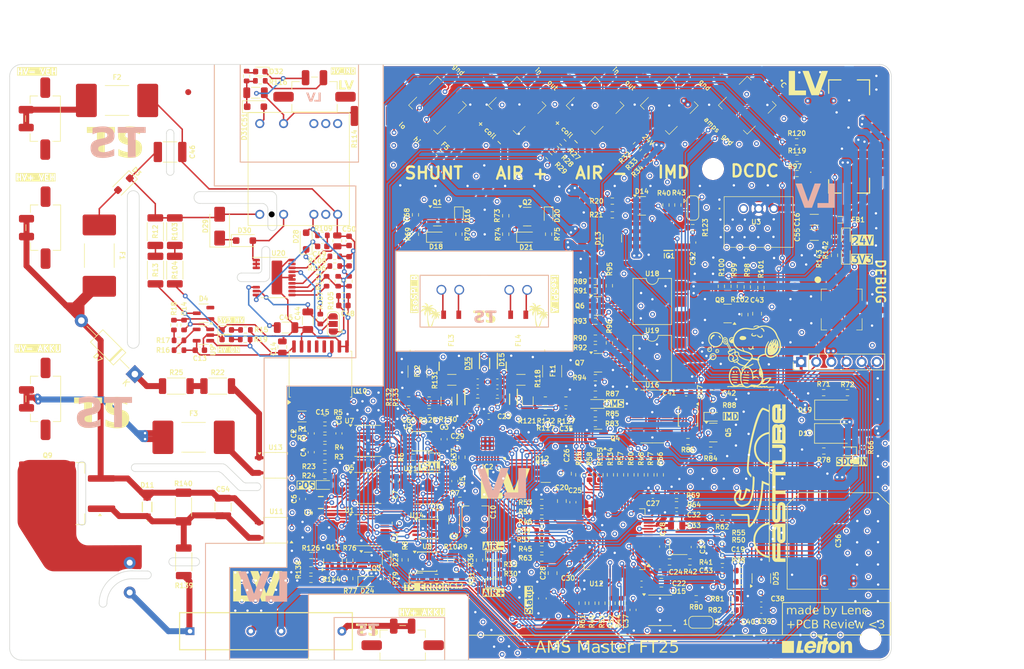
<source format=kicad_pcb>
(kicad_pcb
	(version 20240108)
	(generator "pcbnew")
	(generator_version "8.0")
	(general
		(thickness 1.6)
		(legacy_teardrops no)
	)
	(paper "A4")
	(layers
		(0 "F.Cu" signal)
		(1 "In1.Cu" signal)
		(2 "In2.Cu" signal)
		(31 "B.Cu" signal)
		(32 "B.Adhes" user "B.Adhesive")
		(33 "F.Adhes" user "F.Adhesive")
		(34 "B.Paste" user)
		(35 "F.Paste" user)
		(36 "B.SilkS" user "B.Silkscreen")
		(37 "F.SilkS" user "F.Silkscreen")
		(38 "B.Mask" user)
		(39 "F.Mask" user)
		(40 "Dwgs.User" user "User.Drawings")
		(41 "Cmts.User" user "User.Comments")
		(42 "Eco1.User" user "User.Eco1")
		(43 "Eco2.User" user "User.Eco2")
		(44 "Edge.Cuts" user)
		(45 "Margin" user)
		(46 "B.CrtYd" user "B.Courtyard")
		(47 "F.CrtYd" user "F.Courtyard")
		(48 "B.Fab" user)
		(49 "F.Fab" user)
		(50 "User.1" user)
		(51 "User.2" user)
		(52 "User.3" user)
		(53 "User.4" user)
		(54 "User.5" user)
		(55 "User.6" user)
		(56 "User.7" user)
		(57 "User.8" user)
		(58 "User.9" user)
	)
	(setup
		(stackup
			(layer "F.SilkS"
				(type "Top Silk Screen")
			)
			(layer "F.Paste"
				(type "Top Solder Paste")
			)
			(layer "F.Mask"
				(type "Top Solder Mask")
				(thickness 0.01)
			)
			(layer "F.Cu"
				(type "copper")
				(thickness 0.035)
			)
			(layer "dielectric 1"
				(type "prepreg")
				(thickness 0.1)
				(material "FR4")
				(epsilon_r 4.5)
				(loss_tangent 0.02)
			)
			(layer "In1.Cu"
				(type "copper")
				(thickness 0.035)
			)
			(layer "dielectric 2"
				(type "core")
				(thickness 1.24)
				(material "FR4")
				(epsilon_r 4.5)
				(loss_tangent 0.02)
			)
			(layer "In2.Cu"
				(type "copper")
				(thickness 0.035)
			)
			(layer "dielectric 3"
				(type "prepreg")
				(thickness 0.1)
				(material "FR4")
				(epsilon_r 4.5)
				(loss_tangent 0.02)
			)
			(layer "B.Cu"
				(type "copper")
				(thickness 0.035)
			)
			(layer "B.Mask"
				(type "Bottom Solder Mask")
				(thickness 0.01)
			)
			(layer "B.Paste"
				(type "Bottom Solder Paste")
			)
			(layer "B.SilkS"
				(type "Bottom Silk Screen")
			)
			(copper_finish "None")
			(dielectric_constraints no)
		)
		(pad_to_mask_clearance 0)
		(allow_soldermask_bridges_in_footprints no)
		(pcbplotparams
			(layerselection 0x00010fc_ffffffff)
			(plot_on_all_layers_selection 0x0000000_00000000)
			(disableapertmacros no)
			(usegerberextensions no)
			(usegerberattributes yes)
			(usegerberadvancedattributes yes)
			(creategerberjobfile yes)
			(dashed_line_dash_ratio 12.000000)
			(dashed_line_gap_ratio 3.000000)
			(svgprecision 4)
			(plotframeref no)
			(viasonmask no)
			(mode 1)
			(useauxorigin no)
			(hpglpennumber 1)
			(hpglpenspeed 20)
			(hpglpendiameter 15.000000)
			(pdf_front_fp_property_popups yes)
			(pdf_back_fp_property_popups yes)
			(dxfpolygonmode yes)
			(dxfimperialunits yes)
			(dxfusepcbnewfont yes)
			(psnegative no)
			(psa4output no)
			(plotreference yes)
			(plotvalue yes)
			(plotfptext yes)
			(plotinvisibletext no)
			(sketchpadsonfab no)
			(subtractmaskfromsilk no)
			(outputformat 1)
			(mirror no)
			(drillshape 1)
			(scaleselection 1)
			(outputdirectory "")
		)
	)
	(net 0 "")
	(net 1 "GND")
	(net 2 "+3V3")
	(net 3 "Net-(U8-~{PRE})")
	(net 4 "Net-(U8-~{CLR})")
	(net 5 "/TSAL/HV_Active_Detection/3V3_HV")
	(net 6 "HV-_Vehicle_Side")
	(net 7 "Net-(C17-Pad2)")
	(net 8 "/MCU/RCC_OSC_OUT")
	(net 9 "/MCU/NRST")
	(net 10 "Net-(C26-Pad2)")
	(net 11 "Net-(C28-Pad2)")
	(net 12 "Net-(J10-Pin_2)")
	(net 13 "/CAN_Transceiver/CarCAN_HIGH")
	(net 14 "/CAN_Transceiver/V_{ref}")
	(net 15 "Net-(Q8-G)")
	(net 16 "Net-(JP2-B)")
	(net 17 "Net-(U20-INTVcc)")
	(net 18 "HV+_Vehicle_Side_Fused")
	(net 19 "Net-(C47-Pad1)")
	(net 20 "/HV_Indicator/ENABLE")
	(net 21 "Net-(C49-Pad1)")
	(net 22 "Net-(U20-DCM)")
	(net 23 "Net-(U20-SOURCE)")
	(net 24 "Net-(D32-K)")
	(net 25 "Net-(D31-K)")
	(net 26 "Net-(D1-A)")
	(net 27 "Net-(D2-A)")
	(net 28 "/TSAL/HV_Active_Detection/HV_1")
	(net 29 "Net-(D4-K)")
	(net 30 "Net-(D5-A)")
	(net 31 "Net-(D6-A)")
	(net 32 "Net-(D7-K)")
	(net 33 "/TSAL/Precharge_State_Detection/HV-_AKKU")
	(net 34 "Net-(D8-A)")
	(net 35 "/MCU/AIR+_Closed")
	(net 36 "Net-(D9-A)")
	(net 37 "/MCU/AIR-_Closed")
	(net 38 "Net-(D19-A)")
	(net 39 "Net-(D16-A)")
	(net 40 "/Relay_Driver/Relay_2")
	(net 41 "/Relay_Driver/Relay_3")
	(net 42 "Net-(D20-A)")
	(net 43 "Net-(D22-A)")
	(net 44 "Net-(D23-A)")
	(net 45 "/Relay_Driver/Relay_4")
	(net 46 "Net-(D26-A)")
	(net 47 "Net-(D27-A)")
	(net 48 "Net-(D28-K)")
	(net 49 "Net-(D28-A)")
	(net 50 "Net-(D29-A1)")
	(net 51 "Net-(D30-A)")
	(net 52 "Net-(D31-A)")
	(net 53 "Net-(D32-A)")
	(net 54 "/CAN_Transceiver/CarCAN_LOW")
	(net 55 "/IO/IMD_M")
	(net 56 "+24V")
	(net 57 "Net-(J14-Pin_2)")
	(net 58 "unconnected-(IC1-IS-Pad4)")
	(net 59 "Net-(IC1-DEN)")
	(net 60 "unconnected-(IC1-NC-Pad5)")
	(net 61 "/IO/IMD_Power")
	(net 62 "Net-(U12-PB15)")
	(net 63 "/IO/TSAL_GREEN")
	(net 64 "/MCU/~{AMS_ERROR_LED}")
	(net 65 "/MCU/~{IMD_ERROR_LED}")
	(net 66 "Net-(J14-Pin_3)")
	(net 67 "Net-(J14-Pin_5)")
	(net 68 "/MCU/Trace_SWO")
	(net 69 "/MCU/SWDIO_1")
	(net 70 "/MCU/SWCLK_1")
	(net 71 "Net-(JP1-C)")
	(net 72 "Net-(JP2-C)")
	(net 73 "Net-(JP3-C)")
	(net 74 "Net-(Q1-G)")
	(net 75 "Net-(Q2-G)")
	(net 76 "Net-(Q3-G)")
	(net 77 "/SDC_Latching/~{AMS_Error}")
	(net 78 "Net-(Q4-D)")
	(net 79 "/SDC_Latching/~{IMD_Error}")
	(net 80 "Net-(Q5-D)")
	(net 81 "Net-(Q6-G)")
	(net 82 "Net-(Q6-D)")
	(net 83 "Net-(Q7-D)")
	(net 84 "Net-(Q7-G)")
	(net 85 "Net-(Q8-D)")
	(net 86 "Net-(Q8-S)")
	(net 87 "/TSAL/Comp_Ref_Low")
	(net 88 "/TSAL/Comp_Ref_Closed")
	(net 89 "/TSAL/~{TS_Error}")
	(net 90 "Net-(U8-C)")
	(net 91 "/MCU/TS_Error")
	(net 92 "Net-(R12-Pad2)")
	(net 93 "Net-(U9--)")
	(net 94 "Net-(R17-Pad2)")
	(net 95 "Net-(U10-IND)")
	(net 96 "/Relay_Driver/aux_out0")
	(net 97 "/Relay_Driver/aux_in0")
	(net 98 "/Relay_Driver/aux_out1")
	(net 99 "/Relay_Driver/aux_in1")
	(net 100 "/TSAL/Relay_State_Detection1/~{Short}")
	(net 101 "/MCU/SDC_closed")
	(net 102 "Net-(U12-PC9)")
	(net 103 "Net-(U12-BOOT0)")
	(net 104 "/MCU/Status_LED_R")
	(net 105 "Net-(D37-A)")
	(net 106 "/MCU/Status_LED_G")
	(net 107 "Net-(U12-PC2)")
	(net 108 "/MCU/Status_LED_B")
	(net 109 "Net-(U12-PA3)")
	(net 110 "Net-(U12-PA7)")
	(net 111 "Net-(U12-PB0)")
	(net 112 "Net-(U12-PA2)")
	(net 113 "Net-(U12-PA6)")
	(net 114 "Net-(U12-PA14)")
	(net 115 "Net-(U12-PA1)")
	(net 116 "/MCU/HV_Active")
	(net 117 "Net-(U12-PA13)")
	(net 118 "Net-(U12-PA0)")
	(net 119 "/MCU/AIR+_Control")
	(net 120 "/MCU/AIR-_Control")
	(net 121 "/MCU/Precharge_Control")
	(net 122 "Net-(U15-Rs)")
	(net 123 "Net-(U16A-C)")
	(net 124 "Net-(U16B-C)")
	(net 125 "Net-(U16A-Q)")
	(net 126 "Net-(U16B-Q)")
	(net 127 "Net-(U16A-~{Q})")
	(net 128 "Net-(U16B-~{Q})")
	(net 129 "Net-(R95-Pad2)")
	(net 130 "Net-(R96-Pad2)")
	(net 131 "/SDC_Latching/Reset_Signal")
	(net 132 "Net-(R103-Pad2)")
	(net 133 "Net-(U20-Vc)")
	(net 134 "Net-(U20-IREG{slash}SS)")
	(net 135 "Net-(U20-TC)")
	(net 136 "Net-(U20-FB)")
	(net 137 "Net-(J8-Pin_2)")
	(net 138 "/MCU/PRE_AIR+_open")
	(net 139 "Net-(U1-Pad11)")
	(net 140 "/TSAL/AIRs_Closed")
	(net 141 "/TSAL/Mismatch_AIR-")
	(net 142 "/TSAL/HV_Inactive")
	(net 143 "/TSAL/TS_OK")
	(net 144 "/TSAL/Mismatch_AIR+PRE")
	(net 145 "/TSAL/Relay_Mismatch")
	(net 146 "Net-(R22-Pad2)")
	(net 147 "/TSAL/HV_Mismatch")
	(net 148 "unconnected-(U10-OUTA-Pad14)")
	(net 149 "unconnected-(U10-INB-Pad4)")
	(net 150 "unconnected-(U10-INC-Pad12)")
	(net 151 "unconnected-(U10-INA-Pad3)")
	(net 152 "unconnected-(U10-OUTB-Pad13)")
	(net 153 "unconnected-(U10-OUTC-Pad5)")
	(net 154 "unconnected-(U10-NC-Pad7)")
	(net 155 "unconnected-(U12-PD2-Pad54)")
	(net 156 "unconnected-(U12-PC10-Pad51)")
	(net 157 "unconnected-(U12-PC12-Pad53)")
	(net 158 "/TSAL/HV_Active_Detection/-HV_1")
	(net 159 "Net-(FL1-Pad4)")
	(net 160 "Net-(FL1-Pad3)")
	(net 161 "unconnected-(U12-PC14-Pad3)")
	(net 162 "Net-(FL1-Pad2)")
	(net 163 "unconnected-(U12-PC11-Pad52)")
	(net 164 "Net-(FL1-Pad1)")
	(net 165 "Net-(FL2-Pad4)")
	(net 166 "Net-(FL2-Pad2)")
	(net 167 "unconnected-(U12-PC13-Pad2)")
	(net 168 "unconnected-(U12-PC15-Pad4)")
	(net 169 "Net-(FL2-Pad3)")
	(net 170 "/IO/IMD_VCC")
	(net 171 "/SDC_Latching/IMD_Latch_Reset")
	(net 172 "/SDC_Latching/AMS_Latch_Reset")
	(net 173 "/SDC_Latching/SDC_1")
	(net 174 "unconnected-(U18-Pad3)")
	(net 175 "Net-(U18-Pad5)")
	(net 176 "/IO/SDC_OUT")
	(net 177 "unconnected-(U19-Pad3)")
	(net 178 "/TSAL/Relay_Connection_Error")
	(net 179 "/IO/Reset_Button_Out")
	(net 180 "/CAN_Transceiver/CarCAN_RX")
	(net 181 "Net-(FL2-Pad1)")
	(net 182 "Net-(J12-Pin_1)")
	(net 183 "/CAN_Transceiver/CarCAN_TX")
	(net 184 "Net-(J12-Pin_2)")
	(net 185 "Net-(J13-Pin_1)")
	(net 186 "Net-(J13-Pin_2)")
	(net 187 "/MCU/WAKE2")
	(net 188 "/MCU/MSTR1")
	(net 189 "/MCU/SPI1_MISO")
	(net 190 "/MCU/SPI1_SCK")
	(net 191 "/MCU/WAKE1")
	(net 192 "/MCU/INTR1")
	(net 193 "/MCU/IMB")
	(net 194 "Net-(IC2-XCVRMD2)")
	(net 195 "Net-(IC2-XCVRMD)")
	(net 196 "/MCU/SPI2_SCK")
	(net 197 "/MCU/SPI1_NSS")
	(net 198 "/MCU/IPB")
	(net 199 "/MCU/MSTR2")
	(net 200 "/MCU/IPA")
	(net 201 "/MCU/INTR2")
	(net 202 "/MCU/SPI2_MISO")
	(net 203 "/MCU/SPI1_MOSI")
	(net 204 "/MCU/SPI2_NSS")
	(net 205 "/MCU/SPI2_MOSI")
	(net 206 "/MCU/IMA")
	(net 207 "/MCU/RCC_OSC_IN")
	(net 208 "Net-(U12-PC3)")
	(net 209 "Net-(U12-PA5)")
	(net 210 "Net-(U12-PC4)")
	(net 211 "Net-(U12-PB4)")
	(net 212 "Net-(U12-PC5)")
	(net 213 "Net-(U12-PA4)")
	(net 214 "Net-(U12-PB12)")
	(net 215 "Net-(U12-PB14)")
	(net 216 "Net-(U12-PA12)")
	(net 217 "Net-(U12-PB5)")
	(net 218 "Net-(C58-Pad1)")
	(net 219 "Net-(C61-Pad1)")
	(net 220 "Net-(D15-A2)")
	(net 221 "Net-(D34-A2)")
	(net 222 "unconnected-(U20-N.C.-Pad19)")
	(net 223 "Net-(U12-PA15)")
	(net 224 "Net-(D33-A2)")
	(net 225 "Net-(D35-A2)")
	(net 226 "/MCU/AMS_NERROR")
	(net 227 "Net-(D36-A)")
	(net 228 "Net-(D11-K)")
	(net 229 "/Relay_Driver/Precharge/HV+_Akku")
	(net 230 "Net-(Q9-D)")
	(net 231 "Net-(R126-Pad2)")
	(net 232 "HV+_VEH")
	(net 233 "Net-(U12-PB1)")
	(net 234 "Net-(J4-Pin_4)")
	(net 235 "Net-(J4-Pin_3)")
	(net 236 "/Relay_Driver/SDC_Relay")
	(net 237 "/MCU/LV_I")
	(net 238 "/MCU/TEMP_DCDC")
	(net 239 "/IO/TEMP_TSDCDC")
	(net 240 "/IO/LV_I_measure")
	(net 241 "/SDC")
	(net 242 "Net-(Q11-D)")
	(net 243 "Net-(Q11-G)")
	(net 244 "Net-(U1-Pad2)")
	(net 245 "unconnected-(U1-Pad6)")
	(net 246 "Net-(D38-A)")
	(net 247 "Net-(F3-Pad2)")
	(net 248 "Net-(R22-Pad1)")
	(net 249 "/TSAL/pos_control")
	(net 250 "Net-(K2-Pad1)")
	(net 251 "unconnected-(U5-Pad11)")
	(net 252 "Net-(U4-1Y)")
	(net 253 "Net-(U4-2Y)")
	(footprint "Resistor_SMD:R_1206_3216Metric" (layer "F.Cu") (at 124.55 95.25 90))
	(footprint "FaSTTUBe_connectors:Micro_Mate-N-Lok_2x2p_vertical" (layer "F.Cu") (at 149.5 45.6 135))
	(footprint "Resistor_SMD:R_0603_1608Metric" (layer "F.Cu") (at 165.9 66.1 180))
	(footprint "Resistor_SMD:R_0805_2012Metric" (layer "F.Cu") (at 144.6 95.25))
	(footprint "Capacitor_SMD:C_0603_1608Metric" (layer "F.Cu") (at 170.875 125.55 180))
	(footprint "Resistor_SMD:R_0603_1608Metric" (layer "F.Cu") (at 133.1 95.3 180))
	(footprint "Capacitor_SMD:C_0603_1608Metric" (layer "F.Cu") (at 177.4 128.425))
	(footprint "Resistor_SMD:R_2010_5025Metric" (layer "F.Cu") (at 78.95 73.225 -90))
	(footprint "Package_TO_SOT_SMD:SOT-23" (layer "F.Cu") (at 138.1 64.25))
	(footprint "MountingHole:MountingHole_3.2mm_M3" (layer "F.Cu") (at 63.85 56.25 -90))
	(footprint "Master:WCAP-ASLI_16" (layer "F.Cu") (at 190.35 118.7 90))
	(footprint "Master:palme"
		(layer "F.Cu")
		(uuid "04b05934-c2a8-4343-9ca2-6a2f48c1a3b0")
		(at 121.9 80.7)
		(property "Reference" "G***"
			(at 0 0 0)
			(layer "F.SilkS")
			(hide yes)
			(uuid "c38163a8-eb57-4e45-b59c-bac8cc11da80")
			(effects
				(font
					(size 0.8 0.8)
					(thickness 0.16)
				)
			)
		)
		(property "Value" "LOGO"
			(at 0.75 0 0)
			(layer "F.SilkS")
			(hide yes)
			(uuid "774485d3-02df-40b5-8ad8-7cb4925caa39")
			(effects
				(font
					(size 0.8 0.8)
					(thickness 0.16)
				)
			)
		)
		(property "Footprint" "Master:palme"
			(at 0 0 0)
			(unlocked yes)
			(layer "F.Fab")
			(hide yes)
			(uuid "f6687dea-8b35-4341-8426-4a8d356b4806")
			(effects
				(font
					(size 1.27 1.27)
				)
			)
		)
		(property "Datasheet" ""
			(at 0 0 0)
			(unlocked yes)
			(layer "F.Fab")
			(hide yes)
			(uuid "718cb3e5-be3b-4146-ba75-78595dd1cc49")
			(effects
				(font
					(size 1.27 1.27)
				)
			)
		)
		(property "Description" ""
			(at 0 0 0)
			(unlocked yes)
			(layer "F.Fab")
			(hide yes)
			(uuid "e6cb7cba-69e3-4b8a-939c-c966b8f4e620")
			(effects
				(font
					(size 1.27 1.27)
				)
			)
		)
		(attr board_only exclude_from_pos_files exclude_from_bom)
		(fp_poly
			(pts
				(xy -1.634616 -1.271154) (xy -1.636539 -1.269231) (xy -1.638462 -1.271154) (xy -1.636539 -1.273077)
			)
			(stroke
				(width 0)
				(type solid)
			)
			(fill solid)
			(layer "F.SilkS")
			(uuid "6604fb89-9d22-48aa-89fa-8591e3dafc44")
		)
		(fp_poly
			(pts
				(xy -1.565385 -0.736539) (xy -1.567308 -0.734616) (xy -1.569231 -0.736539) (xy -1.567308 -0.738462)
			)
			(stroke
				(width 0)
				(type solid)
			)
			(fill solid)
			(layer "F.SilkS")
			(uuid "38170ffc-bbf6-44d1-bb20-415cdce56af6")
		)
		(fp_poly
			(pts
				(xy -1.546154 -1.340385) (xy -1.548077 -1.338462) (xy -1.55 -1.340385) (xy -1.548077 -1.342308)
			)
			(stroke
				(width 0)
				(type solid)
			)
			(fill solid)
			(layer "F.SilkS")
			(uuid "36ed8860-56a8-4e07-b9a9-a70de9973f01")
		)
		(fp_poly
			(pts
				(xy -1.534616 -0.428846) (xy -1.536539 -0.426923) (xy -1.538462 -0.428846) (xy -1.536539 -0.430769)
			)
			(stroke
				(width 0)
				(type solid)
			)
			(fill solid)
			(layer "F.SilkS")
			(uuid "b94d5450-c7b5-4f4a-a00a-f7b8466afa74")
		)
		(fp_poly
			(pts
				(xy -1.476924 -0.851923) (xy -1.478847 -0.85) (xy -1.48077 -0.851923) (xy -1.478847 -0.853846)
			)
			(stroke
				(width 0)
				(type solid)
			)
			(fill solid)
			(layer "F.SilkS")
			(uuid "8308c852-2662-497f-b48f-da455c5f7697")
		)
		(fp_poly
			(pts
				(xy -1.465385 -1.278846) (xy -1.467308 -1.276923) (xy -1.469231 -1.278846) (xy -1.467308 -1.280769)
			)
			(stroke
				(width 0)
				(type solid)
			)
			(fill solid)
			(layer "F.SilkS")
			(uuid "6c4c8dd9-470d-4f79-a3de-5cc9119eeeac")
		)
		(fp_poly
			(pts
				(xy -1.446154 -1.309616) (xy -1.448077 -1.307692) (xy -1.45 -1.309616) (xy -1.448077 -1.311539)
			)
			(stroke
				(width 0)
				(type solid)
			)
			(fill solid)
			(layer "F.SilkS")
			(uuid "33768e38-c3be-427a-92e7-8ae0e8c54e52")
		)
		(fp_poly
			(pts
				(xy -1.415385 -0.901923) (xy -1.417308 -0.9) (xy -1.419231 -0.901923) (xy -1.417308 -0.903846)
			)
			(stroke
				(width 0)
				(type solid)
			)
			(fill solid)
			(layer "F.SilkS")
			(uuid "3bfc8524-9a52-4df6-aa21-d4d268fcec1d")
		)
		(fp_poly
			(pts
				(xy -1.396154 -0.913462) (xy -1.398077 -0.911539) (xy -1.4 -0.913462) (xy -1.398077 -0.915385)
			)
			(stroke
				(width 0)
				(type solid)
			)
			(fill solid)
			(layer "F.SilkS")
			(uuid "088ccc85-baee-46c8-822e-3634375d885c")
		)
		(fp_poly
			(pts
				(xy -1.384616 -0.940385) (xy -1.386539 -0.938462) (xy -1.388462 -0.940385) (xy -1.386539 -0.942308)
			)
			(stroke
				(width 0)
				(type solid)
			)
			(fill solid)
			(layer "F.SilkS")
			(uuid "0823128a-3114-47e2-b712-812e341b383f")
		)
		(fp_poly
			(pts
				(xy -1.238462 -1.171154) (xy -1.240385 -1.169231) (xy -1.242308 -1.171154) (xy -1.240385 -1.173077)
			)
			(stroke
				(width 0)
				(type solid)
			)
			(fill solid)
			(layer "F.SilkS")
			(uuid "7fbd5abb-c986-446a-88f5-787ff4903d51")
		)
		(fp_poly
			(pts
				(xy -1.23077 -0.686539) (xy -1.232693 -0.684616) (xy -1.234616 -0.686539) (xy -1.232693 -0.688462)
			)
			(stroke
				(width 0)
				(type solid)
			)
			(fill solid)
			(layer "F.SilkS")
			(uuid "ceb3fab7-7bd1-43c8-9135-f9fffbeab3ba")
		)
		(fp_poly
			(pts
				(xy -1.2 -0.609616) (xy -1.201924 -0.607692) (xy -1.203847 -0.609616) (xy -1.201924 -0.611539)
			)
			(stroke
				(width 0)
				(type solid)
			)
			(fill solid)
			(layer "F.SilkS")
			(uuid "2121973e-5ce6-4d0e-9a5d-ce5538342c19")
		)
		(fp_poly
			(pts
				(xy -1.161539 -1.275) (xy -1.163462 -1.273077) (xy -1.165385 -1.275) (xy -1.163462 -1.276923)
			)
			(stroke
				(width 0)
				(type solid)
			)
			(fill solid)
			(layer "F.SilkS")
			(uuid "50b80746-13ba-4cc9-8639-d782ce1ad82b")
		)
		(fp_poly
			(pts
				(xy -1.142308 -1.159616) (xy -1.144231 -1.157692) (xy -1.146154 -1.159616) (xy -1.144231 -1.161539)
			)
			(stroke
				(width 0)
				(type solid)
			)
			(fill solid)
			(layer "F.SilkS")
			(uuid "b3891d39-0baa-4b81-8c29-6ee695cdb5b9")
		)
		(fp_poly
			(pts
				(xy -1.096154 -1.182692) (xy -1.098077 -1.180769) (xy -1.1 -1.182692) (xy -1.098077 -1.184616)
			)
			(stroke
				(width 0)
				(type solid)
			)
			(fill solid)
			(layer "F.SilkS")
			(uuid "f3f81e86-c79e-44fb-aaa5-0433a7844c2c")
		)
		(fp_poly
			(pts
				(xy -1.038462 -0.790385) (xy -1.040385 -0.788462) (xy -1.042308 -0.790385) (xy -1.040385 -0.792308)
			)
			(stroke
				(width 0)
				(type solid)
			)
			(fill solid)
			(layer "F.SilkS")
			(uuid "7655cccd-d7a1-4ab2-8c7a-9177c34f45bb")
		)
		(fp_poly
			(pts
				(xy -1.015385 -1.109616) (xy -1.017308 -1.107692) (xy -1.019231 -1.109616) (xy -1.017308 -1.111539)
			)
			(stroke
				(width 0)
				(type solid)
			)
			(fill solid)
			(layer "F.SilkS")
			(uuid "5fa92e7d-af6c-4d53-b27d-0e7c526409e5")
		)
		(fp_poly
			(pts
				(xy -1.003847 -1.128846) (xy -1.00577 -1.126923) (xy -1.007693 -1.128846) (xy -1.00577 -1.130769)
			)
			(stroke
				(width 0)
				(type solid)
			)
			(fill solid)
			(layer "F.SilkS")
			(uuid "16ecc59c-ed3b-46d8-805c-429918ea6cb9")
		)
		(fp_poly
			(pts
				(xy -0.953847 -0.778846) (xy -0.95577 -0.776923) (xy -0.957693 -0.778846) (xy -0.95577 -0.780769)
			)
			(stroke
				(width 0)
				(type solid)
			)
			(fill solid)
			(layer "F.SilkS")
			(uuid "114526fc-636d-4fe9-8e05-3278706cb0fe")
		)
		(fp_poly
			(pts
				(xy -0.919231 -0.813462) (xy -0.921154 -0.811539) (xy -0.923077 -0.813462) (xy -0.921154 -0.815385)
			)
			(stroke
				(width 0)
				(type solid)
			)
			(fill solid)
			(layer "F.SilkS")
			(uuid "b78560e3-2b26-41ad-bb8e-4700bbeb845d")
		)
		(fp_poly
			(pts
				(xy -0.896154 -1.867308) (xy -0.898077 -1.865385) (xy -0.9 -1.867308) (xy -0.898077 -1.869231)
			)
			(stroke
				(width 0)
				(type solid)
			)
			(fill solid)
			(layer "F.SilkS")
			(uuid "5784d68b-1426-4f8e-8b98-c9f72effebdb")
		)
		(fp_poly
			(pts
				(xy -0.896154 0.275) (xy -0.898077 0.276923) (xy -0.9 0.275) (xy -0.898077 0.273077)
			)
			(stroke
				(width 0)
				(type solid)
			)
			(fill solid)
			(layer "F.SilkS")
			(uuid "7896be3a-eebe-4168-970c-9e2d9b1cba22")
		)
		(fp_poly
			(pts
				(xy -0.892308 -0.698077) (xy -0.894231 -0.696154) (xy -0.896154 -0.698077) (xy -0.894231 -0.7)
			)
			(stroke
				(width 0)
				(type solid)
			)
			(fill solid)
			(layer "F.SilkS")
			(uuid "db0b2fee-7aee-4119-8e68-2e55dab27e7c")
		)
		(fp_poly
			(pts
				(xy -0.892308 -0.686539) (xy -0.894231 -0.684616) (xy -0.896154 -0.686539) (xy -0.894231 -0.688462)
			)
			(stroke
				(width 0)
				(type solid)
			)
			(fill solid)
			(layer "F.SilkS")
			(uuid "16f78b05-bf91-4152-8988-3360ee04243c")
		)
		(fp_poly
			(pts
				(xy -0.876924 -0.755769) (xy -0.878847 -0.753846) (xy -0.88077 -0.755769) (xy -0.878847 -0.757692)
			)
			(stroke
				(width 0)
				(type solid)
			)
			(fill solid)
			(layer "F.SilkS")
			(uuid "6d6a8fef-db4c-40ec-bc0b-912117abe107")
		)
		(fp_poly
			(pts
				(xy -0.865385 -1.725) (xy -0.867308 -1.723077) (xy -0.869231 -1.725) (xy -0.867308 -1.726923)
			)
			(stroke
				(width 0)
				(type solid)
			)
			(fill solid)
			(layer "F.SilkS")
			(uuid "f22c9dd8-5874-4593-8f97-79dbda20704d")
		)
		(fp_poly
			(pts
				(xy -0.865385 -1.682692) (xy -0.867308 -1.680769) (xy -0.869231 -1.682692) (xy -0.867308 -1.684616)
			)
			(stroke
				(width 0)
				(type solid)
			)
			(fill solid)
			(layer "F.SilkS")
			(uuid "34c5c061-1bdd-4f62-b070-cdfff52563dc")
		)
		(fp_poly
			(pts
				(xy -0.826924 -0.767308) (xy -0.828847 -0.765385) (xy -0.83077 -0.767308) (xy -0.828847 -0.769231)
			)
			(stroke
				(width 0)
				(type solid)
			)
			(fill solid)
			(layer "F.SilkS")
			(uuid "224111d1-0b33-435f-a57c-41ff990fa462")
		)
		(fp_poly
			(pts
				(xy -0.819231 0.155769) (xy -0.821154 0.157692) (xy -0.823077 0.155769) (xy -0.821154 0.153846)
			)
			(stroke
				(width 0)
				(type solid)
			)
			(fill solid)
			(layer "F.SilkS")
			(uuid "e499e9ea-b583-4cf9-af68-b2347b7935b0")
		)
		(fp_poly
			(pts
				(xy -0.815385 -0.013462) (xy -0.817308 -0.011539) (xy -0.819231 -0.013462) (xy -0.817308 -0.015385)
			)
			(stroke
				(width 0)
				(type solid)
			)
			(fill solid)
			(layer "F.SilkS")
			(uuid "1ee631ec-129b-4855-a877-059cdfc3518a")
		)
		(fp_poly
			(pts
				(xy -0.811539 -0.813462) (xy -0.813462 -0.811539) (xy -0.815385 -0.813462) (xy -0.813462 -0.815385)
			)
			(stroke
				(width 0)
				(type solid)
			)
			(fill solid)
			(layer "F.SilkS")
			(uuid "4c7ac3a5-c11d-469d-83a7-88cd3e99b172")
		)
		(fp_poly
			(pts
				(xy -0.784616 -0.367308) (xy -0.786539 -0.365385) (xy -0.788462 -0.367308) (xy -0.786539 -0.369231)
			)
			(stroke
				(width 0)
				(type solid)
			)
			(fill solid)
			(layer "F.SilkS")
			(uuid "6915e25f-1ce7-4009-bb2f-df58bb2a5716")
		)
		(fp_poly
			(pts
				(xy -0.784616 -0.021154) (xy -0.786539 -0.019231) (xy -0.788462 -0.021154) (xy -0.786539 -0.023077)
			)
			(stroke
				(width 0)
				(type solid)
			)
			(fill solid)
			(layer "F.SilkS")
			(uuid "ab4b6e98-a60a-4091-8c53-2a25805a4f23")
		)
		(fp_poly
			(pts
				(xy -0.773077 -1.525) (xy -0.775 -1.523077) (xy -0.776924 -1.525) (xy -0.775 -1.526923)
			)
			(stroke
				(width 0)
				(type solid)
			)
			(fill solid)
			(layer "F.SilkS")
			(uuid "6ecf325b-340c-432c-9f5b-be256d65efb7")
		)
		(fp_poly
			(pts
				(xy -0.769231 -0.336539) (xy -0.771154 -0.334616) (xy -0.773077 -0.336539) (xy -0.771154 -0.338462)
			)
			(stroke
				(width 0)
				(type solid)
			)
			(fill solid)
			(layer "F.SilkS")
			(uuid "9096b185-a551-4ca8-9b47-60f8c9720edf")
		)
		(fp_poly
			(pts
				(xy -0.75 -0.094231) (xy -0.751924 -0.092308) (xy -0.753847 -0.094231) (xy -0.751924 -0.096154)
			)
			(stroke
				(width 0)
				(type solid)
			)
			(fill solid)
			(layer "F.SilkS")
			(uuid "76f26576-850f-41f1-9fb0-77ef2f69fec5")
		)
		(fp_poly
			(pts
				(xy -0.707693 -0.248077) (xy -0.709616 -0.246154) (xy -0.711539 -0.248077) (xy -0.709616 -0.25)
			)
			(stroke
				(width 0)
				(type solid)
			)
			(fill solid)
			(layer "F.SilkS")
			(uuid "72e5ebe2-e9f6-4325-91e1-5a083776c7ab")
		)
		(fp_poly
			(pts
				(xy -0.7 -1.359616) (xy -0.701924 -1.357692) (xy -0.703847 -1.359616) (xy -0.701924 -1.361539)
			)
			(stroke
				(width 0)
				(type solid)
			)
			(fill solid)
			(layer "F.SilkS")
			(uuid "65b98e5c-dd9e-4203-99e5-b2228be18407")
		)
		(fp_poly
			(pts
				(xy -0.676924 -0.213462) (xy -0.678847 -0.211539) (xy -0.68077 -0.213462) (xy -0.678847 -0.215385)
			)
			(stroke
				(width 0)
				(type solid)
			)
			(fill solid)
			(layer "F.SilkS")
			(uuid "d4ba2ee8-0220-48b7-bb4b-f75aeb27225d")
		)
		(fp_poly
			(pts
				(xy -0.565385 -1.782692) (xy -0.567308 -1.780769) (xy -0.569231 -1.782692) (xy -0.567308 -1.784616)
			)
			(stroke
				(width 0)
				(type solid)
			)
			(fill solid)
			(layer "F.SilkS")
			(uuid "d0f43077-580b-4279-bd65-f6f89113b4e9")
		)
		(fp_poly
			(pts
				(xy -0.553847 -0.628846) (xy -0.55577 -0.626923) (xy -0.557693 -0.628846) (xy -0.55577 -0.630769)
			)
			(stroke
				(width 0)
				(type solid)
			)
			(fill solid)
			(layer "F.SilkS")
			(uuid "80839e7a-badc-4bb0-98ba-68b52ca1f893")
		)
		(fp_poly
			(pts
				(xy -0.538462 0.928846) (xy -0.540385 0.930769) (xy -0.542308 0.928846) (xy -0.540385 0.926923)
			)
			(stroke
				(width 0)
				(type solid)
			)
			(fill solid)
			(layer "F.SilkS")
			(uuid "746de631-2267-405f-833f-760f9be823ba")
		)
		(fp_poly
			(pts
				(xy -0.523077 1.190384) (xy -0.525 1.192308) (xy -0.526924 1.190384) (xy -0.525 1.188461)
			)
			(stroke
				(width 0)
				(type solid)
			)
			(fill solid)
			(layer "F.SilkS")
			(uuid "bdcf4ab6-78f2-492d-9be1-d11e3871fa18")
		)
		(fp_poly
			(pts
				(xy -0.523077 1.209615) (xy -0.525 1.211538) (xy -0.526924 1.209615) (xy -0.525 1.207692)
			)
			(stroke
				(width 0)
				(type solid)
			)
			(fill solid)
			(layer "F.SilkS")
			(uuid "58e00613-22e7-4399-91e0-d5a080f00335")
		)
		(fp_poly
			(pts
				(xy -0.38077 -0.613462) (xy -0.382693 -0.611539) (xy -0.384616 -0.613462) (xy -0.382693 -0.615385)
			)
			(stroke
				(width 0)
				(type solid)
			)
			(fill solid)
			(layer "F.SilkS")
			(uuid "d899fff7-a085-4018-8656-4506410e87b5")
		)
		(fp_poly
			(pts
				(xy -0.369231 -0.490385) (xy -0.371154 -0.488462) (xy -0.373077 -0.490385) (xy -0.371154 -0.492308)
			)
			(stroke
				(width 0)
				(type solid)
			)
			(fill solid)
			(layer "F.SilkS")
			(uuid "2e3fb2e0-b0bf-4c22-aa6d-5887a4de5fb0")
		)
		(fp_poly
			(pts
				(xy -0.361539 -0.628846) (xy -0.363462 -0.626923) (xy -0.365385 -0.628846) (xy -0.363462 -0.630769)
			)
			(stroke
				(width 0)
				(type solid)
			)
			(fill solid)
			(layer "F.SilkS")
			(uuid "e27fea4e-bf73-4fcc-abba-afe1365ae59f")
		)
		(fp_poly
			(pts
				(xy -0.338462 0.221154) (xy -0.340385 0.223077) (xy -0.342308 0.221154) (xy -0.340385 0.219231)
			)
			(stroke
				(width 0)
				(type solid)
			)
			(fill solid)
			(layer "F.SilkS")
			(uuid "71a80cf3-0963-4252-bd8d-8df4145610de")
		)
		(fp_poly
			(pts
				(xy -0.334616 0.267308) (xy -0.336539 0.269231) (xy -0.338462 0.267308) (xy -0.336539 0.265384)
			)
			(stroke
				(width 0)
				(type solid)
			)
			(fill solid)
			(layer "F.SilkS")
			(uuid "de6ed283-b2bc-446d-af2f-dee24ab9a4c3")
		)
		(fp_poly
			(pts
				(xy -0.326924 -0.251923) (xy -0.328847 -0.25) (xy -0.33077 -0.251923) (xy -0.328847 -0.253846)
			)
			(stroke
				(width 0)
				(type solid)
			)
			(fill solid)
			(layer "F.SilkS")
			(uuid "a99b848f-bf18-4724-ae86-430db59c4943")
		)
		(fp_poly
			(pts
				(xy -0.319231 -0.248077) (xy -0.321154 -0.246154) (xy -0.323077 -0.248077) (xy -0.321154 -0.25)
			)
			(stroke
				(width 0)
				(type solid)
			)
			(fill solid)
			(layer "F.SilkS")
			(uuid "8d87ff46-a567-45bb-b025-f2f28d68a4f9")
		)
		(fp_poly
			(pts
				(xy -0.307693 -0.048077) (xy -0.309616 -0.046154) (xy -0.311539 -0.048077) (xy -0.309616 -0.05)
			)
			(stroke
				(width 0)
				(type solid)
			)
			(fill solid)
			(layer "F.SilkS")
			(uuid "8f754d96-9dd6-47fa-b841-fd621789a984")
		)
		(fp_poly
			(pts
				(xy -0.307693 0.075) (xy -0.309616 0.076923) (xy -0.311539 0.075) (xy -0.309616 0.073077)
			)
			(stroke
				(width 0)
				(type solid)
			)
			(fill solid)
			(layer "F.SilkS")
			(uuid "8ad8f1a9-620f-403b-a7a2-e1b29cde9514")
		)
		(fp_poly
			(pts
				(xy -0.3 -0.278846) (xy -0.301924 -0.276923) (xy -0.303847 -0.278846) (xy -0.301924 -0.280769)
			)
			(stroke
				(width 0)
				(type solid)
			)
			(fill solid)
			(layer "F.SilkS")
			(uuid "a6406ec4-222b-4694-bbb8-014edae2acf0")
		)
		(fp_poly
			(pts
				(xy -0.288462 -1.344231) (xy -0.290385 -1.342308) (xy -0.292308 -1.344231) (xy -0.290385 -1.346154)
			)
			(stroke
				(width 0)
				(type solid)
			)
			(fill solid)
			(layer "F.SilkS")
			(uuid "b01b527e-342c-430b-808f-0c6b4e096117")
		)
		(fp_poly
			(pts
				(xy -0.288462 -0.125) (xy -0.290385 -0.123077) (xy -0.292308 -0.125) (xy -0.290385 -0.126923)
			)
			(stroke
				(width 0)
				(type solid)
			)
			(fill solid)
			(layer "F.SilkS")
			(uuid "cffa30af-18b7-4a09-9465-b75fcdee563c")
		)
		(fp_poly
			(pts
				(xy -0.284616 -0.432692) (xy -0.286539 -0.430769) (xy -0.288462 -0.432692) (xy -0.286539 -0.434616)
			)
			(stroke
				(width 0)
				(type solid)
			)
			(fill solid)
			(layer "F.SilkS")
			(uuid "547a6013-13e8-4bfb-83f0-99731d3ab9b6")
		)
		(fp_poly
			(pts
				(xy -0.276924 -1.367308) (xy -0.278847 -1.365385) (xy -0.28077 -1.367308) (xy -0.278847 -1.369231)
			)
			(stroke
				(width 0)
				(type solid)
			)
			(fill solid)
			(layer "F.SilkS")
			(uuid "fc1cbe0c-e54e-4219-8dcd-1ae2a8280829")
		)
		(fp_poly
			(pts
				(xy -0.242308 -0.182692) (xy -0.244231 -0.180769) (xy -0.246154 -0.182692) (xy -0.244231 -0.184616)
			)
			(stroke
				(width 0)
				(type solid)
			)
			(fill solid)
			(layer "F.SilkS")
			(uuid "214d08e9-31ce-41f2-b1cf-634c3a4ed242")
		)
		(fp_poly
			(pts
				(xy -0.242308 0.071154) (xy -0.244231 0.073077) (xy -0.246154 0.071154) (xy -0.244231 0.069231)
			)
			(stroke
				(width 0)
				(type solid)
			)
			(fill solid)
			(layer "F.SilkS")
			(uuid "f955de78-5dad-4a14-9e54-9e222e392636")
		)
		(fp_poly
			(pts
				(xy -0.234616 0.067308) (xy -0.236539 0.069231) (xy -0.238462 0.067308) (xy -0.236539 0.065384)
			)
			(stroke
				(width 0)
				(type solid)
			)
			(fill solid)
			(layer "F.SilkS")
			(uuid "4d359ae6-5f5a-4bfa-bef3-de1901688b16")
		)
		(fp_poly
			(pts
				(xy -0.215385 -1.436539) (xy -0.217308 -1.434616) (xy -0.219231 -1.436539) (xy -0.217308 -1.438462)
			)
			(stroke
				(width 0)
				(type solid)
			)
			(fill solid)
			(layer "F.SilkS")
			(uuid "85cdbc73-142e-4270-98f2-929cc80f1b5a")
		)
		(fp_poly
			(pts
				(xy -0.207693 -0.082692) (xy -0.209616 -0.080769) (xy -0.211539 -0.082692) (xy -0.209616 -0.084616)
			)
			(stroke
				(width 0)
				(type solid)
			)
			(fill solid)
			(layer "F.SilkS")
			(uuid "63ecb8ed-19f5-4685-b365-ed0216792f47")
		)
		(fp_poly
			(pts
				(xy -0.2 -0.228846) (xy -0.201924 -0.226923) (xy -0.203847 -0.228846) (xy -0.201924 -0.230769)
			)
			(stroke
				(width 0)
				(type solid)
			)
			(fill solid)
			(layer "F.SilkS")
			(uuid "5fb3ab80-8bbe-49a8-bbe8-44e3b4eb88a0")
		)
		(fp_poly
			(pts
				(xy -0.184616 -0.121154) (xy -0.186539 -0.119231) (xy -0.188462 -0.121154) (xy -0.186539 -0.123077)
			)
			(stroke
				(width 0)
				(type solid)
			)
			(fill solid)
			(layer "F.SilkS")
			(uuid "c3c3cf85-aff0-4b3c-909c-d31234c437cd")
		)
		(fp_poly
			(pts
				(xy -0.184616 0.144231) (xy -0.186539 0.146154) (xy -0.188462 0.144231) (xy -0.186539 0.142308)
			)
			(stroke
				(width 0)
				(type solid)
			)
			(fill solid)
			(layer "F.SilkS")
			(uuid "be28b208-1568-46d9-8235-0fd7127fbbe4")
		)
		(fp_poly
			(pts
				(xy -0.165385 0.121154) (xy -0.167308 0.123077) (xy -0.169231 0.121154) (xy -0.167308 0.119231)
			)
			(stroke
				(width 0)
				(type solid)
			)
			(fill solid)
			(layer "F.SilkS")
			(uuid "63d70d77-ddbe-4a8d-b969-98fe46e61993")
		)
		(fp_poly
			(pts
				(xy -0.1 -1.525) (xy -0.101924 -1.523077) (xy -0.103847 -1.525) (xy -0.101924 -1.526923)
			)
			(stroke
				(width 0)
				(type solid)
			)
			(fill solid)
			(layer "F.SilkS")
			(uuid "31af9943-198d-42d9-b6b2-fef7cf000dfd")
		)
		(fp_poly
			(pts
				(xy -0.065385 -1.548077) (xy -0.067308 -1.546154) (xy -0.069231 -1.548077) (xy -0.067308 -1.55)
			)
			(stroke
				(width 0)
				(type solid)
			)
			(fill solid)
			(layer "F.SilkS")
			(uuid "e34ebd6c-5c29-4496-88cb-c31065b64543")
		)
		(fp_poly
			(pts
				(xy -0.05 -0.675) (xy -0.051924 -0.673077) (xy -0.053847 -0.675) (xy -0.051924 -0.676923)
			)
			(stroke
				(width 0)
				(type solid)
			)
			(fill solid)
			(layer "F.SilkS")
			(uuid "bb5bcca0-79e4-4733-822d-4948bce27b03")
		)
		(fp_poly
			(pts
				(xy -0.015385 -0.032692) (xy -0.017308 -0.030769) (xy -0.019231 -0.032692) (xy -0.017308 -0.034616)
			)
			(stroke
				(width 0)
				(type solid)
			)
			(fill solid)
			(layer "F.SilkS")
			(uuid "0708c53c-8514-4647-92f8-c092ee32f7da")
		)
		(fp_poly
			(pts
				(xy 0 2.063461) (xy -0.001924 2.065384) (xy -0.003847 2.063461) (xy -0.001924 2.061538)
			)
			(stroke
				(width 0)
				(type solid)
			)
			(fill solid)
			(layer "F.SilkS")
			(uuid "8bb3d26f-2ecf-47cf-bf75-c867c8d62172")
		)
		(fp_poly
			(pts
				(xy 0.05 -0.259616) (xy 0.048076 -0.257692) (xy 0.046153 -0.259616) (xy 0.048076 -0.261539)
			)
			(stroke
				(width 0)
				(type solid)
			)
			(fill solid)
			(layer "F.SilkS")
			(uuid "6ea36a9d-ff9d-48be-a128-978876679dee")
		)
		(fp_poly
			(pts
				(xy 0.080769 1.825) (xy 0.078846 1.826923) (xy 0.076923 1.825) (xy 0.078846 1.823077)
			)
			(stroke
				(width 0)
				(type solid)
			)
			(fill solid)
			(layer "F.SilkS")
			(uuid "5187329e-5b81-441c-b5f9-5b695931e22a")
		)
		(fp_poly
			(pts
				(xy 0.1 -0.944231) (xy 0.098076 -0.942308) (xy 0.096153 -0.944231) (xy 0.098076 -0.946154)
			)
			(stroke
				(width 0)
				(type solid)
			)
			(fill solid)
			(layer "F.SilkS")
			(uuid "d241d08c-daf2-4f26-b2f3-8668334d3f53")
		)
		(fp_poly
			(pts
				(xy 0.103846 -0.867308) (xy 0.101923 -0.865385) (xy 0.1 -0.867308) (xy 0.101923 -0.869231)
			)
			(stroke
				(width 0)
				(type solid)
			)
			(fill solid)
			(layer "F.SilkS")
			(uuid "49e02c1e-ea81-48a1-bfcc-3143f0f361f4")
		)
		(fp_poly
			(pts
				(xy 0.111538 -0.063462) (xy 0.109615 -0.061539) (xy 0.107692 -0.063462) (xy 0.109615 -0.065385)
			)
			(stroke
				(width 0)
				(type solid)
			)
			(fill solid)
			(layer "F.SilkS")
			(uuid "0d68d8c2-3dd2-45ed-8c55-e6b81777a4c0")
		)
		(fp_poly
			(pts
				(xy 0.123076 -0.925) (xy 0.121153 -0.923077) (xy 0.11923 -0.925) (xy 0.121153 -0.926923)
			)
			(stroke
				(width 0)
				(type solid)
			)
			(fill solid)
			(layer "F.SilkS")
			(uuid "b39fbc45-3d64-4196-96b4-75c04a4fdf95")
		)
		(fp_poly
			(pts
				(xy 0.138461 -0.536539) (xy 0.136538 -0.534616) (xy 0.134615 -0.536539) (xy 0.136538 -0.538462)
			)
			(stroke
				(width 0)
				(type solid)
			)
			(fill solid)
			(layer "F.SilkS")
			(uuid "363c9608-bf0c-49ce-adb0-af9fa33adc55")
		)
		(fp_poly
			(pts
				(xy 0.184615 -0.863462) (xy 0.182692 -0.861539) (xy 0.180769 -0.863462) (xy 0.182692 -0.865385)
			)
			(stroke
				(width 0)
				(type solid)
			)
			(fill solid)
			(layer "F.SilkS")
			(uuid "5afd5b49-2184-452e-9e7d-0103613ee1fe")
		)
		(fp_poly
			(pts
				(xy 0.234615 -0.013462) (xy 0.232692 -0.011539) (xy 0.230769 -0.013462) (xy 0.232692 -0.015385)
			)
			(stroke
				(width 0)
				(type solid)
			)
			(fill solid)
			(layer "F.SilkS")
			(uuid "5326965f-fbf6-4095-93b1-e61ebd3b08df")
		)
		(fp_poly
			(pts
				(xy 0.246153 -0.113462) (xy 0.24423 -0.111539) (xy 0.242307 -0.113462) (xy 0.24423 -0.115385)
			)
			(stroke
				(width 0)
				(type solid)
			)
			(fill solid)
			(layer "F.SilkS")
			(uuid "c8db3984-5584-4d31-a744-c017211727ff")
		)
		(fp_poly
			(pts
				(xy 0.273076 -1.436539) (xy 0.271153 -1.434616) (xy 0.26923 -1.436539) (xy 0.271153 -1.438462)
			)
			(stroke
				(width 0)
				(type solid)
			)
			(fill solid)
			(layer "F.SilkS")
			(uuid "0bdda2fb-4a26-4f08-b34f-196ef7bd18eb")
		)
		(fp_poly
			(pts
				(xy 0.296153 -0.759616) (xy 0.29423 -0.757692) (xy 0.292307 -0.759616) (xy 0.29423 -0.761539)
			)
			(stroke
				(width 0)
				(type solid)
			)
			(fill solid)
			(layer "F.SilkS")
			(uuid "ee592dbb-8a26-4781-b1e4-9dd6043237ad")
		)
		(fp_poly
			(pts
				(xy 0.296153 -0.736539) (xy 0.29423 -0.734616) (xy 0.292307 -0.736539) (xy 0.29423 -0.738462)
			)
			(stroke
				(width 0)
				(type solid)
			)
			(fill solid)
			(layer "F.SilkS")
			(uuid "6bc1ea59-2330-4020-ba47-a5be255fa406")
		)
		(fp_poly
			(pts
				(xy 0.307692 -0.732692) (xy 0.305769 -0.730769) (xy 0.303846 -0.732692) (xy 0.305769 -0.734616)
			)
			(stroke
				(width 0)
				(type solid)
			)
			(fill solid)
			(layer "F.SilkS")
			(uuid "9955027b-0098-47d8-840f-be014843e693")
		)
		(fp_poly
			(pts
				(xy 0.315384 0.113461) (xy 0.313461 0.115384) (xy 0.311538 0.113461) (xy 0.313461 0.111538)
			)
			(stroke
				(width 0)
				(type solid)
			)
			(fill solid)
			(layer "F.SilkS")
			(uuid "9bd145a9-7cd4-4be5-a347-c5d525b9700c")
		)
		(fp_poly
			(pts
				(xy 0.326923 -0.955769) (xy 0.325 -0.953846) (xy 0.323076 -0.955769) (xy 0.325 -0.957692)
			)
			(stroke
				(width 0)
				(type solid)
			)
			(fill solid)
			(layer "F.SilkS")
			(uuid "e7464c99-a9f2-48aa-a019-81016f30e985")
		)
		(fp_poly
			(pts
				(xy 0.338461 -0.928846) (xy 0.336538 -0.926923) (xy 0.334615 -0.928846) (xy 0.336538 -0.930769)
			)
			(stroke
				(width 0)
				(type solid)
			)
			(fill solid)
			(layer "F.SilkS")
			(uuid "a42c6ae4-f09b-4435-bedf-7dae1feaef67")
		)
		(fp_poly
			(pts
				(xy 0.384615 -1.455769) (xy 0.382692 -1.453846) (xy 0.380769 -1.455769) (xy 0.382692 -1.457692)
			)
			(stroke
				(width 0)
				(type solid)
			)
			(fill solid)
			(layer "F.SilkS")
			(uuid "a4cacbf3-9b20-4876-81da-3a775b15c05d")
		)
		(fp_poly
			(pts
				(xy 0.392307 0.036538) (xy 0.390384 0.038461) (xy 0.388461 0.036538) (xy 0.390384 0.034615)
			)
			(stroke
				(width 0)
				(type solid)
			)
			(fill solid)
			(layer "F.SilkS")
			(uuid "219428cb-eaa8-4211-8415-ab775e8a6954")
		)
		(fp_poly
			(pts
				(xy 0.4 0.009615) (xy 0.398076 0.011538) (xy 0.396153 0.009615) (xy 0.398076 0.007692)
			)
			(stroke
				(width 0)
				(type solid)
			)
			(fill solid)
			(layer "F.SilkS")
			(uuid "33b03d67-e650-451d-80cf-6aaf6e24f43e")
		)
		(fp_poly
			(pts
				(xy 0.411538 1.478846) (xy 0.409615 1.480769) (xy 0.407692 1.478846) (xy 0.409615 1.476923)
			)
			(stroke
				(width 0)
				(type solid)
			)
			(fill solid)
			(layer "F.SilkS")
			(uuid "02eb94f7-9fd6-40c8-b3c8-e03c2c81cc4d")
		)
		(fp_poly
			(pts
				(xy 0.438461 -0.936539) (xy 0.436538 -0.934616) (xy 0.434615 -0.936539) (xy 0.436538 -0.938462)
			)
			(stroke
				(width 0)
				(type solid)
			)
			(fill solid)
			(layer "F.SilkS")
			(uuid "50f190c8-5d5f-4641-9233-88afe3b1ff54")
		)
		(fp_poly
			(pts
				(xy 0.45 0.875) (xy 0.448076 0.876923) (xy 0.446153 0.875) (xy 0.448076 0.873077)
			)
			(stroke
				(width 0)
				(type solid)
			)
			(fill solid)
			(layer "F.SilkS")
			(uuid "dbed511d-e9bf-445c-a2ee-060c4e0d92e9")
		)
		(fp_poly
			(pts
				(xy 0.457692 -0.832692) (xy 0.455769 -0.830769) (xy 0.453846 -0.832692) (xy 0.455769 -0.834616)
			)
			(stroke
				(width 0)
				(type solid)
			)
			(fill solid)
			(layer "F.SilkS")
			(uuid "31411515-5386-4d7c-b457-efe08f3737ec")
		)
		(fp_poly
			(pts
				(xy 0.461538 -0.917308) (xy 0.459615 -0.915385) (xy 0.457692 -0.917308) (xy 0.459615 -0.919231)
			)
			(stroke
				(width 0)
				(type solid)
			)
			(fill solid)
			(layer "F.SilkS")
			(uuid "098eb304-d400-4f59-8dd2-61b2866bd783")
		)
		(fp_poly
			(pts
				(xy 0.461538 -0.821154) (xy 0.459615 -0.819231) (xy 0.457692 -0.821154) (xy 0.459615 -0.823077)
			)
			(stroke
				(width 0)
				(type solid)
			)
			(fill solid)
			(layer "F.SilkS")
			(uuid "b993413a-0ba1-4520-97d5-4a09aafa1847")
		)
		(fp_poly
			(pts
				(xy 0.461538 -0.809616) (xy 0.459615 -0.807692) (xy 0.457692 -0.809616) (xy 0.459615 -0.811539)
			)
			(stroke
				(width 0)
				(type solid)
			)
			(fill solid)
			(layer "F.SilkS")
			(uuid "37febecf-6ed8-4e04-9e13-03862e2e294f")
		)
		(fp_poly
			(pts
				(xy 0.473076 -1.555769) (xy 0.471153 -1.553846) (xy 0.46923 -1.555769) (xy 0.471153 -1.557692)
			)
			(stroke
				(width 0)
				(type solid)
			)
			(fill solid)
			(layer "F.SilkS")
			(uuid "40969df8-c208-4d42-bee4-a9ae969f9f02")
		)
		(fp_poly
			(pts
				(xy 0.473076 -1.098077) (xy 0.471153 -1.096154) (xy 0.46923 -1.098077) (xy 0.471153 -1.1)
			)
			(stroke
				(width 0)
				(type solid)
			)
			(fill solid)
			(layer "F.SilkS")
			(uuid "5a8706a9-27e0-4018-8086-5aede8f4b30e")
		)
		(fp_poly
			(pts
				(xy 0.492307 -0.890385) (xy 0.490384 -0.888462) (xy 0.488461 -0.890385) (xy 0.490384 -0.892308)
			)
			(stroke
				(width 0)
				(type solid)
			)
			(fill solid)
			(layer "F.SilkS")
			(uuid "8b458a8b-6150-46eb-913b-a455e2096052")
		)
		(fp_poly
			(pts
				(xy 0.530769 -0.378846) (xy 0.528846 -0.376923) (xy 0.526923 -0.378846) (xy 0.528846 -0.380769)
			)
			(stroke
				(width 0)
				(type solid)
			)
			(fill solid)
			(layer "F.SilkS")
			(uuid "e92bd33f-6948-43fb-b743-759dff0b55ac")
		)
		(fp_poly
			(pts
				(xy 0.55 -0.832692) (xy 0.548076 -0.830769) (xy 0.546153 -0.832692) (xy 0.548076 -0.834616)
			)
			(stroke
				(width 0)
				(type solid)
			)
			(fill solid)
			(layer "F.SilkS")
			(uuid "9a3bd189-7b16-44a7-9dbd-45850b626de3")
		)
		(fp_poly
			(pts
				(xy 0.603846 0.144231) (xy 0.601923 0.146154) (xy 0.6 0.144231) (xy 0.601923 0.142308)
			)
			(stroke
				(width 0)
				(type solid)
			)
			(fill solid)
			(layer "F.SilkS")
			(uuid "30829c51-4668-4912-9493-57d57cca4a98")
		)
		(fp_poly
			(pts
				(xy 0.676923 -0.901923) (xy 0.675 -0.9) (xy 0.673076 -0.901923) (xy 0.675 -0.903846)
			)
			(stroke
				(width 0)
				(type solid)
			)
			(fill solid)
			(layer "F.SilkS")
			(uuid "d1186c7e-c550-4cca-8a1b-51838cbdc602")
		)
		(fp_poly
			(pts
				(xy 0.680769 -0.721154) (xy 0.678846 -0.719231) (xy 0.676923 -0.721154) (xy 0.678846 -0.723077)
			)
			(stroke
				(width 0)
				(type solid)
			)
			(fill solid)
			(layer "F.SilkS")
			(uuid "34ebb93e-7e33-48b1-a5be-df2c22cf3275")
		)
		(fp_poly
			(pts
				(xy 0.696153 -0.709616) (xy 0.69423 -0.707692) (xy 0.692307 -0.709616) (xy 0.69423 -0.711539)
			)
			(stroke
				(width 0)
				(type solid)
			)
			(fill solid)
			(layer "F.SilkS")
			(uuid "23991355-cf97-4832-9d55-51260c135429")
		)
		(fp_poly
			(pts
				(xy 0.715384 0.686538) (xy 0.713461 0.688461) (xy 0.711538 0.686538) (xy 0.713461 0.684615)
			)
			(stroke
				(width 0)
				(type solid)
			)
			(fill solid)
			(layer "F.SilkS")
			(uuid "133ed4e2-9321-47ac-8486-32fd40309de8")
		)
		(fp_poly
			(pts
				(xy 0.726923 -0.740385) (xy 0.725 -0.738462) (xy 0.723076 -0.740385) (xy 0.725 -0.742308)
			)
			(stroke
				(width 0)
				(type solid)
			)
			(fill solid)
			(layer "F.SilkS")
			(uuid "72697a1a-c311-49da-b1b6-567936c9c50a")
		)
		(fp_poly
			(pts
				(xy 0.738461 -0.463462) (xy 0.736538 -0.461539) (xy 0.734615 -0.463462) (xy 0.736538 -0.465385)
			)
			(stroke
				(width 0)
				(type solid)
			)
			(fill solid)
			(layer "F.SilkS")
			(uuid "8efb0197-d4b4-428a-9513-215538738170")
		)
		(fp_poly
			(pts
				(xy 0.738461 0.594231) (xy 0.736538 0.596154) (xy 0.734615 0.594231) (xy 0.736538 0.592308)
			)
			(stroke
				(width 0)
				(type solid)
			)
			(fill solid)
			(layer "F.SilkS")
			(uuid "7efc2628-48e9-49d9-83cc-20c344a99adf")
		)
		(fp_poly
			(pts
				(xy 0.746153 -0.944231) (xy 0.74423 -0.942308) (xy 0.742307 -0.944231) (xy 0.74423 -0.946154)
			)
			(stroke
				(width 0)
				(type solid)
			)
			(fill solid)
			(layer "F.SilkS")
			(uuid "9f601188-b31d-40cc-98da-fdc8a6751216")
		)
		(fp_poly
			(pts
				(xy 0.753846 -0.432692) (xy 0.751923 -0.430769) (xy 0.75 -0.432692) (xy 0.751923 -0.434616)
			)
			(stroke
				(width 0)
				(type solid)
			)
			(fill solid)
			(layer "F.SilkS")
			(uuid "b82190ca-d741-44bc-ade3-b1901705d3f2")
		)
		(fp_poly
			(pts
				(xy 0.76923 0.498077) (xy 0.767307 0.5) (xy 0.765384 0.498077) (xy 0.767307 0.496154)
			)
			(stroke
				(width 0)
				(type solid)
			)
			(fill solid)
			(layer "F.SilkS")
			(uuid "6fce98dc-f61a-4e03-b5a3-d80fd93ae0b6")
		)
		(fp_poly
			(pts
				(xy 0.780769 0.698077) (xy 0.778846 0.7) (xy 0.776923 0.698077) (xy 0.778846 0.696154)
			)
			(stroke
				(width 0)
				(type solid)
			)
			(fill solid)
			(layer "F.SilkS")
			(uuid "d65025c6-75e3-4acc-b8e5-b43ddffa856e")
		)
		(fp_poly
			(pts
				(xy 0.788461 0.325) (xy 0.786538 0.326923) (xy 0.784615 0.325) (xy 0.786538 0.323077)
			)
			(stroke
				(width 0)
				(type solid)
			)
			(fill solid)
			(layer "F.SilkS")
			(uuid "c9741c9e-b64a-4076-8d58-ca5c4646a856")
		)
		(fp_poly
			(pts
				(xy 0.788461 0.694231) (xy 0.786538 0.696154) (xy 0.784615 0.694231) (xy 0.786538 0.692308)
			)
			(stroke
				(width 0)
				(type solid)
			)
			(fill solid)
			(layer "F.SilkS")
			(uuid "8c97258b-a374-4606-a3b1-cbc1c778689b")
		)
		(fp_poly
			(pts
				(xy 0.8 -0.378846) (xy 0.798076 -0.376923) (xy 0.796153 -0.378846) (xy 0.798076 -0.380769)
			)
			(stroke
				(width 0)
				(type solid)
			)
			(fill solid)
			(layer "F.SilkS")
			(uuid "145f34a3-f8ea-48e9-8593-595a2a86202d")
		)
		(fp_poly
			(pts
				(xy 0.807692 0.767308) (xy 0.805769 0.769231) (xy 0.803846 0.767308) (xy 0.805769 0.765384)
			)
			(stroke
				(width 0)
				(type solid)
			)
			(fill solid)
			(layer "F.SilkS")
			(uuid "9650dd2e-e4ae-4c9d-98ff-be01f6f43f66")
		)
		(fp_poly
			(pts
				(xy 0.811538 0.609615) (xy 0.809615 0.611538) (xy 0.807692 0.609615) (xy 0.809615 0.607692)
			)
			(stroke
				(width 0)
				(type solid)
			)
			(fill solid)
			(layer "F.SilkS")
			(uuid "f5ecaee0-48f3-47a9-bf5e-1bca60651668")
		)
		(fp_poly
			(pts
				(xy 0.830769 0.590384) (xy 0.828846 0.592308) (xy 0.826923 0.590384) (xy 0.828846 0.588461)
			)
			(stroke
				(width 0)
				(type solid)
			)
			(fill solid)
			(layer "F.SilkS")
			(uuid "3ef0a30d-aa41-4252-b483-b0a251d895a1")
		)
		(fp_poly
			(pts
				(xy 0.838461 -0.882692) (xy 0.836538 -0.880769) (xy 0.834615 -0.882692) (xy 0.836538 -0.884616)
			)
			(stroke
				(width 0)
				(type solid)
			)
			(fill solid)
			(layer "F.SilkS")
			(uuid "79862bb5-307b-4f35-8a79-f027149abbb5")
		)
		(fp_poly
			(pts
				(xy 0.838461 0.325) (xy 0.836538 0.326923) (xy 0.834615 0.325) (xy 0.836538 0.323077)
			)
			(stroke
				(width 0)
				(type solid)
			)
			(fill solid)
			(layer "F.SilkS")
			(uuid "52a334fd-7d79-4b8a-8bf4-7d2eb4937868")
		)
		(fp_poly
			(pts
				(xy 0.865384 -0.844231) (xy 0.863461 -0.842308) (xy 0.861538 -0.844231) (xy 0.863461 -0.846154)
			)
			(stroke
				(width 0)
				(type solid)
			)
			(fill solid)
			(layer "F.SilkS")
			(uuid "eb6afcca-bfc8-4444-94af-aa810b9bba82")
		)
		(fp_poly
			(pts
				(xy 0.86923 0.394231) (xy 0.867307 0.396154) (xy 0.865384 0.394231) (xy 0.867307 0.392308)
			)
			(stroke
				(width 0)
				(type solid)
			)
			(fill solid)
			(layer "F.SilkS")
			(uuid "48bd4fa3-9194-4270-8a2e-ff881d7e6035")
		)
		(fp_poly
			(pts
				(xy 0.873076 0.717308) (xy 0.871153 0.719231) (xy 0.86923 0.717308) (xy 0.871153 0.715384)
			)
			(stroke
				(width 0)
				(type solid)
			)
			(fill solid)
			(layer "F.SilkS")
			(uuid "22eeeb07-7c3b-4866-8ab5-a3401ec79aa7")
		)
		(fp_poly
			(pts
				(xy 0.876923 0.390384) (xy 0.875 0.392308) (xy 0.873076 0.390384) (xy 0.875 0.388461)
			)
			(stroke
				(width 0)
				(type solid)
			)
			(fill solid)
			(layer "F.SilkS")
			(uuid "1d090ed3-946f-4e95-816c-03a8101e972c")
		)
		(fp_poly
			(pts
				(xy 0.880769 -0.848077) (xy 0.878846 -0.846154) (xy 0.876923 -0.848077) (xy 0.878846 -0.85)
			)
			(stroke
				(width 0)
				(type solid)
			)
			(fill solid)
			(layer "F.SilkS")
			(uuid "93344c35-4420-4305-9c4a-8161ddf7e63c")
		)
		(fp_poly
			(pts
				(xy 0.9 0.694231) (xy 0.898076 0.696154) (xy 0.896153 0.694231) (xy 0.898076 0.692308)
			)
			(stroke
				(width 0)
				(type solid)
			)
			(fill solid)
			(layer "F.SilkS")
			(uuid "fa136d31-b2ef-4843-8dab-9c0680aeda6e")
		)
		(fp_poly
			(pts
				(xy 0.907692 0.686538) (xy 0.905769 0.688461) (xy 0.903846 0.686538) (xy 0.905769 0.684615)
			)
			(stroke
				(width 0)
				(type solid)
			)
			(fill solid)
			(layer "F.SilkS")
			(uuid "49ee98cf-3115-40f3-9a71-81edd93c2e9f")
		)
		(fp_poly
			(pts
				(xy 0.911538 -0.805769) (xy 0.909615 -0.803846) (xy 0.907692 -0.805769) (xy 0.909615 -0.807692)
			)
			(stroke
				(width 0)
				(type solid)
			)
			(fill solid)
			(layer "F.SilkS")
			(uuid "33727f98-f58c-4c0e-a63e-696d6411e849")
		)
		(fp_poly
			(pts
				(xy 0.923076 0.671154) (xy 0.921153 0.673077) (xy 0.91923 0.671154) (xy 0.921153 0.669231)
			)
			(stroke
				(width 0)
				(type solid)
			)
			(fill solid)
			(layer "F.SilkS")
			(uuid "ee489573-0586-485f-95a7-6714271955b0")
		)
		(fp_poly
			(pts
				(xy 0.930769 0.663461) (xy 0.928846 0.665384) (xy 0.926923 0.663461) (xy 0.928846 0.661538)
			)
			(stroke
				(width 0)
				(type solid)
			)
			(fill solid)
			(layer "F.SilkS")
			(uuid "9bad9ec1-d4a0-4ec5-a2cd-c803a9cad697")
		)
		(fp_poly
			(pts
				(xy 0.942307 -0.763462) (xy 0.940384 -0.761539) (xy 0.938461 -0.763462) (xy 0.940384 -0.765385)
			)
			(stroke
				(width 0)
				(type solid)
			)
			(fill solid)
			(layer "F.SilkS")
			(uuid "949fc01f-abd4-447c-897d-42ca854f9a67")
		)
		(fp_poly
			(pts
				(xy 0.957692 0.632692) (xy 0.955769 0.634615) (xy 0.953846 0.632692) (xy 0.955769 0.630769)
			)
			(stroke
				(width 0)
				(type solid)
			)
			(fill solid)
			(layer "F.SilkS")
			(uuid "4de3f9c6-d5d7-4381-92e6-fbfa080bcd26")
		)
		(fp_poly
			(pts
				(xy 1.046153 -0.351923) (xy 1.04423 -0.35) (xy 1.042307 -0.351923) (xy 1.04423 -0.353846)
			)
			(stroke
				(width 0)
				(type solid)
			)
			(fill solid)
			(layer "F.SilkS")
			(uuid "09479466-b4a1-433c-9650-7c79e63f2c4f")
		)
		(fp_poly
			(pts
				(xy 1.173076 0.025) (xy 1.171153 0.026923) (xy 1.16923 0.025) (xy 1.171153 0.023077)
			)
			(stroke
				(width 0)
				(type solid)
			)
			(fill solid)
			(layer "F.SilkS")
			(uuid "81ae5b75-12ca-41fd-a433-49b31cc91af8")
		)
		(fp_poly
			(pts
				(xy 1.188461 0.313461) (xy 1.186538 0.315384) (xy 1.184615 0.313461) (xy 1.186538 0.311538)
			)
			(stroke
				(width 0)
				(type solid)
			)
			(fill solid)
			(layer "F.SilkS")
			(uuid "7dc37203-f9f0-48ab-a408-f524dfc4a628")
		)
		(fp_poly
			(pts
				(xy 1.207692 0.494231) (xy 1.205769 0.496154) (xy 1.203846 0.494231) (xy 1.205769 0.492308)
			)
			(stroke
				(width 0)
				(type solid)
			)
			(fill solid)
			(layer "F.SilkS")
			(uuid "e59d9bbc-f0a5-4c7a-a764-c8dfed622b84")
		)
		(fp_poly
			(pts
				(xy 1.226923 -0.186539) (xy 1.225 -0.184616) (xy 1.223076 -0.186539) (xy 1.225 -0.188462)
			)
			(stroke
				(width 0)
				(type solid)
			)
			(fill solid)
			(layer "F.SilkS")
			(uuid "4d31716c-ae4f-4636-a692-c7f501df2acd")
		)
		(fp_poly
			(pts
				(xy 1.25 -0.232692) (xy 1.248076 -0.230769) (xy 1.246153 -0.232692) (xy 1.248076 -0.234616)
			)
			(stroke
				(width 0)
				(type solid)
			)
			(fill solid)
			(layer "F.SilkS")
			(uuid "8a2ab811-3813-47a8-b3d2-ebf1cc682f60")
		)
		(fp_poly
			(pts
				(xy 1.257692 0.048077) (xy 1.255769 0.05) (xy 1.253846 0.048077) (xy 1.255769 0.046154)
			)
			(stroke
				(width 0)
				(type solid)
			)
			(fill solid)
			(layer "F.SilkS")
			(uuid "efd44f13-eb0e-4829-a1e3-3970458de37b")
		)
		(fp_poly
			(pts
				(xy 1.280769 -0.286539) (xy 1.278846 -0.284616) (xy 1.276923 -0.286539) (xy 1.278846 -0.288462)
			)
			(stroke
				(width 0)
				(type solid)
			)
			(fill solid)
			(layer "F.SilkS")
			(uuid "f3410f4e-514a-4f75-9fe3-210a96b4b0ff")
		)
		(fp_poly
			(pts
				(xy 1.280769 -0.278846) (xy 1.278846 -0.276923) (xy 1.276923 -0.278846) (xy 1.278846 -0.280769)
			)
			(stroke
				(width 0)
				(type solid)
			)
			(fill solid)
			(layer "F.SilkS")
			(uuid "388f7623-f017-44c1-989c-bc41e5e1d3f1")
		)
		(fp_poly
			(pts
				(xy 1.323076 0.194231) (xy 1.321153 0.196154) (xy 1.31923 0.194231) (xy 1.321153 0.192308)
			)
			(stroke
				(width 0)
				(type solid)
			)
			(fill solid)
			(layer "F.SilkS")
			(uuid "fbc82302-823c-4e95-82bb-31af8aafd7f6")
		)
		(fp_poly
			(pts
				(xy 1.353846 0.090384) (xy 1.351923 0.092308) (xy 1.35 0.090384) (xy 1.351923 0.088461)
			)
			(stroke
				(width 0)
				(type solid)
			)
			(fill solid)
			(layer "F.SilkS")
			(uuid "3487f702-3749-4cf9-aa6c-125e06dc9372")
		)
		(fp_poly
			(pts
				(xy 1.434615 0.109615) (xy 1.432692 0.111538) (xy 1.430769 0.109615) (xy 1.432692 0.107692)
			)
			(stroke
				(width 0)
				(type solid)
			)
			(fill solid)
			(layer "F.SilkS")
			(uuid "2da80d80-ad23-4321-b79d-d851e512f00f")
		)
		(fp_poly
			(pts
				(xy 1.488461 -0.063462) (xy 1.486538 -0.061539) (xy 1.484615 -0.063462) (xy 1.486538 -0.065385)
			)
			(stroke
				(width 0)
				(type solid)
			)
			(fill solid)
			(layer "F.SilkS")
			(uuid "e3ca7886-0a0d-4cc5-8e38-e2c29566b55a")
		)
		(fp_poly
			(pts
				(xy 1.5 -0.313462) (xy 1.498076 -0.311539) (xy 1.496153 -0.313462) (xy 1.498076 -0.315385)
			)
			(stroke
				(width 0)
				(type solid)
			)
			(fill solid)
			(layer "F.SilkS")
			(uuid "501bb738-9955-4473-a8b3-8a5004bd4257")
		)
		(fp_poly
			(pts
				(xy 1.515384 -0.040385) (xy 1.513461 -0.038462) (xy 1.511538 -0.040385) (xy 1.513461 -0.042308)
			)
			(stroke
				(width 0)
				(type solid)
			)
			(fill solid)
			(layer "F.SilkS")
			(uuid "a7445794-5e89-495b-9d89-beca32a887e5")
		)
		(fp_poly
			(pts
				(xy 1.523076 -0.032692) (xy 1.521153 -0.030769) (xy 1.51923 -0.032692) (xy 1.521153 -0.034616)
			)
			(stroke
				(width 0)
				(type solid)
			)
			(fill solid)
			(layer "F.SilkS")
			(uuid "50bbf629-19b0-4923-8a85-9667f6df05e4")
		)
		(fp_poly
			(pts
				(xy 1.557692 -0.340385) (xy 1.555769 -0.338462) (xy 1.553846 -0.340385) (xy 1.555769 -0.342308)
			)
			(stroke
				(width 0)
				(type solid)
			)
			(fill solid)
			(layer "F.SilkS")
			(uuid "a909a641-b6c0-411a-9cba-d327ee3c3d28")
		)
		(fp_poly
			(pts
				(xy 1.661538 -0.298077) (xy 1.659615 -0.296154) (xy 1.657692 -0.298077) (xy 1.659615 -0.3)
			)
			(stroke
				(width 0)
				(type solid)
			)
			(fill solid)
			(layer "F.SilkS")
			(uuid "7c3aaea2-385d-4b28-9e39-077569e58a5f")
		)
		(fp_poly
			(pts
				(xy 1.711538 -0.298077) (xy 1.709615 -0.296154) (xy 1.707692 -0.298077) (xy 1.709615 -0.3)
			)
			(stroke
				(width 0)
				(type solid)
			)
			(fill solid)
			(layer "F.SilkS")
			(uuid "4aa8ed5c-19e9-443b-b235-a470153b8b5e")
		)
		(fp_poly
			(pts
				(xy -1.289744 -1.302564) (xy -1.290272 -1.300278) (xy -1.292308 -1.3) (xy -1.295474 -1.301407) (xy -1.294872 -1.302564)
				(xy -1.290308 -1.303025)
			)
			(stroke
				(width 0)
				(type solid)
			)
			(fill solid)
			(layer "F.SilkS")
			(uuid "cab06aab-9cb2-4d81-b10b-bf7ba96fd972")
		)
		(fp_poly
			(pts
				(xy 0.464102 -1.552564) (xy 0.463574 -1.550278) (xy 0.461538 -1.55) (xy 0.458372 -1.551407) (xy 0.458974 -1.552564)
				(xy 0.463538 -1.553025)
			)
			(stroke
				(width 0)
				(type solid)
			)
			(fill solid)
			(layer "F.SilkS")
			(uuid "c472260a-333f-45a8-a4c0-7fdc0a9776a4")
		)
		(fp_poly
			(pts
				(xy 0.648717 -0.25641) (xy 0.648189 -0.254124) (xy 0.646153 -0.253846) (xy 0.642988 -0.255254) (xy 0.643589 -0.25641)
				(xy 0.648154 -0.256871)
			)
			(stroke
				(width 0)
				(type solid)
			)
			(fill solid)
			(layer "F.SilkS")
			(uuid "c87e72dd-3db2-4b78-b3de-8ed01c99c0d7")
		)
		(fp_poly
			(pts
				(xy 0.987179 -0.633334) (xy 0.987639 -0.628769) (xy 0.987179 -0.628205) (xy 0.984892 -0.628733)
				(xy 0.984615 -0.630769) (xy 0.986022 -0.633935)
			)
			(stroke
				(width 0)
				(type solid)
			)
			(fill solid)
			(layer "F.SilkS")
			(uuid "ab844c70-daa6-4697-a058-2af0191384b0")
		)
		(fp_poly
			(pts
				(xy -0.592902 -1.359983) (xy -0.588806 -1.356408) (xy -0.588462 -1.355542) (xy -0.590287 -1.353962)
				(xy -0.594088 -1.357504) (xy -0.594599 -1.358287) (xy -0.595052 -1.360919)
			)
			(stroke
				(width 0)
				(type solid)
			)
			(fill solid)
			(layer "F.SilkS")
			(uuid "bab4729e-d9d2-4a78-95e8-5d265e54a472")
		)
		(fp_poly
			(pts
				(xy 0.703251 -0.890752) (xy 0.707348 -0.887177) (xy 0.707692 -0.886312) (xy 0.705867 -0.884731)
				(xy 0.702066 -0.888273) (xy 0.701555 -0.889056) (xy 0.701102 -0.891688)
			)
			(stroke
				(width 0)
				(type solid)
			)
			(fill solid)
			(layer "F.SilkS")
			(uuid "d03f0e49-22e2-4e30-a4a0-89fb4135fd85")
		)
		(fp_poly
			(pts
				(xy 1.222482 0.078479) (xy 1.226579 0.082054) (xy 1.226923 0.082919) (xy 1.225097 0.0845) (xy 1.221297 0.080958)
				(xy 1.220786 0.080175) (xy 1.220333 0.077543)
			)
			(stroke
				(width 0)
				(type solid)
			)
			(fill solid)
			(layer "F.SilkS")
			(uuid "fb4d9757-d498-4c05-b693-625e8a1cc6cb")
		)
		(fp_poly
			(pts
				(xy 1.495559 -0.294598) (xy 1.499688 -0.290726) (xy 1.498841 -0.288499) (xy 1.498303 -0.288462)
				(xy 1.49505 -0.291194) (xy 1.493863 -0.292902) (xy 1.49341 -0.295534)
			)
			(stroke
				(width 0)
				(type solid)
			)
			(fill solid)
			(layer "F.SilkS")
			(uuid "076138c3-e1e4-45fe-86bd-3e7b1e677944")
		)
		(fp_poly
			(pts
				(xy 0.737254 0.652484) (xy 0.736538 0.653846) (xy 0.732914 0.657519) (xy 0.732238 0.657692) (xy 0.731975 0.655208)
				(xy 0.732692 0.653846) (xy 0.736316 0.650173) (xy 0.736992 0.65)
			)
			(stroke
				(width 0)
				(type solid)
			)
			(fill solid)
			(layer "F.SilkS")
			(uuid "5264bb98-ac40-4e69-98aa-650a90439959")
		)
		(fp_poly
			(pts
				(xy -1.036067 -1.957269) (xy -1.007989 -1.956363) (xy -0.981441 -1.954871) (xy -0.95826 -1.952822)
				(xy -0.949625 -1.951755) (xy -0.901156 -1.94334) (xy -0.852159 -1.931639) (xy -0.804281 -1.917201)
				(xy -0.759168 -1.900577) (xy -0.718466 -1.882313) (xy -0.684422 -1.86334) (xy -0.673864 -1.857202)
				(xy -0.665545 -1.8533) (xy -0.662692 -1.852564) (xy -0.659611 -1.850632) (xy -0.660012 -1.849359)
				(xy -0.659323 -1.846289) (xy -0.658367 -1.846154) (xy -0.653985 -1.843939) (xy -0.644995 -1.837953)
				(xy -0.632831 -1.829186) (xy -0.622622 -1.821484) (xy -0.609049 -1.811524) (xy -0.597526 -1.80393)
				(xy -0.589486 -1.799596) (xy -0.586599 -1.799024) (xy -0.584732 -1.799183) (xy -0.585585 -1.798045)
				(xy -0.58442 -1.794108) (xy -0.578867 -1.786566) (xy -0.570348 -1.776859) (xy -0.560282 -1.766428)
				(xy -0.55009 -1.756711) (xy -0.541192 -1.749151) (xy -0.535008 -1.745185) (xy -0.53331 -1.745038)
				(xy -0.531486 -1.744781) (xy -0.532519 -1.74259) (xy -0.532112 -1.736545) (xy -0.526373 -1.728101)
				(xy -0.525888 -1.727572) (xy -0.516347 -1.716145) (xy -0.504381 -1.700087) (xy -0.491399 -1.681435)
				(xy -0.478808 -1.662228) (xy -0.468016 -1.644503) (xy -0.465675 -1.640385) (xy -0.458576 -1.628325)
				(xy -0.452396 -1.619004) (xy -0.448519 -1.614482) (xy -0.44615 -1.611917) (xy -0.446875 -1.611598)
				(xy -0.446746 -1.60839) (xy -0.443911 -1.600011) (xy -0.438975 -1.588233) (xy -0.438645 -1.5875)
				(xy -0.417636 -1.534752) (xy -0.399583 -1.476573) (xy -0.384876 -1.414781) (xy -0.373905 -1.351197)
				(xy -0.367059 -1.28764) (xy -0.36491 -1.243269) (xy -0.36401 -1.227265) (xy -0.362241 -1.217936)
				(xy -0.359744 -1.215591) (xy -0.35666 -1.220533) (xy -0.355688 -1.223333) (xy -0.351645 -1.232502)
				(xy -0.344029 -1.246632) (xy -0.333675 -1.26438) (xy -0.321415 -1.284402) (xy -0.308082 -1.305353)
				(xy -0.294509 -1.32589) (xy -0.28153 -1.344668) (xy -0.274428 -1.354459) (xy -0.258757 -1.37433)
				(xy -0.239913 -1.396287) (xy -0.219353 -1.418797) (xy -0.198534 -1.440325) (xy -0.178912 -1.459336)
				(xy -0.161945 -1.474296) (xy -0.156769 -1.478393) (xy -0.1488 -1.485575) (xy -0.144833 -1.491458)
				(xy -0.144863 -1.49333) (xy -0.144881 -1.495499) (xy -0.142925 -1.494612) (xy -0.137351 -1.495001)
				(xy -0.128833 -1.499304) (xy -0.125985 -1.501299) (xy -0.1172 -1.507287) (xy -0.103856 -1.515664)
				(xy -0.088121 -1.525087) (xy -0.078854 -1.530446) (xy -0.023316 -1.557718) (xy 0.035399 -1.578151)
				(xy 0.096903 -1.591721) (xy 0.160806 -1.598405) (xy 0.226717 -1.598178) (xy 0.294246 -1.591017)
				(xy 0.363004 -1.576896) (xy 0.417307 -1.561014) (xy 0.428785 -1.556748) (xy 0.443849 -1.550485)
				(xy 0.461126 -1.542875) (xy 0.479244 -1.534566) (xy 0.496831 -1.526209) (xy 0.512513 -1.518452)
				(xy 0.524918 -1.511946) (xy 0.532674 -1.507339) (xy 0.534615 -1.505507) (xy 0.531395 -1.504328)
				(xy 0.524038 -1.505185) (xy 0.515681 -1.506997) (xy 0.502106 -1.509936) (xy 0.485611 -1.513504)
				(xy 0.476923 -1.515383) (xy 0.454093 -1.519297) (xy 0.426221 -1.522508) (xy 0.395625 -1.524889)
				(xy 0.364624 -1.526313) (xy 0.335537 -1.526653) (xy 0.310682 -1.525782) (xy 0.301737 -1.524988)
				(xy 0.288339 -1.523255) (xy 0.281935 -1.521737) (xy 0.281841 -1.520202) (xy 0.284615 -1.519149)
				(xy 0.293532 -1.516158) (xy 0.306236 -1.511489) (xy 0.315384 -1.507954) (xy 0.329035 -1.501985)
				(xy 0.343551 -1.494684) (xy 0.357978 -1.486682) (xy 0.371361 -1.478607) (xy 0.382745 -1.47109) (xy 0.391177 -1.464759)
				(xy 0.395701 -1.460245) (xy 0.395363 -1.458177) (xy 0.389423 -1.459122) (xy 0.375126 -1.462234)
				(xy 0.354808 -1.465276) (xy 0.330139 -1.468118) (xy 0.302789 -1.470635) (xy 0.274427 -1.472699)
				(xy 0.246726 -1.474182) (xy 0.221354 -1.474958) (xy 0.199983 -1.474898) (xy 0.18938 -1.474378) (xy 0.157178 -1.471903)
				(xy 0.193012 -1.459501) (xy 0.211828 -1.452707) (xy 0.231003 -1.44532) (xy 0.247298 -1.4386) (xy 0.251923 -1.436548)
				(xy 0.267294 -1.429585) (xy 0.282806 -1.42266) (xy 0.29189 -1.418671) (xy 0.301341 -1.414111) (xy 0.306619 -1.410645)
				(xy 0.307047 -1.409611) (xy 0.302776 -1.409409) (xy 0.29247 -1.410159) (xy 0.277708 -1.411719) (xy 0.26131 -1.413777)
				(xy 0.242454 -1.415811) (xy 0.219924 -1.41746) (xy 0.195125 -1.418705) (xy 0.16946 -1.419526) (xy 0.144335 -1.419903)
				(xy 0.121154 -1.419815) (xy 0.101322 -1.419242) (xy 0.086243 -1.418165) (xy 0.077322 -1.416563)
				(xy 0.076923 -1.416414) (xy 0.071656 -1.413982) (xy 0.071815 -1.412345) (xy 0.07826 -1.41074) (xy 0.08458 -1.409631)
				(xy 0.098444 -1.406556) (xy 0.117317 -1.401397) (xy 0.139031 -1.39484) (xy 0.161421 -1.387573) (xy 0.182318 -1.380283)
				(xy 0.199558 -1.373658) (xy 0.204156 -1.371699) (xy 0.225 -1.362488) (xy 0.123076 -1.360462) (xy 0.088438 -1.359648)
				(xy 0.060413 -1.358661) (xy 0.037925 -1.357401) (xy 0.019897 -1.355769) (xy 0.005251 -1.353665)
				(xy -0.007091 -1.350989) (xy -0.018206 -1.347642) (xy -0.019231 -1.347288) (xy -0.018061 -1.34564)
				(xy -0.01076 -1.342614) (xy 0.001322 -1.338628) (xy 0.016838 -1.334104) (xy 0.034437 -1.32946) (xy 0.05 -1.325739)
				(xy 0.057237 -1.323404) (xy 0.06751 -1.319368) (xy 0.06923 -1.318636) (xy 0.079455 -1.314386) (xy 0.093929 -1.308555)
				(xy 0.109722 -1.302321) (xy 0.111538 -1.301613) (xy 0.140384 -1.290385) (xy 0.065384 -1.287869)
				(xy 0.032393 -1.286492) (xy 0.002534 -1.284721) (xy -0.023637 -1.28264) (xy -0.045565 -1.28033)
				(xy -0.062692 -1.277874) (xy -0.074463 -1.275354) (xy -0.080321 -1.272853) (xy -0.079711 -1.270453)
				(xy -0.072075 -1.268236) (xy -0.069775 -1.267841) (xy -0.05971 -1.265644) (xy -0.045731 -1.26183)
				(xy -0.029437 -1.256927) (xy -0.012428 -1.251467) (xy 0.003696 -1.245978) (xy 0.017333 -1.24099)
				(xy 0.026886 -1.237034) (xy 0.030752 -1.234639) (xy 0.030769 -1.234548) (xy 0.027217 -1.233092)
				(xy 0.017716 -1.231457) (xy 0.003995 -1.229912) (xy -0.003144 -1.229313) (xy -0.024626 -1.227237)
				(xy -0.048781 -1.224165) (xy -0.073734 -1.22041) (xy -0.097611 -1.216286) (xy -0.118537 -1.212105)
				(xy -0.134636 -1.208182) (xy -0.140385 -1.20638) (xy -0.148095 -1.203399) (xy -0.151096 -1.20119)
				(xy -0.148695 -1.199314) (xy -0.140197 -1.197332) (xy -0.124909 -1.194805) (xy -0.121154 -1.194224)
				(xy -0.107831 -1.191806) (xy -0.092148 -1.188418) (xy -0.07583 -1.184508) (xy -0.060604 -1.180522)
				(xy -0.048198 -1.176906) (xy -0.040338 -1.174106) (xy -0.038462 -1.172839) (xy -0.041968 -1.171092)
				(xy -0.051271 -1.168736) (xy -0.064546 -1.166215) (xy -0.06827 -1.165611) (xy -0.088644 -1.162001)
				(xy -0.109897 -1.157525) (xy -0.130914 -1.152507) (xy -0.15058 -1.147269) (xy -0.167781 -1.142136)
				(xy -0.181402 -1.137431) (xy -0.190328 -1.133478) (xy -0.193445 -1.1306) (xy -0.192308 -1.129603)
				(xy -0.17839 -1.126015) (xy -0.164655 -1.125717) (xy -0.148722 -1.12891) (xy -0.131189 -1.134691)
				(xy -0.103131 -1.144075) (xy -0.070197 -1.15371) (xy -0.035139 -1.162867) (xy -0.00071 -1.170817)
				(xy 0.023076 -1.175555) (xy 0.046542 -1.178771) (xy 0.075248 -1.181052) (xy 0.107302 -1.182398)
				(xy 0.140812 -1.182807) (xy 0.173884 -1.182276) (xy 0.204625 -1.180803) (xy 0.231143 -1.178388)
				(xy 0.248076 -1.175769) (xy 0.31579 -1.158418) (xy 0.38039 -1.134068) (xy 0.441626 -1.102842) (xy 0.499244 -1.064864)
				(xy 0.538379 -1.033382) (xy 0.550821 -1.022973) (xy 0.561211 -1.015079) (xy 0.568173 -1.010703)
				(xy 0.570205 -1.010218) (xy 0.572364 -1.009191) (xy 0.57221 -1.007294) (xy 0.574607 -1.002758) (xy 0.580769 -0.999558)
				(xy 0.588763 -0.997122) (xy 0.60177 -0.993148) (xy 0.61745 -0.988353) (xy 0.623475 -0.986509) (xy 0.658565 -0.973958)
				(xy 0.69601 -0.957395) (xy 0.733698 -0.937961) (xy 0.769518 -0.916801) (xy 0.801359 -0.895057) (xy 0.820167 -0.880084)
				(xy 0.83197 -0.870745) (xy 0.841247 -0.865001) (xy 0.846565 -0.863731) (xy 0.846723 -0.863814) (xy 0.849416 -0.864295)
				(xy 0.848713 -0.862569) (xy 0.848963 -0.857425) (xy 0.853286 -0.853045) (xy 0.858524 -0.852224)
				(xy 0.859624 -0.852918) (xy 0.860914 -0.852944) (xy 0.859855 -0.850719) (xy 0.859874 -0.844638)
				(xy 0.864 -0.83797) (xy 0.869897 -0.833468) (xy 0.874552 -0.8334) (xy 0.876841 -0.833893) (xy 0.87603 -0.832737)
				(xy 0.876798 -0.828418) (xy 0.881782 -0.820641) (xy 0.886906 -0.814471) (xy 0.909981 -0.78502) (xy 0.931809 -0.749717)
				(xy 0.951524 -0.71039) (xy 0.968265 -0.668871) (xy 0.981168 -0.62699) (xy 0.986578 -0.60313) (xy 0.99083 -0.574568)
				(xy 0.993747 -0.541125) (xy 0.995232 -0.505512) (xy 0.995186 -0.47044) (xy 0.993513 -0.43862) (xy 0.992752 -0.430769)
				(xy 0.990305 -0.411664) (xy 0.986864 -0.389304) (xy 0.982756 -0.365411) (xy 0.978308 -0.341704)
				(xy 0.973846 -0.319905) (xy 0.969699 -0.301732) (xy 0.966194 -0.288908) (xy 0.965263 -0.286219)
				(xy 0.962606 -0.278663) (xy 0.962475 -0.275499) (xy 0.965614 -0.277017) (xy 0.972766 -0.283508)
				(xy 0.982254 -0.292851) (xy 1.001217 -0.311037) (xy 1.021843 -0.329351) (xy 1.04642 -0.34982) (xy 1.048076 -0.351167)
				(xy 1.063813 -0.362792) (xy 1.084229 -0.376243) (xy 1.107013 -0.390127) (xy 1.129857 -0.403051)
				(xy 1.150452 -0.413624) (xy 1.155769 -0.416094) (xy 1.198232 -0.433103) (xy 1.238915 -0.44467) (xy 1.280554 -0.451378)
				(xy 1.325882 -0.453813) (xy 1.332437 -0.453846) (xy 1.379015 -0.451727) (xy 1.423355 -0.445062)
				(xy 1.467432 -0.433388) (xy 1.513226 -0.416241) (xy 1.53576 -0.406227) (xy 1.551071 -0.399352) (xy 1.5637 -0.394115)
				(xy 1.572104 -0.391129) (xy 1.574714 -0.39074) (xy 1.575399 -0.390274) (xy 1.575096 -0.38984) (xy 1.5773 -0.386984)
				(xy 1.584156 -0.381221) (xy 1.593871 -0.373844) (xy 1.604651 -0.366144) (xy 1.614702 -0.359413)
				(xy 1.62223 -0.354942) (xy 1.62509 -0.353846) (xy 1.628831 -0.351427) (xy 1.634755 -0.346014) (xy 1.641706 -0.341197)
				(xy 1.646888 -0.340839) (xy 1.649403 -0.341144) (xy 1.648682 -0.339442) (xy 1.650262 -0.335451)
				(xy 1.656307 -0.328159) (xy 1.665299 -0.318958) (xy 1.675719 -0.309243) (xy 1.686047 -0.300406)
				(xy 1.694765 -0.29384) (xy 1.700353 -0.290939) (xy 1.701373 -0.291117) (xy 1.703778 -0.291657) (xy 1.703846 -0.291161)
				(xy 1.700871 -0.287697) (xy 1.695689 -0.284367) (xy 1.69043 -0.282387) (xy 1.689891 -0.283818) (xy 1.687585 -0.286866)
				(xy 1.6795 -0.292301) (xy 1.666927 -0.299481) (xy 1.651159 -0.30776) (xy 1.633485 -0.316494) (xy 1.615198 -0.325041)
				(xy 1.597588 -0.332756) (xy 1.581946 -0.338995) (xy 1.573076 -0.342071) (xy 1.558113 -0.346461)
				(xy 1.543199 -0.350288) (xy 1.529875 -0.353236) (xy 1.519686 -0.354988) (xy 1.514173 -0.355228)
				(xy 1.514087 -0.354182) (xy 1.532304 -0.339646) (xy 1.545208 -0.330328) (xy 1.553008 -0.326085)
				(xy 1.555595 -0.326109) (xy 1.55733 -0.326209) (xy 1.557054 -0.325) (xy 1.55846 -0.320017) (xy 1.563441 -0.312082)
				(xy 1.570322 -0.30324) (xy 1.57743 -0.295536) (xy 1.583092 -0.291016) (xy 1.585123 -0.290699) (xy 1.586913 -0.289786)
				(xy 1.586328 -0.287379) (xy 1.58133 -0.28255) (xy 1.578849 -0.282051) (xy 1.574919 -0.283493) (xy 1.575065 -0.284721)
				(xy 1.572573 -0.2874) (xy 1.564021 -0.292049) (xy 1.550644 -0.298201) (xy 1.533677 -0.305386) (xy 1.514355 -0.313135)
				(xy 1.493913 -0.320979) (xy 1.473586 -0.328449) (xy 1.45461 -0.335076) (xy 1.438218 -0.340391) (xy 1.425647 -0.343924)
				(xy 1.418131 -0.345208) (xy 1.416673 -0.344879) (xy 1.418993 -0.342088) (xy 1.426455 -0.335357)
				(xy 1.438124 -0.325462) (xy 1.453064 -0.313179) (xy 1.47034 -0.299285) (xy 1.489016 -0.284556) (xy 1.494461 -0.280318)
				(xy 1.50192 -0.273759) (xy 1.505428 -0.269101) (xy 1.505347 -0.268169) (xy 1.501123 -0.268664) (xy 1.491776 -0.271839)
				(xy 1.479123 -0.277055) (xy 1.475671 -0.278597) (xy 1.458619 -0.285907) (xy 1.438086 -0.294102)
				(xy 1.417898 -0.301664) (xy 1.413461 -0.303241) (xy 1.396294 -0.308954) (xy 1.37914 -0.31414) (xy 1.363208 -0.318509)
				(xy 1.349708 -0.32177) (xy 1.339848 -0.323633) (xy 1.334838 -0.323807) (xy 1.335887 -0.322002) (xy 1.336182 -0.321816)
				(xy 1.342845 -0.317565) (xy 1.353737 -0.310457) (xy 1.366694 -0.301906) (xy 1.368874 -0.300459)
				(xy 1.38141 -0.292477) (xy 1.391794 -0.2865) (xy 1.398149 -0.283593) (xy 1.398824 -0.283471) (xy 1.402653 -0.281895)
				(xy 1.402698 -0.28109) (xy 1.404896 -0.277494) (xy 1.411332 -0.270452) (xy 1.41867 -0.263324) (xy 1.427546 -0.25466)
				(xy 1.431035 -0.249875) (xy 1.429707 -0.247978) (xy 1.427579 -0.247802) (xy 1.422034 -0.248874)
				(xy 1.421458 -0.250493) (xy 1.418985 -0.253019) (xy 1.410262 -0.256904) (xy 1.396541 -0.261793)
				(xy 1.379071 -0.267334) (xy 1.359101 -0.27317) (xy 1.337882 -0.278949) (xy 1.316664 -0.284315) (xy 1.296697 -0.288914)
				(xy 1.279231 -0.292392) (xy 1.267258 -0.294205) (xy 1.254781 -0.295549) (xy 1.248847 -0.295646)
				(xy 1.24837 -0.294219) (xy 1.252264 -0.290989) (xy 1.252891 -0.290527) (xy 1.260653 -0.286751) (xy 1.265985 -0.28691)
				(xy 1.268717 -0.287441) (xy 1.268199 -0.286058) (xy 1.270199 -0.282514) (xy 1.277401 -0.275968)
				(xy 1.288505 -0.26753) (xy 1.295705 -0.262553) (xy 1.309733 -0.252831) (xy 1.321946 -0.243783) (xy 1.330432 -0.236847)
				(xy 1.33246 -0.234872) (xy 1.339005 -0.229961) (xy 1.343783 -0.229554) (xy 1.346067 -0.230042) (xy 1.345252 -0.228882)
				(xy 1.345554 -0.224393) (xy 1.349098 -0.220287) (xy 1.353501 -0.216293) (xy 1.351499 -0.215851)
				(xy 1.348076 -0.216584) (xy 1.34109 -0.218427) (xy 1.328856 -0.221872) (xy 1.313497 -0.226316) (xy 1.305769 -0.228588)
				(xy 1.282239 -0.235212) (xy 1.258384 -0.241344) (xy 1.235815 -0.246624) (xy 1.21614 -0.25069) (xy 1.200969 -0.253181)
				(xy 1.193309 -0.2538) (xy 1.187369 -0.253521) (xy 1.186702 -0.252103) (xy 1.191861 -0.248562) (xy 1.198379 -0.244782)
				(xy 1.211999 -0.236527) (xy 1.226126 -0.227203) (xy 1.239352 -0.217844) (xy 1.250268 -0.209482)
				(xy 1.257467 -0.20315) (xy 1.259552 -0.199898) (xy 1.255244 -0.199307) (xy 1.245898 -0.200615) (xy 1.237604 -0.202512)
				(xy 1.225124 -0.205226) (xy 1.207715 -0.208321) (xy 1.187465 -0.211499) (xy 1.166465 -0.214467)
				(xy 1.146802 -0.216927) (xy 1.130568 -0.218585) (xy 1.119995 -0.219146) (xy 1.114701 -0.218738)
				(xy 1.114919 -0.217148) (xy 1.121272 -0.213635) (xy 1.126923 -0.210938) (xy 1.138452 -0.206201)
				(xy 1.148017 -0.203422) (xy 1.151044 -0.203097) (xy 1.155843 -0.201966) (xy 1.155945 -0.200285)
				(xy 1.157904 -0.196808) (xy 1.164925 -0.190891) (xy 1.173662 -0.184985) (xy 1.183664 -0.178255)
				(xy 1.189951 -0.173012) (xy 1.191188 -0.170676) (xy 1.186679 -0.170177) (xy 1.176402 -0.170626)
				(xy 1.16221 -0.171918) (xy 1.155118 -0.172736) (xy 1.135376 -0.174788) (xy 1.116173 -0.176133) (xy 1.098735 -0.176774)
				(xy 1.084289 -0.176708) (xy 1.074062 -0.175936) (xy 1.06928 -0.174458) (xy 1.070222 -0.172752) (xy 1.077744 -0.170694)
				(xy 1.081393 -0.17154) (xy 1.083993 -0.171963) (xy 1.083059 -0.169825) (xy 1.081856 -0.167925) (xy 1.081618 -0.166532)
				(xy 1.083347 -0.165546) (xy 1.088046 -0.164869) (xy 1.096717 -0.164402) (xy 1.110363 -0.164046)
				(xy 1.129986 -0.163701) (xy 1.148076 -0.16341) (xy 1.214493 -0.159854) (xy 1.275436 -0.151307) (xy 1.331452 -0.137569)
				(xy 1.383087 -0.11844) (xy 1.430885 -0.09372) (xy 1.475393 -0.063209) (xy 1.514943 -0.028852) (xy 1.528146 -0.016575)
				(xy 1.539472 -0.006886) (xy 1.54776 -0.000721) (xy 1.551848 0.000985) (xy 1.551934 0.000926) (xy 1.553251 0.000872)
				(xy 1.552241 0.002999) (xy 1.552814 0.009068) (xy 1.558517 0.018181) (xy 1.560672 0.020755) (xy 1.574689 0.039034)
				(xy 1.589955 0.06288) (xy 1.605517 0.090492) (xy 1.620424 0.120065) (xy 1.633726 0.149796) (xy 1.64447 0.177883)
				(xy 1.646082 0.182692) (xy 1.650666 0.196353) (xy 1.654542 0.207229) (xy 1.656935 0.213157) (xy 1.657063 0.213394)
				(xy 1.659473 0.220497) (xy 1.659878 0.223009) (xy 1.660883 0.229372) (xy 1.662988 0.241034) (xy 1.665784 0.255752)
				(xy 1.666538 0.259615) (xy 1.669981 0.27888) (xy 1.67269 0.297332) (xy 1.674545 0.31365) (xy 1.675426 0.326515)
				(xy 1.675212 0.334606) (xy 1.673784 0.336602) (xy 1.673526 0.33637) (xy 1.670569 0.331068) (xy 1.66614 0.320719)
				(xy 1.661245 0.307692) (xy 1.653211 0.287542) (xy 1.64264 0.264772) (xy 1.630387 0.240885) (xy 1.617303 0.217389)
				(xy 1.604245 0.19579) (xy 1.592064 0.177592) (xy 1.581614 0.164301) (xy 1.577683 0.160303) (xy 1.572367 0.155953)
				(xy 1.571181 0.157663) (xy 1.5721 0.163279) (xy 1.574272 0.169959) (xy 1.576401 0.171492) (xy 1.577445 0.17449)
				(xy 1.578504 0.183759) (xy 1.579454 0.197876) (xy 1.580177 0.215419) (xy 1.580202 0.216238) (xy 1.580585 0.237201)
				(xy 1.580262 0.251077) (xy 1.579193 0.258442) (xy 1.577341 0.259874) (xy 1.577317 0.259859) (xy 1.573328 0.255151)
				(xy 1.573076 0.253846) (xy 1.571388 0.248209) (xy 1.566902 0.237585) (xy 1.560487 0.223749) (xy 1.553012 0.208477)
				(xy 1.545344 0.193543) (xy 1.538354 0.180725) (xy 1.533009 0.171944) (xy 1.527075 0.162791) (xy 1.523524 0.156477)
				(xy 1.523076 0.155174) (xy 1.521003 0.149643) (xy 1.515811 0.141185) (xy 1.509038 0.131837) (xy 1.502225 0.123635)
				(xy 1.496913 0.118616) (xy 1.494992 0.118026) (xy 1.492984 0.117902) (xy 1.493886 0.115942) (xy 1.493629 0.110167)
				(xy 1.489287 0.102121) (xy 1.488711 0.101367) (xy 1.483353 0.094944) (xy 1.481182 0.094334) (xy 1.480769 0.099198)
				(xy 1.480769 0.099481) (xy 1.482376 0.106006) (xy 1.484842 0.107692) (xy 1.487369 0.109822) (xy 1.48695 0.110871)
				(xy 1.486709 0.116049) (xy 1.488077 0.126269) (xy 1.490211 0.136832) (xy 1.493751 0.153578) (xy 1.497012 0.171322)
				(xy 1.499742 0.188364) (xy 1.501691 0.203002) (xy 1.502608 0.213537) (xy 1.502243 0.218268) (xy 1.502222 0.21829)
				(xy 1.49973 0.216133) (xy 1.495069 0.208668) (xy 1.489867 0.198741) (xy 1.483871 0.187969) (xy 1.478651 0.181112)
				(xy 1.475628 0.179646) (xy 1.473772 0.179383) (xy 1.474656 0.177479) (xy 1.474349 0.172302) (xy 1.471014 0.163048)
				(xy 1.465671 0.151619) (xy 1.459339 0.139915) (xy 1.453039 0.129839) (xy 1.447791 0.123291) (xy 1.44486 0.121953)
				(xy 1.442936 0.121742) (xy 1.4437 0.120089) (xy 1.443161 0.115027) (xy 1.43935 0.106721) (xy 1.43381 0.097663)
				(xy 1.428087 0.090342) (xy 1.423726 0.087249) (xy 1.423343 0.087286) (xy 1.420748 0.084989) (xy 1.420512 0.083076)
				(xy 1.418544 0.078182) (xy 1.413705 0.070374) (xy 1.407591 0.061838) (xy 1.401801 0.054761) (xy 1.39793 0.05133)
				(xy 1.39735 0.051367) (xy 1.397516 0.055547) (xy 1.400229 0.063486) (xy 1.404349 0.072747) (xy 1.408739 0.080889)
				(xy 1.41226 0.085475) (xy 1.413357 0.085656) (xy 1.41479 0.085481) (xy 1.413819 0.08755) (xy 1.413219 0.09376)
				(xy 1.414687 0.104472) (xy 1.416613 0.11255) (xy 1.420348 0.127177) (xy 1.423914 0.143122) (xy 1.42696 0.158532)
				(xy 1.429139 0.171551) (xy 1.430103 0.180323) (xy 1.42983 0.18299) (xy 1.427341 0.180693) (xy 1.422198 0.173262)
				(xy 1.415496 0.162281) (xy 1.415208 0.161787) (xy 1.408179 0.150778) (xy 1.402219 0.143425) (xy 1.398583 0.141266)
				(xy 1.398512 0.141304) (xy 1.396648 0.141083) (xy 1.397284 0.139744) (xy 1.396521 0.13478) (xy 1.392044 0.125481)
				(xy 1.384862 0.113302) (xy 1.375983 0.099696) (xy 1.366412 0.086117) (xy 1.357159 0.07402) (xy 1.34923 0.064858)
				(xy 1.343633 0.060085) (xy 1.341923 0.059852) (xy 1.339982 0.05906) (xy 1.340504 0.056844) (xy 1.338938 0.051746)
				(xy 1.332927 0.043445) (xy 1.32456 0.034529) (xy 1.31472 0.025632) (xy 1.30951 0.02241) (xy 1.308597 0.024665)
				(xy 1.308679 0.025) (xy 1.310613 0.031997) (xy 1.314092 0.044251) (xy 1.318507 0.059631) (xy 1.320726 0.067308)
				(xy 1.326466 0.088322) (xy 1.331405 0.108683) (xy 1.335298 0.12709) (xy 1.337896 0.142239) (xy 1.338954 0.152831)
				(xy 1.338224 0.157563) (xy 1.337868 0.157692) (xy 1.334639 0.154992) (xy 1.334615 0.154622) (xy 1.33261 0.150498)
				(xy 1.327269 0.14157) (xy 1.319601 0.129381) (xy 1.310617 0.115474) (xy 1.301326 0.101391) (xy 1.292739 0.088676)
				(xy 1.285864 0.078872) (xy 1.281712 0.073521) (xy 1.281241 0.073077) (xy 1.277562 0.068758) (xy 1.272146 0.060908)
				(xy 1.271802 0.06037) (xy 1.266318 0.052778) (xy 1.258395 0.043002) (xy 1.249319 0.032472) (xy 1.240376 0.022615)
				(xy 1.232851 0.014862) (xy 1.228032 0.010642) (xy 1.226956 0.010536) (xy 1.228197 0.01683) (xy 1.231307 0.026879)
				(xy 1.235493 0.03861) (xy 1.239963 0.049946) (xy 1.243926 0.058812) (xy 1.246589 0.063133) (xy 1.247055 0.0632)
				(xy 1.2482 0.064208) (xy 1.247498 0.068352) (xy 1.247199 0.076937) (xy 1.249003 0.088393) (xy 1.249577 0.090632)
				(xy 1.251851 0.10022) (xy 1.252525 0.106035) (xy 1.252344 0.106629) (xy 1.249542 0.10443) (xy 1.243111 0.097456)
				(xy 1.234187 0.086972) (xy 1.229139 0.080801) (xy 1.21858 0.068543) (xy 1.209897 0.060005) (xy 1.204199 0.056231)
				(xy 1.203019 0.05628) (xy 1.200644 0.056511) (xy 1.201633 0.054314) (xy 1.200363 0.049755) (xy 1.194671 0.041416)
				(xy 1.185816 0.030705) (xy 1.175056 0.019031) (xy 1.163647 0.007802) (xy 1.15285 -0.001573) (xy 1.149342 -0.004232)
				(xy 1.14442 -0.007609) (xy 1.142238 -0.008093) (xy 1.142986 -0.004669) (xy 1.146854 0.00368) (xy 1.153188 0.0163)
				(xy 1.161863 0.032047) (xy 1.168627 0.041002) (xy 1.173891 0.04371) (xy 1.173997 0.043703) (xy 1.17879 0.044527)
				(xy 1.178947 0.04599) (xy 1.180991 0.049447) (xy 1.187865 0.056663) (xy 1.198443 0.066528) (xy 1.209507 0.076166)
				(xy 1.226613 0.091524) (xy 1.244947 0.109376) (xy 1.261517 0.126762) (xy 1.267471 0.133494) (xy 1.278504 0.145882)
				(xy 1.287933 0.155559) (xy 1.294544 0.16133) (xy 1.296853 0.162405) (xy 1.298934 0.163669) (xy 1.298408 0.164848)
				(xy 1.29941 0.169439) (xy 1.303972 0.178586) (xy 1.311204 0.190575) (xy 1.313921 0.194709) (xy 1.343997 0.24633)
				(xy 1.367031 0.300806) (xy 1.382971 0.357784) (xy 1.39177 0.416914) (xy 1.393376 0.477845) (xy 1.38774 0.540226)
				(xy 1.374813 0.603707) (xy 1.37294 0.610754) (xy 1.366881 0.630727) (xy 1.358745 0.65438) (xy 1.349518 0.679099)
				(xy 1.340183 0.702272) (xy 1.331723 0.721287) (xy 1.329921 0.724964) (xy 1.323379 0.737206) (xy 1.315349 0.751114)
				(xy 1.306769 0.765212) (xy 1.298573 0.778025) (xy 1.291697 0.788076) (xy 1.287077 0.793892) (xy 1.285718 0.794693)
				(xy 1.285977 0.79048) (xy 1.288165 0.780716) (xy 1.291861 0.767177) (xy 1.293798 0.760675) (xy 1.303765 0.725306)
				(xy 1.3107 0.693585) (xy 1.31515 0.662351) (xy 1.317663 0.628444) (xy 1.317978 0.621154) (xy 1.319929 0.571154)
				(xy 1.305822 0.6) (xy 1.297891 0.615361) (xy 1.289802 0.629638) (xy 1.283106 0.640115) (xy 1.2822 0.641346)
				(xy 1.276747 0.649058) (xy 1.274445 0.653455) (xy 1.274629 0.653846) (xy 1.273534 0.656198) (xy 1.268371 0.66202)
				(xy 1.266724 0.663694) (xy 1.259965 0.669785) (xy 1.255834 0.672263) (xy 1.255502 0.672169) (xy 1.255667 0.668025)
				(xy 1.257523 0.65875) (xy 1.259757 0.649821) (xy 1.265569 0.625046) (xy 1.27122 0.595422) (xy 1.276263 0.56379)
				(xy 1.280253 0.532988) (xy 1.282742 0.505856) (xy 1.28296 0.502263) (xy 1.285108 0.463461) (xy 1.271985 0.492565)
				(xy 1.26424 0.509087) (xy 1.255481 0.526729) (xy 1.246405 0.544214) (xy 1.237707 0.560267) (xy 1.230083 0.573611)
				(xy 1.22423 0.58297) (xy 1.220844 0.587068) (xy 1.220417 0.587084) (xy 1.22037 0.582801) (xy 1.221654 0.572634)
				(xy 1.224032 0.558229) (xy 1.226413 0.545525) (xy 1.2326 0.512605) (xy 1.237047 0.485318) (xy 1.239972 0.461858)
				(xy 1.24159 0.440419) (xy 1.24212 0.419194) (xy 1.242113 0.414648) (xy 1.241918 0.378846) (xy 1.227287 0.419231)
				(xy 1.218372 0.442727) (xy 1.209731 0.463507) (xy 1.201708 0.480996) (xy 1.194648 0.494621) (xy 1.188896 0.503808)
				(xy 1.184797 0.507985) (xy 1.182697 0.506578) (xy 1.18294 0.499013) (xy 1.184594 0.490177) (xy 1.187126 0.474845)
				(xy 1.189402 0.453997) (xy 1.191323 0.429613) (xy 1.192791 0.403674) (xy 1.193705 0.378161) (xy 1.193968 0.355055)
				(xy 1.193479 0.336337) (xy 1.192726 0.327563) (xy 1.190595 0.313418) (xy 1.188395 0.302634) (xy 1.186449 0.296293)
				(xy 1.185082 0.295475) (xy 1.184615 0.300538) (xy 1.183127 0.308694) (xy 1.179065 0.321369) (xy 1.173029 0.337252)
				(xy 1.165619 0.355032) (xy 1.157435 0.3734) (xy 1.149077 0.391045) (xy 1.141147 0.406658) (xy 1.134244 0.418928)
				(xy 1.128968 0.426545) (xy 1.126063 0.428315) (xy 1.124334 0.424297) (xy 1.124603 0.423719) (xy 1.126009 0.417917)
				(xy 1.127456 0.405896) (xy 1.128871 0.389131) (xy 1.130182 0.369093) (xy 1.131314 0.347256) (xy 1.132194 0.325094)
				(xy 1.13275 0.304078) (xy 1.132907 0.285682) (xy 1.132593 0.27138) (xy 1.132364 0.267697) (xy 1.129687 0.233471)
				(xy 1.119113 0.261928) (xy 1.112157 0.279771) (xy 1.104311 0.298593) (xy 1.097668 0.313461) (xy 1.086798 0.336538)
				(xy 1.084317 0.278846) (xy 1.083054 0.255608) (xy 1.08133 0.232345) (xy 1.079351 0.211436) (xy 1.077322 0.19526)
				(xy 1.076844 0.192308) (xy 1.071851 0.163461) (xy 1.062502 0.198077) (xy 1.056356 0.225771) (xy 1.054285 0.24881)
				(xy 1.054461 0.255769) (xy 1.055411 0.283959) (xy 1.05536 0.314748) (xy 1.054393 0.345858) (xy 1.052599 0.375007)
				(xy 1.050065 0.399915) (xy 1.048538 0.410124) (xy 1.035801 0.464323) (xy 1.016868 0.51713) (xy 0.99254 0.566456)
				(xy 0.981561 0.584615) (xy 0.974562 0.596204) (xy 0.969656 0.605593) (xy 0.967979 0.610408) (xy 0.966353 0.613701)
				(xy 0.965355 0.613443) (xy 0.961638 0.6151) (xy 0.955985 0.62123) (xy 0.9501 0.629532) (xy 0.945685 0.637701)
				(xy 0.944429 0.641726) (xy 0.942553 0.646204) (xy 0.941193 0.646154) (xy 0.937092 0.647137) (xy 0.930409 0.652423)
				(xy 0.922994 0.66003) (xy 0.916696 0.667972) (xy 0.913364 0.674266) (xy 0.913328 0.67604) (xy 0.913253 0.679396)
				(xy 0.911777 0.678994) (xy 0.907437 0.680323) (xy 0.899103 0.685805) (xy 0.888402 0.694338) (xy 0.88586 0.696543)
				(xy 0.87383 0.7069) (xy 0.862949 0.715861) (xy 0.85538 0.721648) (xy 0.85484 0.722016) (xy 0.84908 0.727118)
				(xy 0.84794 0.730549) (xy 0.846641 0.733086) (xy 0.844794 0.733333) (xy 0.839368 0.735366) (xy 0.829694 0.740711)
				(xy 0.817807 0.74824) (xy 0.817079 0.748729) (xy 0.780335 0.771431) (xy 0.741124 0.792081) (xy 0.71917 0.802083)
				(xy 0.703559 0.808371) (xy 0.686821 0.814518) (xy 0.670482 0.82004) (xy 0.65607 0.824455) (xy 0.645114 0.827279)
				(xy 0.639141 0.828031) (xy 0.638485 0.827587) (xy 0.641976 0.823735) (xy 0.65229 0.816797) (xy 0.669255 0.806888)
				(xy 0.672463 0.805097) (xy 0.683558 0.798055) (xy 0.697254 0.788059) (xy 0.712399 0.776109) (xy 0.727845 0.763207)
				(xy 0.742441 0.750353) (xy 0.755038 0.73855) (xy 0.764487 0.728798) (xy 0.769637 0.7221) (xy 0.769748 0.721672)
				(xy 0.771153 0.723077) (xy 0.773076 0.721154) (xy 0.771153 0.719231) (xy 0.770116 0.720267) (xy 0.770192 0.719978)
				(xy 0.772084 0.717399) (xy 0.77304 0.717308) (xy 0.777632 0.71455) (xy 0.784856 0.707698) (xy 0.792825 0.698882)
				(xy 0.799651 0.690231) (xy 0.803447 0.683876) (xy 0.803713 0.682692) (xy 0.802138 0.682004) (xy 0.8 0.684615)
				(xy 0.796893 0.688235) (xy 0.796212 0.687769) (xy 0.792965 0.687723) (xy 0.784551 0.690189) (xy 0.774003 0.694155)
				(xy 0.758259 0.700012) (xy 0.74123 0.705485) (xy 0.724803 0.71007) (xy 0.710864 0.71326) (xy 0.701299 0.714551)
				(xy 0.698725 0.714319) (xy 0.699066 0.711645) (xy 0.704662 0.706355) (xy 0.710563 0.702111) (xy 0.719399 0.695393)
				(xy 0.724303 0.689919) (xy 0.724651 0.687897) (xy 0.724724 0.685235) (xy 0.725675 0.685337) (xy 0.731792 0.684485)
				(xy 0.738644 0.680542) (xy 0.743375 0.675571) (xy 0.743744 0.672289) (xy 0.743473 0.669871) (xy 0.74568 0.670861)
				(xy 0.750194 0.669636) (xy 0.758381 0.664284) (xy 0.768601 0.65624) (xy 0.779213 0.646942) (xy 0.781997 0.644231)
				(xy 0.938461 0.644231) (xy 0.940384 0.646154) (xy 0.942307 0.644231) (xy 0.940384 0.642308) (xy 0.938461 0.644231)
				(xy 0.781997 0.644231) (xy 0.788578 0.637824) (xy 0.795057 0.630323) (xy 0.79702 0.625907) (xy 0.798251 0.624064)
				(xy 0.799243 0.624532) (xy 0.803053 0.622811) (xy 0.810585 0.616731) (xy 0.820421 0.607661) (xy 0.831146 0.596967)
				(xy 0.841341 0.586016) (xy 0.849592 0.576174) (xy 0.850226 0.575343) (xy 0.85362 0.570447) (xy 0.852063 0.570234)
				(xy 0.846153 0.57342) (xy 0.838319 0.578452) (xy 0.834185 0.582059) (xy 0.829923 0.584907) (xy 0.829359 0.5849)
				(xy 0.824573 0.586065) (xy 0.815657 0.589427) (xy 0.812481 0.590769) (xy 0.783584 0.603067) (xy 0.760027 0.612619)
				(xy 0.742195 0.619283) (xy 0.730475 0.622915) (xy 0.725252 0.623372) (xy 0.725075 0.623199) (xy 0.726293 0.619388)
				(xy 0.729112 0.617738) (xy 0.73292 0.613656) (xy 0.732341 0.610971) (xy 0.73185 0.608262) (xy 0.733441 0.60889)
				(xy 0.738428 0.608262) (xy 0.74645 0.604054) (xy 0.755336 0.597864) (xy 0.76291 0.591292) (xy 0.767 0.585936)
				(xy 0.767036 0.584176) (xy 0.766995 0.581404) (xy 0.767983 0.581491) (xy 0.773896 0.580639) (xy 0.780793 0.576851)
				(xy 0.78576 0.572116) (xy 0.78636 0.568942) (xy 0.786555 0.566137) (xy 0.787861 0.566251) (xy 0.792593 0.564421)
				(xy 0.800431 0.558577) (xy 0.809674 0.55036) (xy 0.818624 0.541409) (xy 0.825579 0.533362) (xy 0.828839 0.52786)
				(xy 0.828771 0.526802) (xy 0.829433 0.524658) (xy 0.831747 0.52517) (xy 0.83465 0.525213) (xy 0.838638 0.522773)
				(xy 0.84452 0.517019) (xy 0.853108 0.507121) (xy 0.865211 0.492251) (xy 0.871153 0.484805) (xy 0.878846 0.475135)
				(xy 0.863461 0.48446) (xy 0.852602 0.491032) (xy 0.843573 0.49648) (xy 0.8413 0.497846) (xy 0.836648 0.50363)
				(xy 0.83672 0.507684) (xy 0.837451 0.511299) (xy 0.834335 0.508915) (xy 0.830144 0.507295) (xy 0.822829 0.508835)
				(xy 0.810992 0.51392) (xy 0.804299 0.517224) (xy 0.789228 0.524637) (xy 0.774579 0.531518) (xy 0.763953 0.536193)
				(xy 0.753189 0.540136) (xy 0.74563 0.542045) (xy 0.7426 0.54173) (xy 0.745425 0.538999) (xy 0.745685 0.538832)
				(xy 0.748962 0.533813) (xy 0.748369 0.531243) (xy 0.748458 0.528508) (xy 0.750957 0.529008) (xy 0.75554 0.527145)
				(xy 0.764291 0.520529) (xy 0.776228 0.510121) (xy 0.790366 0.496878) (xy 0.805722 0.48176) (xy 0.821311 0.465725)
				(xy 0.83615 0.449732) (xy 0.849254 0.434741) (xy 0.85539 0.427239) (xy 0.869182 0.409378) (xy 0.879279 0.395331)
				(xy 0.885279 0.3857) (xy 0.886784 0.381087) (xy 0.886219 0.380769) (xy 0.882005 0.382537) (xy 0.872761 0.38727)
				(xy 0.860135 0.39411) (xy 0.853544 0.397784) (xy 0.839066 0.405718) (xy 0.826361 0.412309) (xy 0.817466 0.416513)
				(xy 0.815434 0.417292) (xy 0.810251 0.420838) (xy 0.810153 0.423948) (xy 0.810313 0.426329) (xy 0.808794 0.425681)
				(xy 0.803458 0.425764) (xy 0.793273 0.428328) (xy 0.780611 0.432754) (xy 0.768323 0.437386) (xy 0.759274 0.440449)
				(xy 0.755395 0.441291) (xy 0.755385 0.441283) (xy 0.757596 0.438347) (xy 0.764333 0.430814) (xy 0.774752 0.419593)
				(xy 0.788009 0.405595) (xy 0.800462 0.392628) (xy 0.817781 0.374266) (xy 0.83119 0.359148) (xy 0.840197 0.347867)
				(xy 0.844312 0.341016) (xy 0.844454 0.339581) (xy 0.844343 0.33599) (xy 0.845769 0.336301) (xy 0.849676 0.33477)
				(xy 0.855813 0.329027) (xy 0.862243 0.321325) (xy 0.867028 0.313917) (xy 0.868364 0.310045) (xy 0.871246 0.304718)
				(xy 0.871786 0.304276) (xy 0.876499 0.299586) (xy 0.880769 0.294442) (xy 0.88173 0.29177) (xy 0.87692 0.293857)
				(xy 0.868434 0.29932) (xy 0.855451 0.307417) (xy 0.839061 0.316598) (xy 0.823399 0.324587) (xy 0.811018 0.330893)
				(xy 0.802232 0.336095) (xy 0.798556 0.33927) (xy 0.798614 0.33964) (xy 0.797288 0.340511) (xy 0.792534 0.339635)
				(xy 0.78688 0.337302) (xy 0.788049 0.333459) (xy 0.789956 0.331242) (xy 0.794656 0.324569) (xy 0.795879 0.321154)
				(xy 0.796153 0.321154) (xy 0.798076 0.323077) (xy 0.8 0.321154) (xy 0.798076 0.319231) (xy 0.796153 0.321154)
				(xy 0.795879 0.321154) (xy 0.798732 0.317409) (xy 0.799503 0.317308) (xy 0.804186 0.314253) (xy 0.812058 0.305907)
				(xy 0.822223 0.293493) (xy 0.833784 0.278238) (xy 0.845843 0.261365) (xy 0.857504 0.244101) (xy 0.867869 0.227669)
				(xy 0.876043 0.213295) (xy 0.87695 0.211539) (xy 0.885752 0.194231) (xy 0.870459 0.208047) (xy 0.859924 0.216508)
				(xy 0.84534 0.22687) (xy 0.829368 0.237271) (xy 0.824563 0.240204) (xy 0.793958 0.258544) (xy 0.773426 0.311003)
				(xy 0.754597 0.359331) (xy 0.737474 0.403814) (xy 0.721539 0.445867) (xy 0.706274 0.486909) (xy 0.691163 0.528356)
				(xy 0.675688 0.571626) (xy 0.659332 0.618134) (xy 0.641578 0.669298) (xy 0.624411 0.719231) (xy 0.613482 0.751512)
				(xy 0.601103 0.788748) (xy 0.587613 0.829869) (xy 0.573349 0.873809) (xy 0.558652 0.9195) (xy 0.543859 0.965873)
				(xy 0.529309 1.011861) (xy 0.515341 1.056396) (xy 0.502293 1.09841) (xy 0.490503 1.136836) (xy 0.480311 1.170606)
				(xy 0.472054 1.198652) (xy 0.468921 1.209615) (xy 0.464449 1.225349) (xy 0.458352 1.246621) (xy 0.451162 1.271588)
				(xy 0.44341 1.298404) (xy 0.435628 1.325223) (xy 0.434574 1.328846) (xy 0.417754 1.38743) (xy 0.399494 1.452456)
				(xy 0.380077 1.522871) (xy 0.359786 1.597622) (xy 0.338904 1.675652) (xy 0.317714 1.75591) (xy 0.296498 1.83734)
				(xy 0.27554 1.918889) (xy 0.263953 1.964482) (xy 0.24423 2.042426) (xy 0.119823 2.043328) (xy 0.089693 2.043483)
				(xy 0.062114 2.043504) (xy 0.038003 2.043399) (xy 0.018278 2.043177) (xy 0.003858 2.042847) (xy -0.00434 2.042418)
				(xy -0.00589 2.042116) (xy -0.005168 2.037746) (xy -0.001967 2.028564) (xy 0.00196 2.019039) (xy 0.006132 2.009271)
				(xy 0.012643 1.99376) (xy 0.02092 1.973885) (xy 0.030389 1.951024) (xy 0.040478 1.926554) (xy 0.044278 1.917308)
				(xy 0.054071 1.893842) (xy 0.063203 1.872681) (xy 0.071185 1.854901) (xy 0.077529 1.841577) (xy 0.081744 1.833788)
				(xy 0.082891 1.832312) (xy 0.086552 1.827849) (xy 0.086345 1.826089) (xy 0.088028 1.82525) (xy 0.094515 1.826036)
				(xy 0.101498 1.826825) (xy 0.102433 1.824242) (xy 0.100418 1.820012) (xy 0.097196 1.809994) (xy 0.096292 1.801214)
				(xy 0.097742 1.794927) (xy 0.10177 1.782554) (xy 0.108 1.765113) (xy 0.116057 1.743622) (xy 0.125567 1.719099)
				(xy 0.136155 1.692562) (xy 0.137817 1.688461) (xy 0.149968 1.658645) (xy 0.159684 1.635163) (xy 0.16737 1.617203)
				(xy 0.173432 1.603951) (xy 0.178275 1.594593) (xy 0.182304 1.588317) (xy 0.185925 1.584307) (xy 0.189542 1.581751)
				(xy 0.191466 1.580769) (xy 0.200116 1.575046) (xy 0.201408 1.569326) (xy 0.20137 1.569231) (xy 0.199316 1.562958)
				(xy 0.198509 1.556146) (xy 0.199202 1.547799) (xy 0.20165 1.536917) (xy 0.206108 1.522502) (xy 0.21283 1.503555)
				(xy 0.22207 1.479079) (xy 0.228784 1.461697) (xy 0.241796 1.42822) (xy 0.252385 1.401206) (xy 0.260897 1.379944)
				(xy 0.267679 1.363719) (xy 0.273078 1.351821) (xy 0.277442 1.343536) (xy 0.281117 1.338152) (xy 0.28445 1.334957)
				(xy 0.287788 1.333237) (xy 0.29148 1.332281) (xy 0.291856 1.332206) (xy 0.303313 1.329914) (xy 0.297146 1.31698)
				(xy 0.295437 1.313708) (xy 0.294085 1.310983) (xy 0.293318 1.308058) (xy 0.293362 1.304184) (xy 0.294447 1.29861)
				(xy 0.2968 1.29059) (xy 0.300651 1.279372) (xy 0.306225 1.26421) (xy 0.313753 1.244353) (xy 0.323462 1.219052)
				(xy 0.335579 1.18756) (xy 0.340317 1.175236) (xy 0.346837 1.157481) (xy 0.351942 1.142058) (xy 0.35516 1.130506)
				(xy 0.35602 1.124366) (xy 0.355946 1.124075) (xy 0.355916 1.120594) (xy 0.357353 1.120944) (xy 0.360392 1.118858)
				(xy 0.364643 1.111258) (xy 0.367869 1.103324) (xy 0.374903 1.088376) (xy 0.382984 1.080274) (xy 0.384597 1.079478)
				(xy 0.391969 1.076313) (xy 0.395125 1.074929) (xy 0.394561 1.071475) (xy 0.391972 1.063706) (xy 0.391786 1.063208)
				(xy 0.390782 1.059319) (xy 0.390679 1.054399) (xy 0.391729 1.047602) (xy 0.394184 1.038086) (xy 0.398295 1.025006)
				(xy 0.404314 1.007518) (xy 0.412493 0.984778) (xy 0.423084 0.955942) (xy 0.426703 0.946154) (xy 0.43892 0.913459)
				(xy 0.449002 0.887303) (xy 0.457309 0.866944) (xy 0.464197 0.851644) (xy 0.470026 0.840664) (xy 0.475154 0.833263)
				(xy 0.479939 0.828702) (xy 0.484738 0.826241) (xy 0.484787 0.826224) (xy 0.486687 0.821864) (xy 0.484563 0.813042)
				(xy 0.482624 0.804342) (xy 0.483603 0.795085) (xy 0.487857 0.782314) (xy 0.488469 0.78075) (xy 0.492548 0.768647)
				(xy 0.494592 0.758942) (xy 0.494455 0.754968) (xy 0.494143 0.751236) (xy 0.49534 0.75142) (xy 0.497409 0.748489)
				(xy 0.501619 0.739276) (xy 0.507574 0.724765) (xy 0.51488 0.705936) (xy 0.523141 0.683771) (xy 0.528415 0.669218)
				(xy 0.538164 0.642199) (xy 0.545818 0.621536) (xy 0.551802 0.606316) (xy 0.556541 0.595624) (xy 0.560457 0.588547)
				(xy 0.563976 0.584174) (xy 0.567522 0.58159) (xy 0.569563 0.580631) (xy 0.576918 0.576702) (xy 0.57816 0.572323)
				(xy 0.576459 0.568365) (xy 0.574673 0.564059) (xy 0.573875 0.558846) (xy 0.574276 0.551896) (xy 0.576088 0.542383)
				(xy 0.579523 0.529476) (xy 0.584792 0.512349) (xy 0.592108 0.490172) (xy 0.601683 0.462117) (xy 0.60911 0.440645)
				(xy 0.620276 0.408792) (xy 0.629432 0.38355) (xy 0.636908 0.364202) (xy 0.643036 0.350032) (xy 0.648149 0.340322)
				(xy 0.652578 0.334357) (xy 0.656654 0.33142) (xy 0.659984 0.330769) (xy 0.666361 0.328025) (xy 0.66799 0.322059)
				(xy 0.665818 0.318126) (xy 0.663263 0.314189) (xy 0.662137 0.308289) (xy 0.662608 0.299654) (xy 0.664845 0.287512)
				(xy 0.669018 0.271091) (xy 0.675294 0.249619) (xy 0.680596 0.232692) (xy 0.803846 0.232692) (xy 0.805769 0.234615)
				(xy 0.807692 0.232692) (xy 0.805769 0.230769) (xy 0.803846 0.232692) (xy 0.680596 0.232692) (xy 0.683844 0.222324)
				(xy 0.684983 0.218806) (xy 0.813114 0.218806) (xy 0.814219 0.219971) (xy 0.818773 0.214401) (xy 0.826741 0.202126)
				(xy 0.838087 0.183176) (xy 0.839491 0.180769) (xy 0.847769 0.166225) (xy 0.854954 0.153017) (xy 0.859808 0.143444)
				(xy 0.860612 0.141652) (xy 0.86494 0.131382) (xy 0.853682 0.137806) (xy 0.844638 0.145204) (xy 0.838818 0.153846)
				(xy 0.83572 0.161659) (xy 0.830526 0.174316) (xy 0.824156 0.189586) (xy 0.821387 0.196154) (xy 0.815492 0.210876)
				(xy 0.813114 0.218806) (xy 0.684983 0.218806) (xy 0.69294 0.194231) (xy 0.703602 0.162043) (xy 0.712462 0.136462)
				(xy 0.719879 0.116715) (xy 0.726212 0.102025) (xy 0.731818 0.091619) (xy 0.737057 0.084721) (xy 0.742288 0.080556)
				(xy 0.746396 0.078769) (xy 0.750607 0.076643) (xy 0.750726 0.072616) (xy 0.747287 0.064957) (xy 0.743301 0.049987)
				(xy 0.743739 0.041061) (xy 0.745009 0.033113) (xy 0.744044 0.031851) (xy 0.740152 0.036427) (xy 0.740066 0.036538)
				(xy 0.733014 0.047643) (xy 0.724767 0.063571) (xy 0.716452 0.081812) (xy 0.709195 0.099855) (xy 0.704125 0.115189)
				(xy 0.703302 0.118429) (xy 0.700249 0.12957) (xy 0.697329 0.136843) (xy 0.695842 0.138461) (xy 0.693976 0.134944)
				(xy 0.691494 0.125586) (xy 0.688754 0.112176) (xy 0.686112 0.096504) (xy 0.683927 0.080358) (xy 0.683544 0.076923)
				(xy 0.681957 0.075636) (xy 0.678514 0.080527) (xy 0.673669 0.090436) (xy 0.667874 0.104205) (xy 0.661583 0.120673)
				(xy 0.655249 0.13868) (xy 0.649324 0.157068) (xy 0.644261 0.174677) (xy 0.642227 0.182692) (xy 0.637438 0.202409)
				(xy 0.633998 0.215297) (xy 0.631481 0.22201) (xy 0.629458 0.223202) (xy 0.627502 0.219529) (xy 0.625185 0.211645)
				(xy 0.62464 0.209615) (xy 0.622061 0.197609) (xy 0.619163 0.18046) (xy 0.616291 0.160689) (xy 0.613791 0.140818)
				(xy 0.61201 0.123366) (xy 0.611328 0.112651) (xy 0.610307 0.109585) (xy 0.60784 0.113008) (xy 0.604213 0.121917)
				(xy 0.599712 0.135306) (xy 0.594623 0.152171) (xy 0.589232 0.171507) (xy 0.583826 0.192309) (xy 0.57869 0.213573)
				(xy 0.57411 0.234293) (xy 0.570374 0.253466) (xy 0.569105 0.260938) (xy 0.566594 0.273969) (xy 0.564056 0.282897)
				(xy 0.561966 0.286122) (xy 0.56164 0.285938) (xy 0.559196 0.280539) (xy 0.555602 0.26927) (xy 0.551296 0.253787)
				(xy 0.546714 0.235749) (xy 0.542292 0.216811) (xy 0.538467 0.198631) (xy 0.537987 0.196154) (xy 0.533209 0.171154)
				(xy 0.526316 0.198077) (xy 0.519185 0.230803) (xy 0.513035 0.268682) (xy 0.508223 0.309201) (xy 0.505244 0.347304)
				(xy 0.504026 0.364587) (xy 0.502615 0.378312) (xy 0.501184 0.387112) (xy 0.499905 0.389621) (xy 0.499881 0.389596)
				(xy 0.496485 0.383169) (xy 0.491887 0.370773) (xy 0.486518 0.353956) (xy 0.480808 0.334264) (xy 0.475185 0.313248)
				(xy 0.470079 0.292453) (xy 0.46592 0.273429) (xy 0.463137 0.257724) (xy 0.462978 0.256596) (xy 0.460904 0.245461)
				(xy 0.458478 0.237922) (xy 0.457337 0.236319) (xy 0.453839 0.237997) (xy 0.449952 0.246441) (xy 0.445845 0.260745)
				(xy 0.441684 0.280003) (xy 0.437638 0.30331) (xy 0.433874 0.329758) (xy 0.430561 0.358443) (xy 0.427866 0.388458)
				(xy 0.427045 0.399917) (xy 0.425259 0.425567) (xy 0.423731 0.444215) (xy 0.422357 0.456539) (xy 0.421034 0.463221)
				(xy 0.419658 0.46494) (xy 0.418125 0.462377) (xy 0.417699 0.461127) (xy 0.415723 0.45495) (xy 0.412158 0.443811)
				(xy 0.40776 0.430072) (xy 0.407576 0.429498) (xy 0.403409 0.414747) (xy 0.398653 0.395192) (xy 0.393955 0.373623)
				(xy 0.390691 0.356884) (xy 0.382216 0.310541) (xy 0.377668 0.331232) (xy 0.37354 0.355243) (xy 0.370287 0.384658)
				(xy 0.368046 0.417223) (xy 0.366956 0.450687) (xy 0.367154 0.482795) (xy 0.367647 0.495192) (xy 0.368466 0.513967)
				(xy 0.368868 0.529625) (xy 0.36884 0.540756) (xy 0.368366 0.545948) (xy 0.36819 0.546154) (xy 0.365771 0.5427)
				(xy 0.361619 0.533256) (xy 0.356219 0.519196) (xy 0.350058 0.501894) (xy 0.343621 0.482725) (xy 0.337395 0.463064)
				(xy 0.331866 0.444284) (xy 0.330785 0.440384) (xy 0.320264 0.401923) (xy 0.315158 0.425) (xy 0.313553 0.436393)
				(xy 0.312215 0.453885) (xy 0.311159 0.475911) (xy 0.310405 0.500908) (xy 0.30997 0.527312) (xy 0.309871 0.553561)
				(xy 0.310127 0.57809) (xy 0.310754 0.599337) (xy 0.311771 0.615737) (xy 0.312897 0.624417) (xy 0.314278 0.633849)
				(xy 0.313132 0.637003) (xy 0.311282 0.63638) (xy 0.306802 0.630941) (xy 0.300573 0.619889) (xy 0.293329 0.604891)
				(xy 0.285804 0.587614) (xy 0.278731 0.569727) (xy 0.272846 0.552896) (xy 0.269564 0.541621) (xy 0.266114 0.528707)
				(xy 0.263484 0.521771) (xy 0.261225 0.521155) (xy 0.258887 0.527199) (xy 0.25602 0.540244) (xy 0.253435 0.553846)
				(xy 0.251352 0.570483) (xy 0.249984 0.592851) (xy 0.249315 0.61902) (xy 0.249332 0.647062) (xy 0.250019 0.675051)
				(xy 0.251362 0.701058) (xy 0.253345 0.723155) (xy 0.254822 0.733654) (xy 0.256983 0.748074) (xy 0.258075 0.759069)
				(xy 0.257948 0.764891) (xy 0.257566 0.765384) (xy 0.25471 0.761974) (xy 0.249979 0.752685) (xy 0.243953 0.738927)
				(xy 0.237212 0.722111) (xy 0.230335 0.703648) (xy 0.223903 0.684947) (xy 0.221772 0.678313) (xy 0.21249 0.646734)
				(xy 0.205436 0.617429) (xy 0.200354 0.588504) (xy 0.196989 0.558064) (xy 0.195086 0.524213) (xy 0.194388 0.485057)
				(xy 0.194372 0.475) (xy 0.194454 0.446598) (xy 0.194736 0.424342) (xy 0.195345 0.406686) (xy 0.196411 0.392084)
				(xy 0.198061 0.37899) (xy 0.200424 0.365858) (xy 0.203628 0.351142) (xy 0.205229 0.344231) (xy 0.211534 0.320559)
				(xy 0.219769 0.2942) (xy 0.228665 0.269064) (xy 0.233971 0.255769) (xy 0.240939 0.238869) (xy 0.246552 0.224333)
				(xy 0.25023 0.213736) (xy 0.251395 0.208695) (xy 0.252605 0.205398) (xy 0.25374 0.205703) (xy 0.256854 0.203458)
				(xy 0.262674 0.195937) (xy 0.270137 0.184569) (xy 0.273086 0.179701) (xy 0.282368 0.164606) (xy 0.291782 0.150202)
				(xy 0.299502 0.139266) (xy 0.300447 0.138038) (xy 0.306363 0.129188) (xy 0.308878 0.122679) (xy 0.30855 0.121075)
				(xy 0.308425 0.119689) (xy 0.310149 0.1205) (xy 0.314514 0.119106) (xy 0.321101 0.113359) (xy 0.328048 0.105423)
				(xy 0.333493 0.097465) (xy 0.335572 0.091649) (xy 0.335468 0.09106) (xy 0.336756 0.089479) (xy 0.337846 0.090005)
				(xy 0.34186 0.088379) (xy 0.349647 0.082229) (xy 0.359802 0.072714) (xy 0.364261 0.068175) (xy 0.374942 0.057256)
				(xy 0.383649 0.048731) (xy 0.388998 0.043943) (xy 0.389869 0.043379) (xy 0.396302 0.039711) (xy 0.404529 0.033124)
				(xy 0.412605 0.025473) (xy 0.413017 0.025) (xy 0.746153 0.025) (xy 0.748076 0.026923) (xy 0.75 0.025)
				(xy 0.748076 0.023077) (xy 0.746153 0.025) (xy 0.413017 0.025) (xy 0.418583 0.018612) (xy 0.420518 0.014397)
				(xy 0.420445 0.014238) (xy 0.420574 0.012196) (xy 0.422288 0.012974) (xy 0.427257 0.012188) (xy 0.436599 0.007741)
				(xy 0.44849 0.000533) (xy 0.451276 -0.00134) (xy 0.46649 -0.011431) (xy 0.482328 -0.021425) (xy 0.495002 -0.02895)
				(xy 0.507977 -0.038041) (xy 0.518847 -0.04887) (xy 0.525667 -0.059335) (xy 0.526906 -0.063431) (xy 0.52942 -0.067073)
				(xy 0.535446 -0.074189) (xy 0.538476 -0.07756) (xy 0.544988 -0.085383) (xy 0.548176 -0.090626) (xy 0.548175 -0.091568)
				(xy 0.544227 -0.090696) (xy 0.534979 -0.086977) (xy 0.521941 -0.081145) (xy 0.50662 -0.073934) (xy 0.490525 -0.066076)
				(xy 0.475166 -0.058304) (xy 0.462052 -0.051352) (xy 0.452691 -0.045952) (xy 0.44913 -0.043444) (xy 0.443701 -0.03572)
				(xy 0.442307 -0.030173) (xy 0.440576 -0.024255) (xy 0.438461 -0.023077) (xy 0.435049 -0.026192)
				(xy 0.434615 -0.028846) (xy 0.433676 -0.033501) (xy 0.430057 -0.03369) (xy 0.422555 -0.029141) (xy 0.416709 -0.024804)
				(xy 0.408109 -0.019189) (xy 0.404595 -0.019337) (xy 0.406165 -0.02524) (xy 0.41282 -0.036892) (xy 0.419439 -0.046911)
				(xy 0.428087 -0.060519) (xy 0.432643 -0.070719) (xy 0.434035 -0.079934) (xy 0.433862 -0.084586)
				(xy 0.432692 -0.099418) (xy 0.408675 -0.084943) (xy 0.397314 -0.077715) (xy 0.38942 -0.07195) (xy 0.386485 -0.068753)
				(xy 0.38656 -0.068568) (xy 0.38543 -0.066839) (xy 0.383578 -0.066667) (xy 0.37752 -0.064737) (xy 0.368779 -0.05994)
				(xy 0.35952 -0.053765) (xy 0.351907 -0.047697) (xy 0.348105 -0.043227) (xy 0.348098 -0.042273) (xy 0.346618 -0.040059)
				(xy 0.343227 -0.039858) (xy 0.338109 -0.038001) (xy 0.337595 -0.035291) (xy 0.336505 -0.032044)
				(xy 0.33485 -0.032547) (xy 0.32972 -0.031836) (xy 0.323217 -0.027064) (xy 0.315268 -0.020082) (xy 0.311668 -0.019305)
				(xy 0.312404 -0.024603) (xy 0.317464 -0.035844) (xy 0.325508 -0.050592) (xy 0.332379 -0.063167)
				(xy 0.337407 -0.073453) (xy 0.339588 -0.079387) (xy 0.339611 -0.079639) (xy 0.341677 -0.082699)
				(xy 0.342948 -0.082296) (xy 0.34602 -0.082916) (xy 0.346153 -0.083836) (xy 0.348329 -0.088586) (xy 0.353956 -0.097234)
				(xy 0.359791 -0.105216) (xy 0.362701 -0.109167) (xy 0.461538 -0.109167) (xy 0.462244 -0.104556)
				(xy 0.46522 -0.105472) (xy 0.470911 -0.111271) (xy 0.475328 -0.116559) (xy 0.474126 -0.117639) (xy 0.469584 -0.116592)
				(xy 0.463147 -0.11277) (xy 0.461538 -0.109167) (xy 0.362701 -0.109167) (xy 0.367708 -0.115967) (xy 0.370591 -0.121413)
				(xy 0.368317 -0.122174) (xy 0.360759 -0.11887) (xy 0.357375 -0.117144) (xy 0.350081 -0.111891) (xy 0.34839 -0.107232)
				(xy 0.348545 -0.106934) (xy 0.348834 -0.104476) (xy 0.346765 -0.105391) (xy 0.341817 -0.104649)
				(xy 0.332875 -0.100257) (xy 0.321623 -0.093392) (xy 0.309748 -0.085233) (xy 0.298934 -0.076959)
				(xy 0.290868 -0.069747) (xy 0.287235 -0.064776) (xy 0.287301 -0.063819) (xy 0.287734 -0.06161) (xy 0.286593 -0.06242)
				(xy 0.282022 -0.061982) (xy 0.274106 -0.057819) (xy 0.265055 -0.051529) (xy 0.257078 -0.04471) (xy 0.252385 -0.03896)
				(xy 0.251923 -0.03735) (xy 0.248991 -0.032997) (xy 0.247379 -0.032692) (xy 0.24243 -0.030325) (xy 0.233579 -0.024079)
				(xy 0.222628 -0.015239) (xy 0.221192 -0.014007) (xy 0.210557 -0.005276) (xy 0.202251 0.000701) (xy 0.197838 0.002819)
				(xy 0.197591 0.00272) (xy 0.198281 -0.00158) (xy 0.202412 -0.011151) (xy 0.209304 -0.024766) (xy 0.215733 -0.036539)
				(xy 0.246153 -0.036539) (xy 0.248076 -0.034616) (xy 0.25 -0.036539) (xy 0.248076 -0.038462) (xy 0.246153 -0.036539)
				(xy 0.215733 -0.036539) (xy 0.218278 -0.041199) (xy 0.228656 -0.059225) (xy 0.239759 -0.077618)
				(xy 0.250908 -0.095151) (xy 0.256065 -0.102885) (xy 0.26536 -0.117006) (xy 0.272347 -0.128474) (xy 0.276298 -0.136035)
				(xy 0.276652 -0.138462) (xy 0.273212 -0.135498) (xy 0.273076 -0.134389) (xy 0.270892 -0.131898)
				(xy 0.269806 -0.132337) (xy 0.264757 -0.131628) (xy 0.255283 -0.127213) (xy 0.242787 -0.120047)
				(xy 0.228671 -0.111086) (xy 0.214338 -0.101285) (xy 0.201192 -0.091602) (xy 0.190635 -0.082991)
				(xy 0.184069 -0.076409) (xy 0.182736 -0.073005) (xy 0.181936 -0.068442) (xy 0.180237 -0.066979)
				(xy 0.17754 -0.066461) (xy 0.178478 -0.068637) (xy 0.179523 -0.072634) (xy 0.178702 -0.073077) (xy 0.174779 -0.070651)
				(xy 0.166318 -0.064025) (xy 0.15447 -0.054174) (xy 0.140386 -0.042076) (xy 0.125217 -0.028705) (xy 0.110115 -0.015039)
				(xy 0.108401 -0.013462) (xy 0.098786 -0.004936) (xy 0.091159 0.001213) (xy 0.087914 0.003289) (xy 0.087042 0.001259)
				(xy 0.089725 -0.006143) (xy 0.09536 -0.017819) (xy 0.103345 -0.032667) (xy 0.113078 -0.049589) (xy 0.123958 -0.067484)
				(xy 0.135381 -0.085253) (xy 0.140691 -0.093136) (xy 0.168914 -0.13435) (xy 0.149851 -0.12262) (xy 0.138864 -0.115234)
				(xy 0.130562 -0.108512) (xy 0.127548 -0.105101) (xy 0.123286 -0.100551) (xy 0.121287 -0.100175)
				(xy 0.117041 -0.098154) (xy 0.10891 -0.091829) (xy 0.098157 -0.082421) (xy 0.086043 -0.071154) (xy 0.073832 -0.059247)
				(xy 0.062787 -0.047924) (xy 0.054169 -0.038405) (xy 0.049243 -0.031913) (xy 0.048631 -0.029873)
				(xy 0.048903 -0.027425) (xy 0.047525 -0.027998) (xy 0.043341 -0.0265) (xy 0.035628 -0.020554) (xy 0.025844 -0.011571)
				(xy 0.015446 -0.00096) (xy 0.005893 0.009868) (xy -0.000937 0.018869) (xy -0.006172 0.02585) (xy -0.008312 0.026807)
				(xy -0.007728 0.022586) (xy -0.004789 0.014034) (xy 0.000138 0.001996) (xy 0.006682 -0.012684) (xy 0.014474 -0.029158)
				(xy 0.023145 -0.046583) (xy 0.032327 -0.064111) (xy 0.041649 -0.080898) (xy 0.045503 -0.0875) (xy 0.051149 -0.097982)
				(xy 0.053976 -0.105282) (xy 0.053541 -0.107693) (xy 0.047537 -0.105051) (xy 0.037198 -0.097709)
				(xy 0.023436 -0.086538) (xy 0.007164 -0.072412) (xy -0.010704 -0.056203) (xy -0.029256 -0.038784)
				(xy -0.047578 -0.021028) (xy -0.064758 -0.003808) (xy -0.079883 0.012004) (xy -0.092039 0.025535)
				(xy -0.100314 0.035911) (xy -0.103794 0.042261) (xy -0.103847 0.042762) (xy -0.106775 0.045479)
				(xy -0.109022 0.045361) (xy -0.113516 0.04773) (xy -0.121105 0.055026) (xy -0.130446 0.06589) (xy -0.134541 0.071154)
				(xy -0.147637 0.087911) (xy -0.162775 0.106434) (xy -0.176776 0.122836) (xy -0.177351 0.123489)
				(xy -0.187063 0.135167) (xy -0.193988 0.144858) (xy -0.197116 0.151076) (xy -0.197025 0.152335)
				(xy -0.196489 0.153818) (xy -0.197695 0.152946) (xy -0.20159 0.154305) (xy -0.20939 0.159902) (xy -0.21967 0.168425)
				(xy -0.231005 0.178567) (xy -0.241972 0.189016) (xy -0.251144 0.198465) (xy -0.257098 0.205602)
				(xy -0.258559 0.20889) (xy -0.259818 0.210536) (xy -0.260861 0.210034) (xy -0.265864 0.210762) (xy -0.271533 0.214678)
				(xy -0.279521 0.221) (xy -0.290314 0.228387) (xy -0.293294 0.230258) (xy -0.30155 0.236292) (xy -0.305602 0.241226)
				(xy -0.305594 0.242592) (xy -0.306323 0.244695) (xy -0.308455 0.244255) (xy -0.314638 0.24524) (xy -0.32272 0.25011)
				(xy -0.323077 0.250402) (xy -0.327949 0.254899) (xy -0.327689 0.25583) (xy -0.326924 0.255486) (xy -0.323466 0.254549)
				(xy -0.324138 0.255893) (xy -0.330132 0.25916) (xy -0.334949 0.260367) (xy -0.339102 0.260591) (xy -0.340428 0.259046)
				(xy -0.33841 0.254877) (xy -0.332531 0.247226) (xy -0.322274 0.235237) (xy -0.314313 0.226182) (xy -0.303012 0.212513)
				(xy -0.296145 0.202266) (xy -0.294263 0.196286) (xy -0.294462 0.19578) (xy -0.295132 0.192908) (xy -0.293097 0.193743)
				(xy -0.289268 0.191844) (xy -0.282387 0.184313) (xy -0.273183 0.172215) (xy -0.262385 0.156615)
				(xy -0.250723 0.138581) (xy -0.238926 0.119177) (xy -0.227723 0.09947) (xy -0.224503 0.0935) (xy -0.217335 0.079735)
				(xy -0.212004 0.068944) (xy -0.209224 0.062601) (xy -0.209054 0.061538) (xy -0.21184 0.064455) (xy -0.217665 0.072107)
				(xy -0.225278 0.082847) (xy -0.225389 0.083007) (xy -0.232873 0.093199) (xy -0.238563 0.099682)
				(xy -0.241282 0.101127) (xy -0.241321 0.101037) (xy -0.240485 0.096082) (xy -0.237238 0.086023)
				(xy -0.23223 0.072816) (xy -0.230849 0.069424) (xy -0.225408 0.056066) (xy -0.221331 0.04575) (xy -0.219326 0.040276)
				(xy -0.219231 0.039871) (xy -0.221966 0.041421) (xy -0.229211 0.046773) (xy -0.239523 0.054852)
				(xy -0.241963 0.05681) (xy -0.255481 0.067147) (xy -0.269012 0.076592) (xy -0.279557 0.08306) (xy -0.291744 0.089873)
				(xy -0.303008 0.096645) (xy -0.304902 0.097862) (xy -0.312497 0.10165) (xy -0.315021 0.100143) (xy -0.312399 0.0939)
				(xy -0.306547 0.085872) (xy -0.299023 0.076197) (xy -0.290411 0.064503) (xy -0.281929 0.052534)
				(xy -0.274799 0.042035) (xy -0.27024 0.034751) (xy -0.269231 0.032522) (xy -0.266886 0.028524) (xy -0.261445 0.022089)
				(xy -0.256461 0.014525) (xy -0.255631 0.008589) (xy -0.255605 0.005193) (xy -0.254175 0.005566)
				(xy -0.250655 0.003509) (xy -0.244451 -0.004291) (xy -0.236239 -0.016658) (xy -0.226692 -0.032415)
				(xy -0.216486 -0.050385) (xy -0.206297 -0.069392) (xy -0.196798 -0.088258) (xy -0.188666 -0.105806)
				(xy -0.185474 -0.113462) (xy 0.057692 -0.113462) (xy 0.059615 -0.111539) (xy 0.061538 -0.113462)
				(xy 0.059615 -0.115385) (xy 0.057692 -0.113462) (xy -0.185474 -0.113462) (xy -0.184351 -0.116156)
				(xy -0.176356 -0.136539) (xy -0.189952 -0.123429) (xy -0.197366 -0.11515) (xy -0.201161 -0.108609)
				(xy -0.20118 -0.106489) (xy -0.20135 -0.104526) (xy -0.203246 -0.105398) (xy -0.208225 -0.104344)
				(xy -0.217007 -0.098596) (xy -0.227879 -0.089347) (xy -0.240641 -0.07797) (xy -0.256604 -0.064433)
				(xy -0.272831 -0.051214) (xy -0.276924 -0.047984) (xy -0.289731 -0.037777) (xy -0.300235 -0.029062)
				(xy -0.306938 -0.023098) (xy -0.308445 -0.021472) (xy -0.31258 -0.019489) (xy -0.313801 -0.020211)
				(xy -0.31402 -0.024954) (xy -0.31212 -0.028146) (xy -0.309616 -0.033789) (xy -0.31029 -0.035931)
				(xy -0.30997 -0.038299) (xy -0.308672 -0.038462) (xy -0.304412 -0.041489) (xy -0.297678 -0.049394)
				(xy -0.289632 -0.060407) (xy -0.281437 -0.072762) (xy -0.274255 -0.084689) (xy -0.269249 -0.094423)
				(xy -0.267582 -0.100193) (xy -0.267741 -0.1007) (xy -0.268171 -0.103328) (xy -0.266772 -0.10278)
				(xy -0.263189 -0.10467) (xy -0.257268 -0.111742) (xy -0.250047 -0.122265) (xy -0.242559 -0.13451)
				(xy -0.23584 -0.146745) (xy -0.230927 -0.157239) (xy -0.228853 -0.164261) (xy -0.229088 -0.165775)
				(xy -0.229746 -0.168654) (xy -0.228004 -0.167975) (xy -0.224762 -0.170083) (xy -0.219458 -0.177787)
				(xy -0.212831 -0.189521) (xy -0.205622 -0.20372) (xy -0.198571 -0.218816) (xy -0.192418 -0.233243)
				(xy -0.187904 -0.245435) (xy -0.185768 -0.253824) (xy -0.186112 -0.256624) (xy -0.189215 -0.255018)
				(xy -0.194903 -0.248996) (xy -0.2016 -0.240616) (xy -0.207734 -0.231934) (xy -0.211729 -0.225005)
				(xy -0.212405 -0.222281) (xy -0.213658 -0.22027) (xy -0.214776 -0.220777) (xy -0.219481 -0.220069)
				(xy -0.224824 -0.215439) (xy -0.228285 -0.209705) (xy -0.227894 -0.206098) (xy -0.228184 -0.204247)
				(xy -0.23077 -0.204487) (xy -0.23516 -0.20303) (xy -0.235257 -0.2) (xy -0.235572 -0.196497) (xy -0.236927 -0.197183)
				(xy -0.241171 -0.196726) (xy -0.247897 -0.192018) (xy -0.255103 -0.185055) (xy -0.260783 -0.177835)
				(xy -0.262934 -0.172354) (xy -0.262696 -0.171506) (xy -0.262185 -0.169214) (xy -0.263243 -0.169949)
				(xy -0.267321 -0.168875) (xy -0.275674 -0.163736) (xy -0.286775 -0.155517) (xy -0.291472 -0.151728)
				(xy -0.303042 -0.142455) (xy -0.312174 -0.135641) (xy -0.317434 -0.132337) (xy -0.318126 -0.132228)
				(xy -0.316877 -0.135894) (xy -0.312471 -0.144873) (xy -0.305602 -0.15782) (xy -0.296962 -0.173386)
				(xy -0.296883 -0.173525) (xy -0.271842 -0.219165) (xy -0.251238 -0.259894) (xy -0.234611 -0.296735)
				(xy -0.221498 -0.330708) (xy -0.211641 -0.362105) (xy -0.20803 -0.37593) (xy -0.206736 -0.383452)
				(xy -0.207671 -0.385678) (xy -0.209722 -0.384527) (xy -0.213397 -0.3791) (xy -0.213134 -0.376392)
				(xy -0.213175 -0.373708) (xy -0.214138 -0.37381) (xy -0.218333 -0.371693) (xy -0.225997 -0.365111)
				(xy -0.235814 -0.355491) (xy -0.246469 -0.344256) (xy -0.256646 -0.332832) (xy -0.265029 -0.322643)
				(xy -0.270303 -0.315115) (xy -0.271346 -0.311849) (xy -0.271628 -0.309288) (xy -0.274058 -0.309786)
				(xy -0.279298 -0.308388) (xy -0.288302 -0.302846) (xy -0.299249 -0.294304) (xy -0.300776 -0.292985)
				(xy -0.314766 -0.281076) (xy -0.327462 -0.27087) (xy -0.337693 -0.263246) (xy -0.344286 -0.259087)
				(xy -0.346154 -0.258892) (xy -0.344483 -0.262709) (xy -0.339849 -0.272215) (xy -0.332822 -0.286269)
				(xy -0.323973 -0.303728) (xy -0.315785 -0.319731) (xy -0.303254 -0.344929) (xy -0.290672 -0.371679)
				(xy -0.278644 -0.39856) (xy -0.267776 -0.424148) (xy -0.258673 -0.447022) (xy -0.251943 -0.465758)
				(xy -0.248417 -0.477893) (xy -0.248571 -0.480709) (xy -0.251398 -0.48009) (xy -0.257453 -0.475583)
				(xy -0.267289 -0.466733) (xy -0.281459 -0.453086) (xy -0.294913 -0.439781) (xy -0.310584 -0.424447)
				(xy -0.324317 -0.411521) (xy -0.335235 -0.401786) (xy -0.342462 -0.396026) (xy -0.345105 -0.394929)
				(xy -0.344255 -0.399991) (xy -0.340887 -0.410218) (xy -0.335639 -0.423759) (xy -0.333106 -0.429804)
				(xy -0.324727 -0.450415) (xy -0.31618 -0.473261) (xy -0.307821 -0.49718) (xy -0.300005 -0.521009)
				(xy -0.293086 -0.543585) (xy -0.287419 -0.563744) (xy -0.28336 -0.580324) (xy -0.281264 -0.59216)
				(xy -0.281485 -0.598091) (xy -0.281668 -0.598335) (xy -0.284716 -0.596819) (xy -0.28984 -0.590903)
				(xy -0.2954 -0.582921) (xy -0.299753 -0.575207) (xy -0.301283 -0.570443) (xy -0.302217 -0.566801)
				(xy -0.302907 -0.567009) (xy -0.305957 -0.565046) (xy -0.312744 -0.558422) (xy -0.322053 -0.54836)
				(xy -0.326798 -0.542971) (xy -0.340086 -0.528027) (xy -0.352282 -0.514988) (xy -0.362449 -0.504783)
				(xy -0.369655 -0.498343) (xy -0.372965 -0.496596) (xy -0.373077 -0.496919) (xy -0.371955 -0.501245)
				(xy -0.368907 -0.511328) (xy -0.364411 -0.525619) (xy -0.359487 -0.540908) (xy -0.354477 -0.557504)
				(xy -0.349 -0.577607) (xy -0.343428 -0.599613) (xy -0.338131 -0.621921) (xy -0.333479 -0.642927)
				(xy -0.329842 -0.66103) (xy -0.327592 -0.674627) (xy -0.327041 -0.681253) (xy -0.328498 -0.682842)
				(xy -0.3315 -0.678846) (xy -0.336362 -0.671796) (xy -0.344243 -0.661946) (xy -0.353849 -0.65073)
				(xy -0.363886 -0.639582) (xy -0.373061 -0.629935) (xy -0.380079 -0.623224) (xy -0.383646 -0.620881)
				(xy -0.383765 -0.620944) (xy -0.383673 -0.625312) (xy -0.38158 -0.634957) (xy -0.377929 -0.647863)
				(xy -0.377589 -0.648958) (xy -0.374798 -0.660003) (xy -0.371838 -0.675193) (xy -0.368929 -0.692866)
				(xy -0.36629 -0.711358) (xy -0.366199 -0.712104) (xy -0.065126 -0.712104) (xy -0.063957 -0.706373)
				(xy -0.062932 -0.698715) (xy -0.062037 -0.685559) (xy -0.061402 -0.669098) (xy -0.061207 -0.659268)
				(xy -0.060717 -0.640963) (xy -0.0594 -0.626831) (xy -0.056662 -0.613987) (xy -0.051911 -0.59954)
				(xy -0.0456 -0.583225) (xy -0.021663 -0.513265) (xy -0.005115 -0.442309) (xy 0.00397 -0.37085) (xy 0.005521 -0.299379)
				(xy 0.002609 -0.254681) (xy -0.000551 -0.222823) (xy 0.024594 -0.238214) (xy 0.040892 -0.247839)
				(xy 0.058457 -0.257677) (xy 0.071985 -0.264824) (xy 0.095779 -0.275555) (xy 0.117354 -0.28368) (xy 0.535148 -0.28368)
				(xy 0.537575 -0.281815) (xy 0.547105 -0.277962) (xy 0.563627 -0.27199) (xy 0.565384 -0.271369) (xy 0.582648 -0.265139)
				(xy 0.598681 -0.259126) (xy 0.611094 -0.254236) (xy 0.615384 -0.252411) (xy 0.632463 -0.248467)
				(xy 0.649937 -0.250655) (xy 0.656984 -0.253621) (xy 0.656394 -0.255903) (xy 0.64944 -0.259283) (xy 0.637313 -0.263411)
				(xy 0.621205 -0.267939) (xy 0.602307 -0.272515) (xy 0.58181 -0.276792) (xy 0.571611 -0.278661) (xy 0.552054 -0.281972)
				(xy 0.539937 -0.283689) (xy 0.535148 -0.28368) (xy 0.117354 -0.28368) (xy 0.123446 -0.285974) (xy 0.153141 -0.295567)
				(xy 0.183016 -0.303817) (xy 0.211227 -0.310208) (xy 0.235928 -0.314224) (xy 0.252847 -0.315385)
				(xy 0.262961 -0.315849) (xy 0.269287 -0.317001) (xy 0.269945 -0.317381) (xy 0.270492 -0.322253)
				(xy 0.270367 -0.32383) (xy 0.296422 -0.32383) (xy 0.298016 -0.320677) (xy 0.303744 -0.319446) (xy 0.315292 -0.319231)
				(xy 0.317001 -0.319231) (xy 0.33881 -0.319231) (xy 0.338789 -0.319347) (xy 0.473076 -0.319347) (xy 0.473076 -0.300233)
				(xy 0.491346 -0.294615) (xy 0.502649 -0.291133) (xy 0.510078 -0.28948) (xy 0.516477 -0.289757) (xy 0.524692 -0.292066)
				(xy 0.536756 -0.296229) (xy 0.551431 -0.300622) (xy 0.570201 -0.30534) (xy 0.589559 -0.309517) (xy 0.594089 -0.310378)
				(xy 0.628846 -0.316759) (xy 0.609615 -0.321758) (xy 0.592433 -0.3256) (xy 0.571027 -0.329477) (xy 0.547806 -0.333044)
				(xy 0.52518 -0.335958) (xy 0.505558 -0.337875) (xy 0.492775 -0.338462) (xy 0.473076 -0.338462) (xy 0.473076 -0.319347)
				(xy 0.338789 -0.319347) (xy 0.336205 -0.333654) (xy 0.332887 -0.34974) (xy 0.328447 -0.368242) (xy 0.323558 -0.386634)
				(xy 0.466232 -0.386634) (xy 0.467082 -0.377567) (xy 0.46781 -0.371839) (xy 0.468973 -0.36377) (xy 0.470677 -0.358593)
				(xy 0.474171 -0.356209) (xy 0.480701 -0.356518) (xy 0.491517 -0.35942) (xy 0.507866 -0.364816) (xy 0.517019 -0.367916)
				(xy 0.531318 -0.372408) (xy 0.543645 -0.375673) (xy 0.551428 -0.377035) (xy 0.551635 -0.37704) (xy 0.556838 -0.377658)
				(xy 0.554919 -0.379883) (xy 0.553682 -0.380631) (xy 0.548307 -0.382078) (xy 0.537516 -0.383898)
				(xy 0.523225 -0.385872) (xy 0.507348 -0.387783) (xy 0.491801 -0.38941) (xy 0.478501 -0.390536) (xy 0.469362 -0.390942)
				(xy 0.466333 -0.3906) (xy 0.466232 -0.386634) (xy 0.323558 -0.386634) (xy 0.323547 -0.386676) (xy 0.318846 -0.402559)
				(xy 0.315006 -0.413405) (xy 0.314981 -0.413462) (xy 0.310054 -0.425) (xy 0.308848 -0.413462) (xy 0.307356 -0.400625)
				(xy 0.305228 -0.384059) (xy 0.302797 -0.366165) (xy 0.300394 -0.349344) (xy 0.298351 -0.335996)
				(xy 0.297276 -0.329808) (xy 0.296422 -0.32383) (xy 0.270367 -0.32383) (xy 0.269617 -0.333307) (xy 0.267556 -0.349215)
				(xy 0.264542 -0.368649) (xy 0.260813 -0.39028) (xy 0.256602 -0.412778) (xy 0.252145 -0.434816) (xy 0.250068 -0.444231)
				(xy 0.453846 -0.444231) (xy 0.454435 -0.438431) (xy 0.457208 -0.435631) (xy 0.463676 -0.435604)
				(xy 0.475348 -0.438121) (xy 0.48237 -0.439937) (xy 0.501279 -0.444919) (xy 0.483551 -0.449383) (xy 0.46872 -0.452749)
				(xy 0.459781 -0.453492) (xy 0.455313 -0.451365) (xy 0.453892 -0.446121) (xy 0.453846 -0.444231)
				(xy 0.250068 -0.444231) (xy 0.247678 -0.455065) (xy 0.243435 -0.472195) (xy 0.24105 -0.480571) (xy 0.236761 -0.491426)
				(xy 0.232317 -0.49805) (xy 0.228706 -0.499538) (xy 0.226914 -0.494983) (xy 0.226862 -0.49359) (xy 0.226288 -0.477458)
				(xy 0.224922 -0.458102) (xy 0.222928 -0.436762) (xy 0.220473 -0.414675) (xy 0.217724 -0.393081)
				(xy 0.214845 -0.373219) (xy 0.212002 -0.356326) (xy 0.209362 -0.343643) (xy 0.207091 -0.336408)
				(xy 0.205669 -0.335357) (xy 0.204399 -0.339539) (xy 0.202063 -0.34986) (xy 0.198964 -0.364892) (xy 0.195405 -0.383202)
				(xy 0.194372 -0.388695) (xy 0.189505 -0.413157) (xy 0.183757 -0.439473) (xy 0.177548 -0.465943)
				(xy 0.171299 -0.490864) (xy 0.16543 -0.512533) (xy 0.16036 -0.529249) (xy 0.158145 -0.535505) (xy 0.155554 -0.540385)
				(xy 0.646153 -0.540385) (xy 0.648076 -0.538462) (xy 0.65 -0.540385) (xy 0.648076 -0.542308) (xy 0.646153 -0.540385)
				(xy 0.155554 -0.540385) (xy 0.154393 -0.542573) (xy 0.148853 -0.544563) (xy 0.141468 -0.543607)
				(xy 0.132604 -0.541749) (xy 0.1279 -0.540439) (xy 0.127777 -0.540366) (xy 0.126882 -0.536434) (xy 0.125432 -0.526697)
				(xy 0.123694 -0.512998) (xy 0.123098 -0.507879) (xy 0.120849 -0.490189) (xy 0.118062 -0.471267)
				(xy 0.115 -0.452561) (xy 0.111926 -0.435521) (xy 0.109102 -0.421597) (xy 0.106792 -0.412237) (xy 0.105259 -0.408892)
				(xy 0.105152 -0.40895) (xy 0.103774 -0.41315) (xy 0.101244 -0.42337) (xy 0.097918 -0.438088) (xy 0.094153 -0.45578)
				(xy 0.094052 -0.456269) (xy 0.088998 -0.479656) (xy 0.083437 -0.503595) (xy 0.077704 -0.526822)
				(xy 0.072135 -0.548073) (xy 0.071752 -0.549433) (xy 0.126647 -0.549433) (xy 0.136279 -0.556447)
				(xy 0.143094 -0.56229) (xy 0.146031 -0.56655) (xy 0.146032 -0.566573) (xy 0.143669 -0.567833) (xy 0.141713 -0.566941)
				(xy 0.139068 -0.56649) (xy 0.139912 -0.568467) (xy 0.14005 -0.573701) (xy 0.138042 -0.582428) (xy 0.134868 -0.591653)
				(xy 0.131508 -0.598381) (xy 0.1296 -0.6) (xy 0.128712 -0.596489) (xy 0.127897 -0.587294) (xy 0.127343 -0.574717)
				(xy 0.126647 -0.549433) (xy 0.071752 -0.549433) (xy 0.067066 -0.566084) (xy 0.062831 -0.579591)
				(xy 0.059765 -0.58733) (xy 0.058972 -0.5885) (xy 0.053253 -0.590046) (xy 0.043907 -0.589631) (xy 0.04368 -0.589596)
				(xy 0.03748 -0.588281) (xy 0.033557 -0.585578) (xy 0.030996 -0.579776) (xy 0.028877 -0.569162) (xy 0.027334 -0.559082)
				(xy 0.025248 -0.544081) (xy 0.02373 -0.531311) (xy 0.023082 -0.523335) (xy 0.023076 -0.52292) (xy 0.022152 -0.515996)
				(xy 0.019617 -0.515995) (xy 0.015828 -0.522405) (xy 0.011143 -0.53471) (xy 0.008137 -0.544408) (xy 0.003236 -0.55904)
				(xy -0.001694 -0.570006) (xy -0.005825 -0.575502) (xy -0.00624 -0.575713) (xy -0.009705 -0.578624)
				(xy -0.00789 -0.580647) (xy -0.007164 -0.585357) (xy -0.009414 -0.595786) (xy -0.012986 -0.606932)
				(xy 0.0322 -0.606932) (xy 0.0353 -0.604285) (xy 0.042535 -0.60793) (xy 0.044201 -0.609118) (xy 0.048202 -0.612563)
				(xy 0.049306 -0.616482) (xy 0.047412 -0.623136) (xy 0.043138 -0.633157) (xy 0.038395 -0.643572)
				(xy 0.03587 -0.647534) (xy 0.034802 -0.64568) (xy 0.034481 -0.640385) (xy 0.033658 -0.627719) (xy 0.032465 -0.616346)
				(xy 0.0322 -0.606932) (xy -0.012986 -0.606932) (xy -0.014211 -0.610756) (xy -0.021121 -0.629091)
				(xy -0.029712 -0.649614) (xy -0.039553 -0.671149) (xy -0.04581 -0.683931) (xy -0.054688 -0.700904)
				(xy -0.060946 -0.711355) (xy -0.064465 -0.715138) (xy -0.065126 -0.712104) (xy -0.366199 -0.712104)
				(xy -0.364142 -0.729007) (xy -0.362702 -0.744149) (xy -0.362193 -0.755121) (xy -0.362831 -0.760259)
				(xy -0.362887 -0.760323) (xy -0.36432 -0.757473) (xy -0.366958 -0.748096) (xy -0.370578 -0.733226)
				(xy -0.374958 -0.713895) (xy -0.379878 -0.691137) (xy -0.385115 -0.665983) (xy -0.390447 -0.639467)
				(xy -0.395653 -0.612622) (xy -0.400511 -0.58648) (xy -0.401997 -0.578199) (xy -0.420838 -0.460111)
				(xy -0.436647 -0.33498) (xy -0.449419 -0.202833) (xy -0.454632 -0.134616) (xy -0.456116 -0.10794)
				(xy -0.457349 -0.074616) (xy -0.458332 -0.035685) (xy -0.459071 0.007813) (xy -0.459567 0.054839)
				(xy -0.459824 0.104351) (xy -0.459846 0.155309) (xy -0.459636 0.206674) (xy -0.459196 0.257405)
				(xy -0.458532 0.306461) (xy -0.457644 0.352803) (xy -0.456538 0.39539) (xy -0.455216 0.433181) (xy -0.453682 0.465137)
				(xy -0.452683 0.480769) (xy -0.438101 0.650818) (xy -0.418957 0.817984) (xy -0.395051 0.983278)
				(xy -0.366181 1.147708) (xy -0.332145 1.312284) (xy -0.292743 1.478012) (xy -0.247773 1.645904)
				(xy -0.197034 1.816967) (xy -0.167685 1.909414) (xy -0.16035 1.93242) (xy -0.15405 1.952957) (xy -0.149107 1.969904)
				(xy -0.145847 1.982137) (xy -0.144592 1.988534) (xy -0.144658 1.989152) (xy -0.148817 1.989857)
				(xy -0.159741 1.990449) (xy -0.176504 1.990913) (xy -0.198178 1.991231) (xy -0.223837 1.99139) (xy -0.252555 1.991372)
				(xy -0.270101 1.991276) (xy -0.39368 1.990384) (xy -0.396794 1.978846) (xy -0.400175 1.965169) (xy -0.40432 1.946594)
				(xy -0.409016 1.924268) (xy -0.414046 1.899338) (xy -0.419197 1.872954) (xy -0.424254 1.846261)
				(xy -0.429002 1.820407) (xy -0.433227 1.796541) (xy -0.436713 1.775809) (xy -0.439246 1.759359)
				(xy -0.440612 1.748338) (xy -0.440704 1.744131) (xy -0.435956 1.733615) (xy -0.431096 1.727249)
				(xy -0.426341 1.721789) (xy -0.427633 1.718646) (xy -0.432914 1.715984) (xy -0.442064 1.709498)
				(xy -0.447674 1.70306) (xy -0.449744 1.697131) (xy -0.452746 1.684867) (xy -0.456455 1.667537) (xy -0.460645 1.64641)
				(xy -0.46509 1.622755) (xy -0.469565 1.597841) (xy -0.473843 1.572938) (xy -0.4777 1.549314) (xy -0.480908 1.528239)
				(xy -0.483243 1.510982) (xy -0.484479 1.498812) (xy -0.484616 1.495371) (xy -0.482931 1.483791)
				(xy -0.478982 1.474438) (xy -0.475692 1.467468) (xy -0.476098 1.463646) (xy -0.476152 1.461575)
				(xy -0.475 1.461673) (xy -0.468119 1.462162) (xy -0.468148 1.459653) (xy -0.475052 1.45445) (xy -0.475962 1.453888)
				(xy -0.484059 1.447962) (xy -0.488286 1.442936) (xy -0.488462 1.442137) (xy -0.490585 1.439563)
				(xy -0.491667 1.439988) (xy -0.494687 1.438995) (xy -0.494995 1.437331) (xy -0.495523 1.432232)
				(xy -0.496924 1.420757) (xy -0.499037 1.404154) (xy -0.501705 1.383669) (xy -0.504768 1.360549)
				(xy -0.50515 1.357692) (xy -0.50971 1.323529) (xy -0.513324 1.296147) (xy -0.516077 1.274704) (xy -0.518054 1.258356)
				(xy -0.519338 1.246261) (xy -0.520015 1.237578) (xy -0.520168 1.231463) (xy -0.519883 1.227075)
				(xy -0.519244 1.223571) (xy -0.518786 1.221766) (xy -0.513665 1.211461) (xy -0.507038 1.203949)
				(xy -0.498077 1.196554) (xy -0.507476 1.189623) (xy -0.515839 1.183308) (xy -0.520434 1.178878)
				(xy -0.523683 1.173652) (xy -0.52589 1.169231) (xy -0.527443 1.163108) (xy -0.529543 1.150615) (xy -0.532047 1.133042)
				(xy -0.53481 1.111681) (xy -0.537688 1.087821) (xy -0.540538 1.062753) (xy -0.543216 1.037768) (xy -0.545578 1.014158)
				(xy -0.547481 0.993211) (xy -0.548779 0.976221) (xy -0.549331 0.964476) (xy -0.549197 0.960083)
				(xy -0.54582 0.952079) (xy -0.538936 0.942831) (xy -0.537381 0.941198) (xy -0.526684 0.930474) (xy -0.537844 0.921084)
				(xy -0.546575 0.911782) (xy -0.55279 0.901798) (xy -0.5531 0.901039) (xy -0.554654 0.893776) (xy -0.556446 0.880178)
				(xy -0.558384 0.861597) (xy -0.560372 0.839385) (xy -0.562316 0.814892) (xy -0.564121 0.78947) (xy -0.565693 0.764469)
				(xy -0.566938 0.741241) (xy -0.56776 0.721136) (xy -0.568066 0.705507) (xy -0.567761 0.695703) (xy -0.567562 0.694231)
				(xy -0.564286 0.684024) (xy -0.559681 0.676979) (xy -0.559556 0.676874) (xy -0.555848 0.671437)
				(xy -0.556098 0.668699) (xy -0.556037 0.665766) (xy -0.555094 0.665745) (xy -0.548987 0.665793)
				(xy -0.549689 0.662551) (xy -0.556138 0.656731) (xy -0.563896 0.651222) (xy -0.568869 0.648755)
				(xy -0.569294 0.648764) (xy -0.570067 0.648978) (xy -0.570706 0.64853) (xy -0.571268 0.64661) (xy -0.571812 0.642409)
				(xy -0.572396 0.635117) (xy -0.573077 0.623926) (xy -0.573914 0.608027) (xy -0.574964 0.586611)
				(xy -0.576286 0.558868) (xy -0.577364 0.536077) (xy -0.578864 0.502345) (xy -0.579767 0.475433)
				(xy -0.57999 0.454486) (xy -0.579449 0.438647) (xy -0.578062 0.427063) (xy -0.575745 0.418878) (xy -0.572415 0.413236)
				(xy -0.567989 0.409282) (xy -0.564858 0.40741) (xy -0.559079 0.402557) (xy -0.557955 0.39802) (xy -0.561766 0.396154)
				(xy -0.563893 0.398583) (xy -0.563095 0.400594) (xy -0.562636 0.403222) (xy -0.564854 0.402251)
				(xy -0.567581 0.397535) (xy -0.567018 0.395684) (xy -0.567711 0.390553) (xy -0.571763 0.385373)
				(xy -0.578165 0.377126) (xy -0.58077 0.371154) (xy -0.581282 0.365364) (xy -0.581743 0.352976) (xy -0.582133 0.335088)
				(xy -0.582435 0.312792) (xy -0.582627 0.287186) (xy -0.582693 0.260259) (xy -0.582693 0.157057)
				(xy -0.569783 0.145524) (xy -0.562063 0.1383) (xy -0.559528 0.134081) (xy -0.561539 0.130845) (xy -0.564474 0.128667)
				(xy -0.571239 0.121614) (xy -0.577705 0.111428) (xy -0.578339 0.110142) (xy -0.580312 0.105134)
				(xy -0.581761 0.0989) (xy -0.582721 0.090417) (xy -0.583231 0.078662) (xy -0.583326 0.062612) (xy -0.583042 0.041246)
				(xy -0.582416 0.013539) (xy -0.582153 0.003278) (xy -0.581292 -0.023564) (xy -0.580193 -0.048502)
				(xy -0.578935 -0.070291) (xy -0.577597 -0.087683) (xy -0.576257 -0.099433) (xy -0.575428 -0.103435)
				(xy -0.567104 -0.116849) (xy -0.557753 -0.123627) (xy -0.550755 -0.128022) (xy -0.549036 -0.130611)
				(xy -0.550061 -0.13089) (xy -0.557597 -0.134569) (xy -0.564566 -0.144024) (xy -0.569889 -0.157354)
				(xy -0.572284 -0.170019) (xy -0.572622 -0.180576) (xy -0.572359 -0.197213) (xy -0.571589 -0.218351)
				(xy -0.570409 -0.24241) (xy -0.568915 -0.26781) (xy -0.567203 -0.29297) (xy -0.565369 -0.316311)
				(xy -0.563509 -0.336253) (xy -0.56172 -0.351217) (xy -0.560988 -0.355769) (xy -0.558845 -0.367787)
				(xy -0.557322 -0.376932) (xy -0.556936 -0.379639) (xy -0.554498 -0.382699) (xy -0.553206 -0.382296)
				(xy -0.550182 -0.383154) (xy -0.55 -0.384389) (xy -0.547929 -0.387997) (xy -0.547116 -0.388046)
				(xy -0.54153 -0.388789) (xy -0.535517 -0.390433) (xy -0.526803 -0.393237) (xy -0.536483 -0.402916)
				(xy -0.542722 -0.40989) (xy -0.547343 -0.417354) (xy -0.55043 -0.42635) (xy -0.552067 -0.437919)
				(xy -0.552339 -0.453104) (xy -0.551329 -0.472947) (xy -0.549124 -0.49849) (xy -0.546393 -0.52526)
				(xy -0.53764 -0.60794) (xy -0.55217 -0.635591) (xy -0.554278 -0.639836) (xy -0.534273 -0.639836)
				(xy -0.533322 -0.636341) (xy -0.531031 -0.636766) (xy -0.529366 -0.638031) (xy -0.525261 -0.643597)
				(xy -0.525329 -0.646685) (xy -0.525266 -0.649646) (xy -0.524325 -0.64968) (xy -0.518216 -0.650329)
				(xy -0.510503 -0.652744) (xy -0.504809 -0.655643) (xy -0.503847 -0.656932) (xy -0.506213 -0.660959)
				(xy -0.511963 -0.667785) (xy -0.5125 -0.668363) (xy -0.516768 -0.6738) (xy -0.519338 -0.680227)
				(xy -0.520603 -0.689631) (xy -0.520959 -0.704) (xy -0.52094 -0.710919) (xy -0.520726 -0.744231)
				(xy -0.525408 -0.719231) (xy -0.528168 -0.702259) (xy -0.530853 -0.682063) (xy -0.53283 -0.663556)
				(xy -0.534053 -0.648494) (xy -0.534273 -0.639836) (xy -0.554278 -0.639836) (xy -0.559832 -0.651018)
				(xy -0.56656 -0.666055) (xy -0.571028 -0.677714) (xy -0.571347 -0.678736) (xy -0.575994 -0.694231)
				(xy -0.579344 -0.671154) (xy -0.580331 -0.660463) (xy -0.581203 -0.643577) (xy -0.581914 -0.621996)
				(xy -0.582419 -0.597216) (xy -0.582672 -0.570737) (xy -0.582693 -0.560897) (xy -0.582757 -0.536038)
				(xy -0.582937 -0.514074) (xy -0.583215 -0.49606) (xy -0.58357 -0.483052) (xy -0.583984 -0.476108)
				(xy -0.584227 -0.475251) (xy -0.588478 -0.481398) (xy -0.595003 -0.493066) (xy -0.603058 -0.508699)
				(xy -0.611899 -0.526745) (xy -0.620784 -0.545647) (xy -0.628968 -0.56385) (xy -0.635707 -0.579801)
				(xy -0.640258 -0.591945) (xy -0.640695 -0.593304) (xy -0.645208 -0.605728) (xy -0.64879 -0.611174)
				(xy -0.650655 -0.610612) (xy -0.652685 -0.603077) (xy -0.65386 -0.588993) (xy -0.65423 -0.569451)
				(xy -0.653843 -0.54554) (xy -0.65275 -0.518352) (xy -0.651 -0.488976) (xy -0.648642 -0.458503) (xy -0.645726 -0.428023)
				(xy -0.642301 -0.398626) (xy -0.640405 -0.384616) (xy -0.639108 -0.374367) (xy -0.639447 -0.370627)
				(xy -0.641832 -0.37231) (xy -0.644042 -0.375) (xy -0.649831 -0.382291) (xy -0.654412 -0.388223)
				(xy -0.658497 -0.393951) (xy -0.662796 -0.400629) (xy -0.668022 -0.409412) (xy -0.674887 -0.421455)
				(xy -0.684101 -0.437911) (xy -0.696198 -0.459616) (xy -0.719781 -0.501923) (xy -0.717854 -0.455769)
				(xy -0.716309 -0.434348) (xy -0.713428 -0.408647) (xy -0.709491 -0.380281) (xy -0.704781 -0.350866)
				(xy -0.699577 -0.322016) (xy -0.694162 -0.295346) (xy -0.688816 -0.272472) (xy -0.683821 -0.255008)
				(xy -0.682024 -0.25) (xy -0.679899 -0.242044) (xy -0.678324 -0.232692) (xy -0.67689 -0.221154) (xy -0.689623 -0.234616)
				(xy -0.696814 -0.242717) (xy -0.700888 -0.248294) (xy -0.701267 -0.249591) (xy -0.70278 -0.253223)
				(xy -0.707775 -0.261454) (xy -0.71524 -0.272638) (xy -0.716801 -0.274885) (xy -0.726644 -0.289838)
				(xy -0.738772 -0.30957) (xy -0.751978 -0.332007) (xy -0.765059 -0.355071) (xy -0.776807 -0.376688)
				(xy -0.783777 -0.390215) (xy -0.791365 -0.40543) (xy -0.793968 -0.390019) (xy -0.794852 -0.376457)
				(xy -0.794208 -0.356838) (xy -0.792189 -0.332611) (xy -0.788947 -0.305226) (xy -0.784631 -0.276132)
				(xy -0.779396 -0.246778) (xy -0.778513 -0.242308) (xy -0.774046 -0.221044) (xy -0.768738 -0.197454)
				(xy -0.762996 -0.173176) (xy -0.757226 -0.149851) (xy -0.751832 -0.129118) (xy -0.747222 -0.112617)
				(xy -0.7438 -0.101986) (xy -0.743777 -0.101923) (xy -0.742309 -0.09669) (xy -0.74502 -0.097657)
				(xy -0.747016 -0.099226) (xy -0.753655 -0.106465) (xy -0.763212 -0.119417) (xy -0.774995 -0.136998)
				(xy -0.788316 -0.158127) (xy -0.802483 -0.181723) (xy -0.816808 -0.206702) (xy -0.824783 -0.221154)
				(xy -0.854052 -0.275) (xy -0.851851 -0.248077) (xy -0.848426 -0.220832) (xy -0.842388 -0.188309)
				(xy -0.834203 -0.152279) (xy -0.824335 -0.114513) (xy -0.81325 -0.076783) (xy -0.801414 -0.040859)
				(xy -0.789292 -0.008514) (xy -0.788175 -0.005769) (xy -0.783996 0.005793) (xy -0.78177 0.014765)
				(xy -0.781976 0.0191) (xy -0.782337 0.019231) (xy -0.785186 0.016387) (xy -0.791505 0.008788) (xy -0.800146 -0.002168)
				(xy -0.804211 -0.007459) (xy -0.81357 -0.019227) (xy -0.821267 -0.027973) (xy -0.826115 -0.032388)
				(xy -0.827027 -0.032629) (xy -0.829287 -0.034112) (xy -0.829488 -0.035865) (xy -0.831503 -0.042961)
				(xy -0.83629 -0.050861) (xy -0.841962 -0.057097) (xy -0.846634 -0.059204) (xy -0.847169 -0.058988)
				(xy -0.849347 -0.058964) (xy -0.848465 -0.060912) (xy -0.848932 -0.066324) (xy -0.853089 -0.0754)
				(xy -0.857118 -0.081857) (xy -0.865372 -0.094292) (xy -0.875109 -0.109579) (xy -0.882336 -0.121313)
				(xy -0.896177 -0.144231) (xy -0.894204 -0.123077) (xy -0.89061 -0.097218) (xy -0.884362 -0.065997)
				(xy -0.875934 -0.03108) (xy -0.8658 0.005868) (xy -0.854436 0.043179) (xy -0.842314 0.07919) (xy -0.829909 0.112234)
				(xy -0.821558 0.132148) (xy -0.817189 0.143376) (xy -0.816532 0.1491) (xy -0.819761 0.149206) (xy -0.827054 0.14358)
				(xy -0.838584 0.13211) (xy -0.85453 0.114681) (xy -0.862399 0.105769) (xy -0.87302 0.09415) (xy -0.88196 0.085293)
				(xy -0.887924 0.080434) (xy -0.889436 0.079903) (xy -0.891093 0.078504) (xy -0.89034 0.07685) (xy -0.890256 0.071359)
				(xy -0.893794 0.065715) (xy -0.898578 0.063122) (xy -0.900171 0.063566) (xy -0.904646 0.062709)
				(xy -0.906098 0.061007) (xy -0.906616 0.058309) (xy -0.904441 0.059248) (xy -0.90076 0.060711) (xy -0.900929 0.057833)
				(xy -0.905193 0.049951) (xy -0.91184 0.039412) (xy -0.923679 0.021154) (xy -0.921514 0.050843) (xy -0.916958 0.087168)
				(xy -0.908554 0.127855) (xy -0.896873 0.170967) (xy -0.882485 0.214569) (xy -0.865959 0.256725)
				(xy -0.851768 0.28773) (xy -0.84428 0.303483) (xy -0.838568 0.316551) (xy -0.835221 0.325515) (xy -0.83475 0.328929)
				(xy -0.838201 0.326955) (xy -0.845124 0.32044) (xy -0.854188 0.310852) (xy -0.864062 0.299657) (xy -0.873414 0.288324)
				(xy -0.880913 0.278319) (xy -0.88167 0.277212) (xy -0.887826 0.270152) (xy -0.893208 0.267133) (xy -0.897089 0.264167)
				(xy -0.897096 0.263461) (xy -0.896154 0.263461) (xy -0.894231 0.265384) (xy -0.892308 0.263461)
				(xy -0.894231 0.261538) (xy -0.896154 0.263461) (xy -0.897096 0.263461) (xy -0.897107 0.262298)
				(xy -0.898633 0.256809) (xy -0.903586 0.247483) (xy -0.908817 0.239396) (xy -0.924382 0.216186)
				(xy -0.938611 0.193014) (xy -0.952816 0.167621) (xy -0.968312 0.137744) (xy -0.971328 0.13174) (xy -0.98008 0.114871)
				(xy -0.987832 0.101101) (xy -0.993882 0.091589) (xy -0.997529 0.087496) (xy -0.998062 0.087509)
				(xy -0.999445 0.087631) (xy -0.998508 0.085643) (xy -0.998652 0.080254) (xy -1.001201 0.069464)
				(xy -1.00569 0.055011) (xy -1.009774 0.043547) (xy -1.024961 -0.001848) (xy -1.03828 -0.051173)
				(xy -1.048776 -0.100724) (xy -1.052181 -0.121154) (xy -1.055397 -0.149177) (xy -1.057497 -0.181894)
				(xy -1.058457 -0.216864) (xy -1.05825 -0.251642) (xy -1.056853 -0.283786) (xy -1.054239 -0.310853)
				(xy -1.054144 -0.311539) (xy -1.041591 -0.376857) (xy -1.022326 -0.442588) (xy -0.997494 -0.505769)
				(xy -0.723077 -0.505769) (xy -0.721154 -0.503846) (xy -0.719231 -0.505769) (xy -0.721154 -0.507692)
				(xy -0.723077 -0.505769) (xy -0.997494 -0.505769) (xy -0.997016 -0.506984) (xy -0.966333 -0.568299)
				(xy -0.938006 -0.614497) (xy -0.929595 -0.627219) (xy -0.923133 -0.63737) (xy -0.919602 -0.643387)
				(xy -0.919231 -0.644305) (xy -0.91689 -0.648172) (xy -0.9125 -0.65325) (xy -0.907487 -0.658993)
				(xy -0.898921 -0.669267) (xy -0.888035 -0.682579) (xy -0.876924 -0.696358) (xy -0.864544 -0.711545)
				(xy -0.852852 -0.725416) (xy -0.843253 -0.73633) (xy -0.837636 -0.742201) (xy -0.8299 -0.752711)
				(xy -0.822061 -0.769189) (xy -0.81738 -0.7821) (xy -0.811947 -0.797912) (xy -0.806531 -0.812309)
				(xy -0.802164 -0.822565) (xy -0.801576 -0.823749) (xy -0.797876 -0.831852) (xy -0.796738 -0.836367)
				(xy -0.796832 -0.836546) (xy -0.80018 -0.834892) (xy -0.807979 -0.829423) (xy -0.818734 -0.821204)
				(xy -0.822219 -0.818437) (xy -0.834181 -0.80855) (xy -0.840851 -0.801945) (xy -0.843159 -0.797385)
				(xy -0.842035 -0.793629) (xy -0.84145 -0.792826) (xy -0.83846 -0.788621) (xy -0.840729 -0.78982)
				(xy -0.84249 -0.79117) (xy -0.846173 -0.792563) (xy -0.851124 -0.790869) (xy -0.858531 -0.785318)
				(xy -0.869581 -0.775143) (xy -0.874235 -0.770634) (xy -0.885168 -0.759313) (xy -0.893231 -0.749692)
				(xy -0.897327 -0.743149) (xy -0.897498 -0.74137) (xy -0.897423 -0.73907) (xy -0.898961 -0.739742)
				(xy -0.903548 -0.738333) (xy -0.911674 -0.731674) (xy -0.922352 -0.72074) (xy -0.934593 -0.7065)
				(xy -0.94126 -0.698099) (xy -0.947271 -0.691345) (xy -0.951269 -0.688712) (xy -0.951687 -0.688866)
				(xy -0.95181 -0.693662) (xy -0.949579 -0.704191) (xy -0.945458 -0.719027) (xy -0.93991 -0.736747)
				(xy -0.933399 -0.755925) (xy -0.926388 -0.775137) (xy -0.919342 -0.792957) (xy -0.913417 -0.806491)
				(xy -0.905871 -0.823195) (xy -0.901871 -0.833498) (xy -0.901299 -0.837764) (xy -0.903728 -0.836646)
				(xy -0.908691 -0.830482) (xy -0.909325 -0.826453) (xy -0.91022 -0.824634) (xy -0.912642 -0.825218)
				(xy -0.917444 -0.823368) (xy -0.926161 -0.816495) (xy -0.937933 -0.805563) (xy -0.9519 -0.791531)
				(xy -0.9672 -0.775363) (xy -0.982975 -0.758018) (xy -0.998362 -0.740459) (xy -1.012502 -0.723647)
				(xy -1.024534 -0.708544) (xy -1.033599 -0.696111) (xy -1.038835 -0.68731) (xy -1.039598 -0.683341)
				(xy -1.039842 -0.681459) (xy -1.041714 -0.682325) (xy -1.045707 -0.683047) (xy -1.046173 -0.681958)
				(xy -1.048471 -0.67728) (xy -1.054153 -0.669542) (xy -1.056006 -0.667308) (xy -1.06582 -0.655769)
				(xy -1.063401 -0.67432) (xy -1.060705 -0.689735) (xy -1.056184 -0.7101) (xy -1.050442 -0.733063)
				(xy -1.044077 -0.756274) (xy -1.037691 -0.777381) (xy -1.034967 -0.785577) (xy -1.03136 -0.797133)
				(xy -1.029586 -0.805137) (xy -1.029893 -0.807692) (xy -1.034688 -0.804863) (xy -1.040583 -0.798221)
				(xy -1.045574 -0.790535) (xy -1.047655 -0.784575) (xy -1.0474 -0.78352) (xy -1.047483 -0.781417)
				(xy -1.049163 -0.782175) (xy -1.053545 -0.780876) (xy -1.060275 -0.775074) (xy -1.067639 -0.766798)
				(xy -1.073925 -0.758077) (xy -1.07742 -0.75094) (xy -1.077565 -0.748528) (xy -1.07808 -0.746297)
				(xy -1.079143 -0.747091) (xy -1.082836 -0.746428) (xy -1.087824 -0.741535) (xy -1.091985 -0.735073)
				(xy -1.093197 -0.729706) (xy -1.093145 -0.729522) (xy -1.094426 -0.727912) (xy -1.095431 -0.728399)
				(xy -1.098377 -0.725973) (xy -1.104673 -0.718218) (xy -1.113525 -0.706289) (xy -1.124141 -0.691337)
				(xy -1.135726 -0.674515) (xy -1.147488 -0.656976) (xy -1.158633 -0.639874) (xy -1.168366 -0.624361)
				(xy -1.175895 -0.611589) (xy -1.176166 -0.611104) (xy -1.185221 -0.595277) (xy -1.191439 -0.585574)
				(xy -1.19535 -0.581206) (xy -1.1965 -0.580769) (xy -1.197525 -0.58429) (xy -1.19678 -0.594089) (xy -1.194515 -0.609023)
				(xy -1.190983 -0.627949) (xy -1.186434 -0.649723) (xy -1.18112 -0.673203) (xy -1.175292 -0.697244)
				(xy -1.169202 -0.720704) (xy -1.163101 -0.74244) (xy -1.157241 -0.761307) (xy -1.156 -0.764985)
				(xy -1.151294 -0.77899) (xy -1.149084 -0.786838) (xy -1.149259 -0.789612) (xy -1.151708 -0.788393)
				(xy -1.153794 -0.786586) (xy -1.158721 -0.780441) (xy -1.159325 -0.776453) (xy -1.160222 -0.774636)
				(xy -1.162653 -0.775222) (xy -1.168198 -0.773558) (xy -1.176512 -0.766385) (xy -1.182263 -0.759889)
				(xy -1.190897 -0.749511) (xy -1.198127 -0.741098) (xy -1.201317 -0.737596) (xy -1.205761 -0.732333)
				(xy -1.212981 -0.723048) (xy -1.221806 -0.711334) (xy -1.231064 -0.698785) (xy -1.239582 -0.686996)
				(xy -1.246189 -0.677561) (xy -1.249712 -0.672074) (xy -1.250001 -0.671375) (xy -1.252033 -0.667591)
				(xy -1.257413 -0.659183) (xy -1.265064 -0.647823) (xy -1.266749 -0.645377) (xy -1.282524 -0.621731)
				(xy -1.293762 -0.603029) (xy -1.300317 -0.58954) (xy -1.302044 -0.581536) (xy -1.301627 -0.58029)
				(xy -1.301058 -0.577535) (xy -1.303199 -0.578446) (xy -1.307399 -0.576821) (xy -1.313402 -0.56853)
				(xy -1.318056 -0.55981) (xy -1.324019 -0.548631) (xy -1.329058 -0.540903) (xy -1.331745 -0.538462)
				(xy -1.332897 -0.541962) (xy -1.332165 -0.551699) (xy -1.329827 -0.566526) (xy -1.326159 -0.585298)
				(xy -1.321437 -0.606867) (xy -1.315939 -0.630087) (xy -1.30994 -0.653812) (xy -1.303718 -0.676896)
				(xy -1.297548 -0.698192) (xy -1.291707 -0.716554) (xy -1.286472 -0.730835) (xy -1.283972 -0.736494)
				(xy -1.284077 -0.738269) (xy -1.288234 -0.734911) (xy -1.293744 -0.729119) (xy -1.301024 -0.720156)
				(xy -1.30515 -0.71339) (xy -1.305508 -0.711115) (xy -1.306511 -0.706866) (xy -1.308224 -0.705441)
				(xy -1.310922 -0.704923) (xy -1.309983 -0.707098) (xy -1.308677 -0.711107) (xy -1.30929 -0.711539)
				(xy -1.312134 -0.708546) (xy -1.318254 -0.70044) (xy -1.326692 -0.688531) (xy -1.334616 -0.676923)
				(xy -1.343766 -0.662974) (xy -1.350715 -0.651713) (xy -1.3547 -0.644424) (xy -1.355198 -0.642308)
				(xy -1.355572 -0.639934) (xy -1.360128 -0.634168) (xy -1.360604 -0.633654) (xy -1.364344 -0.628084)
				(xy -1.370792 -0.61685) (xy -1.379299 -0.601206) (xy -1.389218 -0.58241) (xy -1.3999 -0.561718)
				(xy -1.410697 -0.540386) (xy -1.420961 -0.51967) (xy -1.430042 -0.500828) (xy -1.437293 -0.485114)
				(xy -1.437515 -0.484616) (xy -1.44065 -0.478984) (xy -1.441979 -0.480567) (xy -1.442048 -0.481599)
				(xy -1.441586 -0.490001) (xy -1.439981 -0.504292) (xy -1.437486 -0.522796) (xy -1.434356 -0.543836)
				(xy -1.430843 -0.565737) (xy -1.4272 -0.586822) (xy -1.423681 -0.605415) (xy -1.422418 -0.611528)
				(xy -1.418915 -0.628181) (xy -1.415954 -0.642643) (xy -1.41396 -0.652812) (xy -1.413438 -0.655769)
				(xy -1.411029 -0.666144) (xy -1.40942 -0.671154) (xy -1.410174 -0.672123) (xy -1.414686 -0.667862)
				(xy -1.422055 -0.659263) (xy -1.424419 -0.656311) (xy -1.432691 -0.644961) (xy -1.438193 -0.635651)
				(xy -1.439901 -0.630155) (xy -1.439758 -0.629755) (xy -1.439731 -0.627579) (xy -1.441714 -0.628479)
				(xy -1.445643 -0.628112) (xy -1.446938 -0.621928) (xy -1.446515 -0.617984) (xy -1.448284 -0.616387)
				(xy -1.449289 -0.616868) (xy -1.452774 -0.614973) (xy -1.458352 -0.608032) (xy -1.46489 -0.597983)
				(xy -1.471257 -0.586764) (xy -1.476319 -0.576312) (xy -1.478944 -0.568565) (xy -1.478937 -0.566156)
				(xy -1.479131 -0.562933) (xy -1.480657 -0.563392) (xy -1.483409 -0.560858) (xy -1.488806 -0.552507)
				(xy -1.496245 -0.539495) (xy -1.505123 -0.52298) (xy -1.514839 -0.504118) (xy -1.524789 -0.484065)
				(xy -1.534371 -0.463978) (xy -1.542982 -0.445014) (xy -1.546233 -0.4375) (xy -1.551648 -0.425976)
				(xy -1.556398 -0.417976) (xy -1.559144 -0.415385) (xy -1.560668 -0.418961) (xy -1.561295 -0.428739)
				(xy -1.561124 -0.443294) (xy -1.560249 -0.461199) (xy -1.558769 -0.481028) (xy -1.55678 -0.501356)
				(xy -1.55438 -0.520757) (xy -1.551664 -0.537804) (xy -1.550388 -0.544222) (xy -1.547266 -0.559491)
				(xy -1.545098 -0.571635) (xy -1.544181 -0.578911) (xy -1.544292 -0.580189) (xy -1.547244 -0.578145)
				(xy -1.55357 -0.570773) (xy -1.562472 -0.559206) (xy -1.573154 -0.544579) (xy -1.584817 -0.528026)
				(xy -1.596663 -0.51068) (xy -1.607895 -0.493677) (xy -1.617715 -0.478149) (xy -1.625326 -0.465231)
				(xy -1.62594 -0.464118) (xy -1.641963 -0.432926) (xy -1.657795 -0.398719) (xy -1.672106 -0.36453)
				(xy -1.683563 -0.333396) (xy -1.684434 -0.330769) (xy -1.689825 -0.314378) (xy -1.69333 -0.304022)
				(xy -1.695467 -0.298429) (xy -1.696756 -0.29633) (xy -1.697715 -0.296453) (xy -1.698234 -0.296952)
				(xy -1.698669 -0.301313) (xy -1.698417 -0.311726) (xy -1.697549 -0.326589) (xy -1.696274 -0.342694)
				(xy -1.689547 -0.394761) (xy -1.678537 -0.450099) (xy -1.663918 -0.506095) (xy -1.646364 -0.560137)
				(xy -1.628673 -0.604808) (xy -1.622124 -0.620087) (xy -1.617101 -0.632366) (xy -1.61418 -0.640203)
				(xy -1.613737 -0.642308) (xy -1.612744 -0.645296) (xy -1.608695 -0.653053) (xy -1.603687 -0.661809)
				(xy -1.597918 -0.672938) (xy -1.594796 -0.681717) (xy -1.594766 -0.68548) (xy -1.594948 -0.687822)
				(xy -1.592902 -0.686906) (xy -1.588987 -0.687242) (xy -1.587735 -0.693347) (xy -1.588327 -0.698077)
				(xy -1.587232 -0.699862) (xy -1.586316 -0.699136) (xy -1.583212 -0.700735) (xy -1.577678 -0.707385)
				(xy -1.570814 -0.717305) (xy -1.563722 -0.728712) (xy -1.557504 -0.739825) (xy -1.553261 -0.748861)
				(xy -1.552095 -0.754039) (xy -1.552209 -0.754308) (xy -1.551859 -0.756963) (xy -1.550613 -0.756826)
				(xy -1.546576 -0.759128) (xy -1.539424 -0.766181) (xy -1.530599 -0.776537) (xy -1.529289 -0.778199)
				(xy -1.490235 -0.824864) (xy -1.451526 -0.864471) (xy -1.438462 -0.876299) (xy -1.426387 -0.887264)
				(xy -1.417021 -0.896544) (xy -1.41156 -0.902907) (xy -1.410673 -0.904898) (xy -1.409412 -0.906672)
				(xy -1.408325 -0.90616) (xy -1.403854 -0.907323) (xy -1.395217 -0.912341) (xy -1.38418 -0.920171)
				(xy -1.382767 -0.921259) (xy -1.37147 -0.929671) (xy -1.362354 -0.9358) (xy -1.35723 -0.938437)
				(xy -1.357003 -0.938462) (xy -1.355293 -0.940915) (xy -1.356137 -0.942902) (xy -1.356593 -0.945571)
				(xy -1.354893 -0.944878) (xy -1.349305 -0.945197) (xy -1.341799 -0.949314) (xy -1.333557 -0.954562)
				(xy -0.042879 -0.954562) (xy -0.038305 -0.948811) (xy -0.030011 -0.939962) (xy -0.019578 -0.929006)
				(xy -0.010381 -0.919183) (xy -0.005011 -0.913291) (xy 0.00101 -0.909009) (xy 0.01241 -0.902868)
				(xy 0.027353 -0.895675) (xy 0.044002 -0.888235) (xy 0.060522 -0.881355) (xy 0.075075 -0.875842)
				(xy 0.085825 -0.872503) (xy 0.089239 -0.871897) (xy 0.093933 -0.870684) (xy 0.094015 -0.869656)
				(xy 0.096448 -0.8673) (xy 0.104422 -0.862347) (xy 0.116575 -0.8556) (xy 0.126884 -0.85022) (xy 0.166611 -0.827571)
				(xy 0.207842 -0.799646) (xy 0.24844 -0.767946) (xy 0.267825 -0.751159) (xy 0.281458 -0.739313) (xy 0.293076 -0.729946)
				(xy 0.301502 -0.723959) (xy 0.305557 -0.72225) (xy 0.305646 -0.722313) (xy 0.307338 -0.722226) (xy 0.307051 -0.720733)
				(xy 0.308712 -0.715519) (xy 0.31449 -0.706936) (xy 0.322891 -0.696631) (xy 0.332419 -0.68625) (xy 0.341579 -0.677439)
				(xy 0.348877 -0.671846) (xy 0.352389 -0.670801) (xy 0.35705 -0.670635) (xy 0.357692 -0.66911) (xy 0.361074 -0.666653)
				(xy 0.369397 -0.665419) (xy 0.37122 -0.665385) (xy 0.385262 -0.664189) (xy 0.404412 -0.660937) (xy 0.426524 -0.656135)
				(xy 0.449451 -0.650289) (xy 0.471049 -0.643904) (xy 0.488439 -0.637775) (xy 0.510663 -0.628293)
				(xy 0.534194 -0.617058) (xy 0.557047 -0.60512) (xy 0.577234 -0.593531) (xy 0.592768 -0.58334) (xy 0.59597 -0.580915)
				(xy 0.604856 -0.574704) (xy 0.611258 -0.57174) (xy 0.612923 -0.571898) (xy 0.615165 -0.571365) (xy 0.615384 -0.569645)
				(xy 0.617779 -0.566944) (xy 0.619825 -0.567675) (xy 0.622479 -0.568127) (xy 0.621702 -0.566273)
				(xy 0.623022 -0.562024) (xy 0.628734 -0.555831) (xy 0.636567 -0.54959) (xy 0.64425 -0.545199) (xy 0.648076 -0.544237)
				(xy 0.651757 -0.54126) (xy 0.651923 -0.540049) (xy 0.65449 -0.535803) (xy 0.661462 -0.527427) (xy 0.671745 -0.51
... [4967337 chars truncated]
</source>
